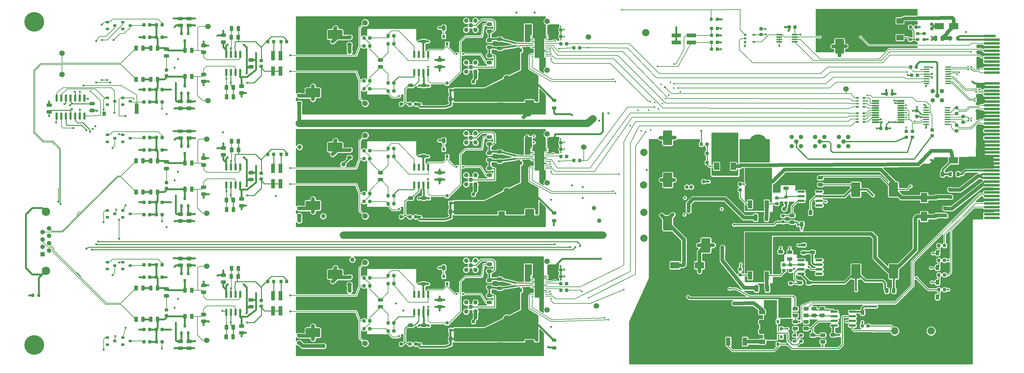
<source format=gbr>
G04 #@! TF.GenerationSoftware,KiCad,Pcbnew,(5.1.9)-1*
G04 #@! TF.CreationDate,2021-02-17T12:42:34-05:00*
G04 #@! TF.ProjectId,input_board,696e7075-745f-4626-9f61-72642e6b6963,rev?*
G04 #@! TF.SameCoordinates,Original*
G04 #@! TF.FileFunction,Copper,L1,Top*
G04 #@! TF.FilePolarity,Positive*
%FSLAX46Y46*%
G04 Gerber Fmt 4.6, Leading zero omitted, Abs format (unit mm)*
G04 Created by KiCad (PCBNEW (5.1.9)-1) date 2021-02-17 12:42:34*
%MOMM*%
%LPD*%
G01*
G04 APERTURE LIST*
G04 #@! TA.AperFunction,NonConductor*
%ADD10C,0.100000*%
G04 #@! TD*
G04 #@! TA.AperFunction,SMDPad,CuDef*
%ADD11R,2.000000X1.500000*%
G04 #@! TD*
G04 #@! TA.AperFunction,SMDPad,CuDef*
%ADD12R,2.000000X3.800000*%
G04 #@! TD*
G04 #@! TA.AperFunction,ComponentPad*
%ADD13C,2.000000*%
G04 #@! TD*
G04 #@! TA.AperFunction,ComponentPad*
%ADD14C,5.000000*%
G04 #@! TD*
G04 #@! TA.AperFunction,ComponentPad*
%ADD15C,1.500000*%
G04 #@! TD*
G04 #@! TA.AperFunction,ComponentPad*
%ADD16C,2.300000*%
G04 #@! TD*
G04 #@! TA.AperFunction,ComponentPad*
%ADD17C,1.300000*%
G04 #@! TD*
G04 #@! TA.AperFunction,ComponentPad*
%ADD18R,1.300000X1.300000*%
G04 #@! TD*
G04 #@! TA.AperFunction,SMDPad,CuDef*
%ADD19R,0.700000X0.510000*%
G04 #@! TD*
G04 #@! TA.AperFunction,ConnectorPad*
%ADD20R,4.300000X0.700000*%
G04 #@! TD*
G04 #@! TA.AperFunction,ConnectorPad*
%ADD21R,3.200000X0.700000*%
G04 #@! TD*
G04 #@! TA.AperFunction,ComponentPad*
%ADD22C,5.400000*%
G04 #@! TD*
G04 #@! TA.AperFunction,ComponentPad*
%ADD23C,0.800000*%
G04 #@! TD*
G04 #@! TA.AperFunction,SMDPad,CuDef*
%ADD24R,0.800000X0.500000*%
G04 #@! TD*
G04 #@! TA.AperFunction,SMDPad,CuDef*
%ADD25R,0.800000X0.400000*%
G04 #@! TD*
G04 #@! TA.AperFunction,ComponentPad*
%ADD26C,0.457200*%
G04 #@! TD*
G04 #@! TA.AperFunction,SMDPad,CuDef*
%ADD27R,2.640000X6.440000*%
G04 #@! TD*
G04 #@! TA.AperFunction,SMDPad,CuDef*
%ADD28R,0.700000X0.250000*%
G04 #@! TD*
G04 #@! TA.AperFunction,SMDPad,CuDef*
%ADD29R,0.800000X0.900000*%
G04 #@! TD*
G04 #@! TA.AperFunction,ComponentPad*
%ADD30C,1.240000*%
G04 #@! TD*
G04 #@! TA.AperFunction,SMDPad,CuDef*
%ADD31R,1.000000X2.580000*%
G04 #@! TD*
G04 #@! TA.AperFunction,SMDPad,CuDef*
%ADD32R,0.900000X0.800000*%
G04 #@! TD*
G04 #@! TA.AperFunction,SMDPad,CuDef*
%ADD33R,1.800000X2.500000*%
G04 #@! TD*
G04 #@! TA.AperFunction,SMDPad,CuDef*
%ADD34R,1.500000X0.450000*%
G04 #@! TD*
G04 #@! TA.AperFunction,SMDPad,CuDef*
%ADD35R,2.500000X1.800000*%
G04 #@! TD*
G04 #@! TA.AperFunction,SMDPad,CuDef*
%ADD36R,2.580000X1.000000*%
G04 #@! TD*
G04 #@! TA.AperFunction,SMDPad,CuDef*
%ADD37R,1.200000X2.200000*%
G04 #@! TD*
G04 #@! TA.AperFunction,SMDPad,CuDef*
%ADD38R,5.800000X6.400000*%
G04 #@! TD*
G04 #@! TA.AperFunction,SMDPad,CuDef*
%ADD39R,3.800000X2.000000*%
G04 #@! TD*
G04 #@! TA.AperFunction,SMDPad,CuDef*
%ADD40R,1.500000X2.000000*%
G04 #@! TD*
G04 #@! TA.AperFunction,ViaPad*
%ADD41C,1.000000*%
G04 #@! TD*
G04 #@! TA.AperFunction,ViaPad*
%ADD42C,0.600000*%
G04 #@! TD*
G04 #@! TA.AperFunction,ViaPad*
%ADD43C,1.200000*%
G04 #@! TD*
G04 #@! TA.AperFunction,ViaPad*
%ADD44C,0.457200*%
G04 #@! TD*
G04 #@! TA.AperFunction,Conductor*
%ADD45C,0.250000*%
G04 #@! TD*
G04 #@! TA.AperFunction,Conductor*
%ADD46C,0.300000*%
G04 #@! TD*
G04 #@! TA.AperFunction,Conductor*
%ADD47C,0.500000*%
G04 #@! TD*
G04 #@! TA.AperFunction,Conductor*
%ADD48C,1.000000*%
G04 #@! TD*
G04 #@! TA.AperFunction,Conductor*
%ADD49C,2.000000*%
G04 #@! TD*
G04 #@! TA.AperFunction,Conductor*
%ADD50C,0.200000*%
G04 #@! TD*
G04 #@! TA.AperFunction,Conductor*
%ADD51C,0.150000*%
G04 #@! TD*
G04 #@! TA.AperFunction,Conductor*
%ADD52C,0.175000*%
G04 #@! TD*
G04 #@! TA.AperFunction,Conductor*
%ADD53C,0.254000*%
G04 #@! TD*
G04 #@! TA.AperFunction,Conductor*
%ADD54C,0.100000*%
G04 #@! TD*
G04 APERTURE END LIST*
D10*
G36*
X37980000Y-81300000D02*
G01*
X37080000Y-81300000D01*
X37080000Y-80300000D01*
X37980000Y-80300000D01*
X37980000Y-81300000D01*
G37*
X37980000Y-81300000D02*
X37080000Y-81300000D01*
X37080000Y-80300000D01*
X37980000Y-80300000D01*
X37980000Y-81300000D01*
G36*
X46880000Y-80800000D02*
G01*
X45980000Y-80800000D01*
X45980000Y-78000000D01*
X46880000Y-78000000D01*
X46880000Y-80800000D01*
G37*
X46880000Y-80800000D02*
X45980000Y-80800000D01*
X45980000Y-78000000D01*
X46880000Y-78000000D01*
X46880000Y-80800000D01*
G04 #@! TA.AperFunction,SMDPad,CuDef*
G36*
G01*
X234149999Y-135800000D02*
X235050001Y-135800000D01*
G75*
G02*
X235300000Y-136049999I0J-249999D01*
G01*
X235300000Y-136575001D01*
G75*
G02*
X235050001Y-136825000I-249999J0D01*
G01*
X234149999Y-136825000D01*
G75*
G02*
X233900000Y-136575001I0J249999D01*
G01*
X233900000Y-136049999D01*
G75*
G02*
X234149999Y-135800000I249999J0D01*
G01*
G37*
G04 #@! TD.AperFunction*
G04 #@! TA.AperFunction,SMDPad,CuDef*
G36*
G01*
X234149999Y-133975000D02*
X235050001Y-133975000D01*
G75*
G02*
X235300000Y-134224999I0J-249999D01*
G01*
X235300000Y-134750001D01*
G75*
G02*
X235050001Y-135000000I-249999J0D01*
G01*
X234149999Y-135000000D01*
G75*
G02*
X233900000Y-134750001I0J249999D01*
G01*
X233900000Y-134224999D01*
G75*
G02*
X234149999Y-133975000I249999J0D01*
G01*
G37*
G04 #@! TD.AperFunction*
G04 #@! TA.AperFunction,SMDPad,CuDef*
G36*
G01*
X226769999Y-135800000D02*
X227670001Y-135800000D01*
G75*
G02*
X227920000Y-136049999I0J-249999D01*
G01*
X227920000Y-136575001D01*
G75*
G02*
X227670001Y-136825000I-249999J0D01*
G01*
X226769999Y-136825000D01*
G75*
G02*
X226520000Y-136575001I0J249999D01*
G01*
X226520000Y-136049999D01*
G75*
G02*
X226769999Y-135800000I249999J0D01*
G01*
G37*
G04 #@! TD.AperFunction*
G04 #@! TA.AperFunction,SMDPad,CuDef*
G36*
G01*
X226769999Y-133975000D02*
X227670001Y-133975000D01*
G75*
G02*
X227920000Y-134224999I0J-249999D01*
G01*
X227920000Y-134750001D01*
G75*
G02*
X227670001Y-135000000I-249999J0D01*
G01*
X226769999Y-135000000D01*
G75*
G02*
X226520000Y-134750001I0J249999D01*
G01*
X226520000Y-134224999D01*
G75*
G02*
X226769999Y-133975000I249999J0D01*
G01*
G37*
G04 #@! TD.AperFunction*
G04 #@! TA.AperFunction,SMDPad,CuDef*
G36*
G01*
X234329999Y-143037501D02*
X235230001Y-143037501D01*
G75*
G02*
X235480000Y-143287500I0J-249999D01*
G01*
X235480000Y-143812502D01*
G75*
G02*
X235230001Y-144062501I-249999J0D01*
G01*
X234329999Y-144062501D01*
G75*
G02*
X234080000Y-143812502I0J249999D01*
G01*
X234080000Y-143287500D01*
G75*
G02*
X234329999Y-143037501I249999J0D01*
G01*
G37*
G04 #@! TD.AperFunction*
G04 #@! TA.AperFunction,SMDPad,CuDef*
G36*
G01*
X234329999Y-141212501D02*
X235230001Y-141212501D01*
G75*
G02*
X235480000Y-141462500I0J-249999D01*
G01*
X235480000Y-141987502D01*
G75*
G02*
X235230001Y-142237501I-249999J0D01*
G01*
X234329999Y-142237501D01*
G75*
G02*
X234080000Y-141987502I0J249999D01*
G01*
X234080000Y-141462500D01*
G75*
G02*
X234329999Y-141212501I249999J0D01*
G01*
G37*
G04 #@! TD.AperFunction*
G04 #@! TA.AperFunction,SMDPad,CuDef*
G36*
G01*
X230650001Y-135000000D02*
X229749999Y-135000000D01*
G75*
G02*
X229500000Y-134750001I0J249999D01*
G01*
X229500000Y-134224999D01*
G75*
G02*
X229749999Y-133975000I249999J0D01*
G01*
X230650001Y-133975000D01*
G75*
G02*
X230900000Y-134224999I0J-249999D01*
G01*
X230900000Y-134750001D01*
G75*
G02*
X230650001Y-135000000I-249999J0D01*
G01*
G37*
G04 #@! TD.AperFunction*
G04 #@! TA.AperFunction,SMDPad,CuDef*
G36*
G01*
X230650001Y-136825000D02*
X229749999Y-136825000D01*
G75*
G02*
X229500000Y-136575001I0J249999D01*
G01*
X229500000Y-136049999D01*
G75*
G02*
X229749999Y-135800000I249999J0D01*
G01*
X230650001Y-135800000D01*
G75*
G02*
X230900000Y-136049999I0J-249999D01*
G01*
X230900000Y-136575001D01*
G75*
G02*
X230650001Y-136825000I-249999J0D01*
G01*
G37*
G04 #@! TD.AperFunction*
G04 #@! TA.AperFunction,SMDPad,CuDef*
G36*
G01*
X230650001Y-138600000D02*
X229749999Y-138600000D01*
G75*
G02*
X229500000Y-138350001I0J249999D01*
G01*
X229500000Y-137824999D01*
G75*
G02*
X229749999Y-137575000I249999J0D01*
G01*
X230650001Y-137575000D01*
G75*
G02*
X230900000Y-137824999I0J-249999D01*
G01*
X230900000Y-138350001D01*
G75*
G02*
X230650001Y-138600000I-249999J0D01*
G01*
G37*
G04 #@! TD.AperFunction*
G04 #@! TA.AperFunction,SMDPad,CuDef*
G36*
G01*
X230650001Y-140425000D02*
X229749999Y-140425000D01*
G75*
G02*
X229500000Y-140175001I0J249999D01*
G01*
X229500000Y-139649999D01*
G75*
G02*
X229749999Y-139400000I249999J0D01*
G01*
X230650001Y-139400000D01*
G75*
G02*
X230900000Y-139649999I0J-249999D01*
G01*
X230900000Y-140175001D01*
G75*
G02*
X230650001Y-140425000I-249999J0D01*
G01*
G37*
G04 #@! TD.AperFunction*
G04 #@! TA.AperFunction,SMDPad,CuDef*
G36*
G01*
X224955000Y-104125000D02*
X224405000Y-104125000D01*
G75*
G02*
X224205000Y-103925000I0J200000D01*
G01*
X224205000Y-103525000D01*
G75*
G02*
X224405000Y-103325000I200000J0D01*
G01*
X224955000Y-103325000D01*
G75*
G02*
X225155000Y-103525000I0J-200000D01*
G01*
X225155000Y-103925000D01*
G75*
G02*
X224955000Y-104125000I-200000J0D01*
G01*
G37*
G04 #@! TD.AperFunction*
G04 #@! TA.AperFunction,SMDPad,CuDef*
G36*
G01*
X224955000Y-105775000D02*
X224405000Y-105775000D01*
G75*
G02*
X224205000Y-105575000I0J200000D01*
G01*
X224205000Y-105175000D01*
G75*
G02*
X224405000Y-104975000I200000J0D01*
G01*
X224955000Y-104975000D01*
G75*
G02*
X225155000Y-105175000I0J-200000D01*
G01*
X225155000Y-105575000D01*
G75*
G02*
X224955000Y-105775000I-200000J0D01*
G01*
G37*
G04 #@! TD.AperFunction*
G04 #@! TA.AperFunction,SMDPad,CuDef*
G36*
G01*
X222825000Y-135875000D02*
X222825000Y-135325000D01*
G75*
G02*
X223025000Y-135125000I200000J0D01*
G01*
X223425000Y-135125000D01*
G75*
G02*
X223625000Y-135325000I0J-200000D01*
G01*
X223625000Y-135875000D01*
G75*
G02*
X223425000Y-136075000I-200000J0D01*
G01*
X223025000Y-136075000D01*
G75*
G02*
X222825000Y-135875000I0J200000D01*
G01*
G37*
G04 #@! TD.AperFunction*
G04 #@! TA.AperFunction,SMDPad,CuDef*
G36*
G01*
X221175000Y-135875000D02*
X221175000Y-135325000D01*
G75*
G02*
X221375000Y-135125000I200000J0D01*
G01*
X221775000Y-135125000D01*
G75*
G02*
X221975000Y-135325000I0J-200000D01*
G01*
X221975000Y-135875000D01*
G75*
G02*
X221775000Y-136075000I-200000J0D01*
G01*
X221375000Y-136075000D01*
G75*
G02*
X221175000Y-135875000I0J200000D01*
G01*
G37*
G04 #@! TD.AperFunction*
G04 #@! TA.AperFunction,SMDPad,CuDef*
G36*
G01*
X223555000Y-110170000D02*
X224105000Y-110170000D01*
G75*
G02*
X224305000Y-110370000I0J-200000D01*
G01*
X224305000Y-110770000D01*
G75*
G02*
X224105000Y-110970000I-200000J0D01*
G01*
X223555000Y-110970000D01*
G75*
G02*
X223355000Y-110770000I0J200000D01*
G01*
X223355000Y-110370000D01*
G75*
G02*
X223555000Y-110170000I200000J0D01*
G01*
G37*
G04 #@! TD.AperFunction*
G04 #@! TA.AperFunction,SMDPad,CuDef*
G36*
G01*
X223555000Y-108520000D02*
X224105000Y-108520000D01*
G75*
G02*
X224305000Y-108720000I0J-200000D01*
G01*
X224305000Y-109120000D01*
G75*
G02*
X224105000Y-109320000I-200000J0D01*
G01*
X223555000Y-109320000D01*
G75*
G02*
X223355000Y-109120000I0J200000D01*
G01*
X223355000Y-108720000D01*
G75*
G02*
X223555000Y-108520000I200000J0D01*
G01*
G37*
G04 #@! TD.AperFunction*
G04 #@! TA.AperFunction,SMDPad,CuDef*
G36*
G01*
X222825000Y-133075000D02*
X222825000Y-132525000D01*
G75*
G02*
X223025000Y-132325000I200000J0D01*
G01*
X223425000Y-132325000D01*
G75*
G02*
X223625000Y-132525000I0J-200000D01*
G01*
X223625000Y-133075000D01*
G75*
G02*
X223425000Y-133275000I-200000J0D01*
G01*
X223025000Y-133275000D01*
G75*
G02*
X222825000Y-133075000I0J200000D01*
G01*
G37*
G04 #@! TD.AperFunction*
G04 #@! TA.AperFunction,SMDPad,CuDef*
G36*
G01*
X221175000Y-133075000D02*
X221175000Y-132525000D01*
G75*
G02*
X221375000Y-132325000I200000J0D01*
G01*
X221775000Y-132325000D01*
G75*
G02*
X221975000Y-132525000I0J-200000D01*
G01*
X221975000Y-133075000D01*
G75*
G02*
X221775000Y-133275000I-200000J0D01*
G01*
X221375000Y-133275000D01*
G75*
G02*
X221175000Y-133075000I0J200000D01*
G01*
G37*
G04 #@! TD.AperFunction*
G04 #@! TA.AperFunction,SMDPad,CuDef*
G36*
G01*
X228525000Y-143025000D02*
X229075000Y-143025000D01*
G75*
G02*
X229275000Y-143225000I0J-200000D01*
G01*
X229275000Y-143625000D01*
G75*
G02*
X229075000Y-143825000I-200000J0D01*
G01*
X228525000Y-143825000D01*
G75*
G02*
X228325000Y-143625000I0J200000D01*
G01*
X228325000Y-143225000D01*
G75*
G02*
X228525000Y-143025000I200000J0D01*
G01*
G37*
G04 #@! TD.AperFunction*
G04 #@! TA.AperFunction,SMDPad,CuDef*
G36*
G01*
X228525000Y-141375000D02*
X229075000Y-141375000D01*
G75*
G02*
X229275000Y-141575000I0J-200000D01*
G01*
X229275000Y-141975000D01*
G75*
G02*
X229075000Y-142175000I-200000J0D01*
G01*
X228525000Y-142175000D01*
G75*
G02*
X228325000Y-141975000I0J200000D01*
G01*
X228325000Y-141575000D01*
G75*
G02*
X228525000Y-141375000I200000J0D01*
G01*
G37*
G04 #@! TD.AperFunction*
G04 #@! TA.AperFunction,SMDPad,CuDef*
G36*
G01*
X262325000Y-60025000D02*
X262875000Y-60025000D01*
G75*
G02*
X263075000Y-60225000I0J-200000D01*
G01*
X263075000Y-60625000D01*
G75*
G02*
X262875000Y-60825000I-200000J0D01*
G01*
X262325000Y-60825000D01*
G75*
G02*
X262125000Y-60625000I0J200000D01*
G01*
X262125000Y-60225000D01*
G75*
G02*
X262325000Y-60025000I200000J0D01*
G01*
G37*
G04 #@! TD.AperFunction*
G04 #@! TA.AperFunction,SMDPad,CuDef*
G36*
G01*
X262325000Y-58375000D02*
X262875000Y-58375000D01*
G75*
G02*
X263075000Y-58575000I0J-200000D01*
G01*
X263075000Y-58975000D01*
G75*
G02*
X262875000Y-59175000I-200000J0D01*
G01*
X262325000Y-59175000D01*
G75*
G02*
X262125000Y-58975000I0J200000D01*
G01*
X262125000Y-58575000D01*
G75*
G02*
X262325000Y-58375000I200000J0D01*
G01*
G37*
G04 #@! TD.AperFunction*
G04 #@! TA.AperFunction,SMDPad,CuDef*
G36*
G01*
X226725000Y-143025000D02*
X227275000Y-143025000D01*
G75*
G02*
X227475000Y-143225000I0J-200000D01*
G01*
X227475000Y-143625000D01*
G75*
G02*
X227275000Y-143825000I-200000J0D01*
G01*
X226725000Y-143825000D01*
G75*
G02*
X226525000Y-143625000I0J200000D01*
G01*
X226525000Y-143225000D01*
G75*
G02*
X226725000Y-143025000I200000J0D01*
G01*
G37*
G04 #@! TD.AperFunction*
G04 #@! TA.AperFunction,SMDPad,CuDef*
G36*
G01*
X226725000Y-141375000D02*
X227275000Y-141375000D01*
G75*
G02*
X227475000Y-141575000I0J-200000D01*
G01*
X227475000Y-141975000D01*
G75*
G02*
X227275000Y-142175000I-200000J0D01*
G01*
X226725000Y-142175000D01*
G75*
G02*
X226525000Y-141975000I0J200000D01*
G01*
X226525000Y-141575000D01*
G75*
G02*
X226725000Y-141375000I200000J0D01*
G01*
G37*
G04 #@! TD.AperFunction*
D11*
X255950000Y-59900000D03*
X255950000Y-55300000D03*
X255950000Y-57600000D03*
D12*
X249650000Y-57600000D03*
G04 #@! TA.AperFunction,SMDPad,CuDef*
G36*
G01*
X259075000Y-59175000D02*
X258525000Y-59175000D01*
G75*
G02*
X258325000Y-58975000I0J200000D01*
G01*
X258325000Y-58575000D01*
G75*
G02*
X258525000Y-58375000I200000J0D01*
G01*
X259075000Y-58375000D01*
G75*
G02*
X259275000Y-58575000I0J-200000D01*
G01*
X259275000Y-58975000D01*
G75*
G02*
X259075000Y-59175000I-200000J0D01*
G01*
G37*
G04 #@! TD.AperFunction*
G04 #@! TA.AperFunction,SMDPad,CuDef*
G36*
G01*
X259075000Y-60825000D02*
X258525000Y-60825000D01*
G75*
G02*
X258325000Y-60625000I0J200000D01*
G01*
X258325000Y-60225000D01*
G75*
G02*
X258525000Y-60025000I200000J0D01*
G01*
X259075000Y-60025000D01*
G75*
G02*
X259275000Y-60225000I0J-200000D01*
G01*
X259275000Y-60625000D01*
G75*
G02*
X259075000Y-60825000I-200000J0D01*
G01*
G37*
G04 #@! TD.AperFunction*
G04 #@! TA.AperFunction,SMDPad,CuDef*
G36*
G01*
X261075000Y-59175000D02*
X260525000Y-59175000D01*
G75*
G02*
X260325000Y-58975000I0J200000D01*
G01*
X260325000Y-58575000D01*
G75*
G02*
X260525000Y-58375000I200000J0D01*
G01*
X261075000Y-58375000D01*
G75*
G02*
X261275000Y-58575000I0J-200000D01*
G01*
X261275000Y-58975000D01*
G75*
G02*
X261075000Y-59175000I-200000J0D01*
G01*
G37*
G04 #@! TD.AperFunction*
G04 #@! TA.AperFunction,SMDPad,CuDef*
G36*
G01*
X261075000Y-60825000D02*
X260525000Y-60825000D01*
G75*
G02*
X260325000Y-60625000I0J200000D01*
G01*
X260325000Y-60225000D01*
G75*
G02*
X260525000Y-60025000I200000J0D01*
G01*
X261075000Y-60025000D01*
G75*
G02*
X261275000Y-60225000I0J-200000D01*
G01*
X261275000Y-60625000D01*
G75*
G02*
X261075000Y-60825000I-200000J0D01*
G01*
G37*
G04 #@! TD.AperFunction*
G04 #@! TA.AperFunction,SMDPad,CuDef*
G36*
G01*
X219070000Y-129657500D02*
X219070000Y-128157500D01*
G75*
G02*
X219270000Y-127957500I200000J0D01*
G01*
X219870000Y-127957500D01*
G75*
G02*
X220070000Y-128157500I0J-200000D01*
G01*
X220070000Y-129657500D01*
G75*
G02*
X219870000Y-129857500I-200000J0D01*
G01*
X219270000Y-129857500D01*
G75*
G02*
X219070000Y-129657500I0J200000D01*
G01*
G37*
G04 #@! TD.AperFunction*
G04 #@! TA.AperFunction,SMDPad,CuDef*
G36*
G01*
X216070000Y-129657500D02*
X216070000Y-128157500D01*
G75*
G02*
X216270000Y-127957500I200000J0D01*
G01*
X216870000Y-127957500D01*
G75*
G02*
X217070000Y-128157500I0J-200000D01*
G01*
X217070000Y-129657500D01*
G75*
G02*
X216870000Y-129857500I-200000J0D01*
G01*
X216270000Y-129857500D01*
G75*
G02*
X216070000Y-129657500I0J200000D01*
G01*
G37*
G04 #@! TD.AperFunction*
G04 #@! TA.AperFunction,SMDPad,CuDef*
G36*
G01*
X218810000Y-110152500D02*
X218810000Y-108652500D01*
G75*
G02*
X219010000Y-108452500I200000J0D01*
G01*
X219610000Y-108452500D01*
G75*
G02*
X219810000Y-108652500I0J-200000D01*
G01*
X219810000Y-110152500D01*
G75*
G02*
X219610000Y-110352500I-200000J0D01*
G01*
X219010000Y-110352500D01*
G75*
G02*
X218810000Y-110152500I0J200000D01*
G01*
G37*
G04 #@! TD.AperFunction*
G04 #@! TA.AperFunction,SMDPad,CuDef*
G36*
G01*
X215810000Y-110152500D02*
X215810000Y-108652500D01*
G75*
G02*
X216010000Y-108452500I200000J0D01*
G01*
X216610000Y-108452500D01*
G75*
G02*
X216810000Y-108652500I0J-200000D01*
G01*
X216810000Y-110152500D01*
G75*
G02*
X216610000Y-110352500I-200000J0D01*
G01*
X216010000Y-110352500D01*
G75*
G02*
X215810000Y-110152500I0J200000D01*
G01*
G37*
G04 #@! TD.AperFunction*
G04 #@! TA.AperFunction,SMDPad,CuDef*
G36*
G01*
X259925000Y-57250000D02*
X259925000Y-56750000D01*
G75*
G02*
X260150000Y-56525000I225000J0D01*
G01*
X260600000Y-56525000D01*
G75*
G02*
X260825000Y-56750000I0J-225000D01*
G01*
X260825000Y-57250000D01*
G75*
G02*
X260600000Y-57475000I-225000J0D01*
G01*
X260150000Y-57475000D01*
G75*
G02*
X259925000Y-57250000I0J225000D01*
G01*
G37*
G04 #@! TD.AperFunction*
G04 #@! TA.AperFunction,SMDPad,CuDef*
G36*
G01*
X258375000Y-57250000D02*
X258375000Y-56750000D01*
G75*
G02*
X258600000Y-56525000I225000J0D01*
G01*
X259050000Y-56525000D01*
G75*
G02*
X259275000Y-56750000I0J-225000D01*
G01*
X259275000Y-57250000D01*
G75*
G02*
X259050000Y-57475000I-225000J0D01*
G01*
X258600000Y-57475000D01*
G75*
G02*
X258375000Y-57250000I0J225000D01*
G01*
G37*
G04 #@! TD.AperFunction*
G04 #@! TA.AperFunction,SMDPad,CuDef*
G36*
G01*
X191200000Y-103150000D02*
X193200000Y-103150000D01*
G75*
G02*
X193450000Y-103400000I0J-250000D01*
G01*
X193450000Y-106900000D01*
G75*
G02*
X193200000Y-107150000I-250000J0D01*
G01*
X191200000Y-107150000D01*
G75*
G02*
X190950000Y-106900000I0J250000D01*
G01*
X190950000Y-103400000D01*
G75*
G02*
X191200000Y-103150000I250000J0D01*
G01*
G37*
G04 #@! TD.AperFunction*
G04 #@! TA.AperFunction,SMDPad,CuDef*
G36*
G01*
X191200000Y-97050000D02*
X193200000Y-97050000D01*
G75*
G02*
X193450000Y-97300000I0J-250000D01*
G01*
X193450000Y-100800000D01*
G75*
G02*
X193200000Y-101050000I-250000J0D01*
G01*
X191200000Y-101050000D01*
G75*
G02*
X190950000Y-100800000I0J250000D01*
G01*
X190950000Y-97300000D01*
G75*
G02*
X191200000Y-97050000I250000J0D01*
G01*
G37*
G04 #@! TD.AperFunction*
G04 #@! TA.AperFunction,SMDPad,CuDef*
G36*
G01*
X229118750Y-118625000D02*
X229881250Y-118625000D01*
G75*
G02*
X230100000Y-118843750I0J-218750D01*
G01*
X230100000Y-119281250D01*
G75*
G02*
X229881250Y-119500000I-218750J0D01*
G01*
X229118750Y-119500000D01*
G75*
G02*
X228900000Y-119281250I0J218750D01*
G01*
X228900000Y-118843750D01*
G75*
G02*
X229118750Y-118625000I218750J0D01*
G01*
G37*
G04 #@! TD.AperFunction*
G04 #@! TA.AperFunction,SMDPad,CuDef*
G36*
G01*
X229118750Y-116500000D02*
X229881250Y-116500000D01*
G75*
G02*
X230100000Y-116718750I0J-218750D01*
G01*
X230100000Y-117156250D01*
G75*
G02*
X229881250Y-117375000I-218750J0D01*
G01*
X229118750Y-117375000D01*
G75*
G02*
X228900000Y-117156250I0J218750D01*
G01*
X228900000Y-116718750D01*
G75*
G02*
X229118750Y-116500000I218750J0D01*
G01*
G37*
G04 #@! TD.AperFunction*
G04 #@! TA.AperFunction,SMDPad,CuDef*
G36*
G01*
X270195000Y-97058750D02*
X270195000Y-97821250D01*
G75*
G02*
X269976250Y-98040000I-218750J0D01*
G01*
X269538750Y-98040000D01*
G75*
G02*
X269320000Y-97821250I0J218750D01*
G01*
X269320000Y-97058750D01*
G75*
G02*
X269538750Y-96840000I218750J0D01*
G01*
X269976250Y-96840000D01*
G75*
G02*
X270195000Y-97058750I0J-218750D01*
G01*
G37*
G04 #@! TD.AperFunction*
G04 #@! TA.AperFunction,SMDPad,CuDef*
G36*
G01*
X272320000Y-97058750D02*
X272320000Y-97821250D01*
G75*
G02*
X272101250Y-98040000I-218750J0D01*
G01*
X271663750Y-98040000D01*
G75*
G02*
X271445000Y-97821250I0J218750D01*
G01*
X271445000Y-97058750D01*
G75*
G02*
X271663750Y-96840000I218750J0D01*
G01*
X272101250Y-96840000D01*
G75*
G02*
X272320000Y-97058750I0J-218750D01*
G01*
G37*
G04 #@! TD.AperFunction*
G04 #@! TA.AperFunction,SMDPad,CuDef*
G36*
G01*
X270147500Y-59706250D02*
X270147500Y-60468750D01*
G75*
G02*
X269928750Y-60687500I-218750J0D01*
G01*
X269491250Y-60687500D01*
G75*
G02*
X269272500Y-60468750I0J218750D01*
G01*
X269272500Y-59706250D01*
G75*
G02*
X269491250Y-59487500I218750J0D01*
G01*
X269928750Y-59487500D01*
G75*
G02*
X270147500Y-59706250I0J-218750D01*
G01*
G37*
G04 #@! TD.AperFunction*
G04 #@! TA.AperFunction,SMDPad,CuDef*
G36*
G01*
X272272500Y-59706250D02*
X272272500Y-60468750D01*
G75*
G02*
X272053750Y-60687500I-218750J0D01*
G01*
X271616250Y-60687500D01*
G75*
G02*
X271397500Y-60468750I0J218750D01*
G01*
X271397500Y-59706250D01*
G75*
G02*
X271616250Y-59487500I218750J0D01*
G01*
X272053750Y-59487500D01*
G75*
G02*
X272272500Y-59706250I0J-218750D01*
G01*
G37*
G04 #@! TD.AperFunction*
G04 #@! TA.AperFunction,SMDPad,CuDef*
G36*
G01*
X269358750Y-103362500D02*
X270121250Y-103362500D01*
G75*
G02*
X270340000Y-103581250I0J-218750D01*
G01*
X270340000Y-104018750D01*
G75*
G02*
X270121250Y-104237500I-218750J0D01*
G01*
X269358750Y-104237500D01*
G75*
G02*
X269140000Y-104018750I0J218750D01*
G01*
X269140000Y-103581250D01*
G75*
G02*
X269358750Y-103362500I218750J0D01*
G01*
G37*
G04 #@! TD.AperFunction*
G04 #@! TA.AperFunction,SMDPad,CuDef*
G36*
G01*
X269358750Y-101237500D02*
X270121250Y-101237500D01*
G75*
G02*
X270340000Y-101456250I0J-218750D01*
G01*
X270340000Y-101893750D01*
G75*
G02*
X270121250Y-102112500I-218750J0D01*
G01*
X269358750Y-102112500D01*
G75*
G02*
X269140000Y-101893750I0J218750D01*
G01*
X269140000Y-101456250D01*
G75*
G02*
X269358750Y-101237500I218750J0D01*
G01*
G37*
G04 #@! TD.AperFunction*
G04 #@! TA.AperFunction,SMDPad,CuDef*
G36*
G01*
X267948750Y-108487500D02*
X268711250Y-108487500D01*
G75*
G02*
X268930000Y-108706250I0J-218750D01*
G01*
X268930000Y-109143750D01*
G75*
G02*
X268711250Y-109362500I-218750J0D01*
G01*
X267948750Y-109362500D01*
G75*
G02*
X267730000Y-109143750I0J218750D01*
G01*
X267730000Y-108706250D01*
G75*
G02*
X267948750Y-108487500I218750J0D01*
G01*
G37*
G04 #@! TD.AperFunction*
G04 #@! TA.AperFunction,SMDPad,CuDef*
G36*
G01*
X267948750Y-106362500D02*
X268711250Y-106362500D01*
G75*
G02*
X268930000Y-106581250I0J-218750D01*
G01*
X268930000Y-107018750D01*
G75*
G02*
X268711250Y-107237500I-218750J0D01*
G01*
X267948750Y-107237500D01*
G75*
G02*
X267730000Y-107018750I0J218750D01*
G01*
X267730000Y-106581250D01*
G75*
G02*
X267948750Y-106362500I218750J0D01*
G01*
G37*
G04 #@! TD.AperFunction*
G04 #@! TA.AperFunction,SMDPad,CuDef*
G36*
G01*
X160698750Y-144825000D02*
X161461250Y-144825000D01*
G75*
G02*
X161680000Y-145043750I0J-218750D01*
G01*
X161680000Y-145481250D01*
G75*
G02*
X161461250Y-145700000I-218750J0D01*
G01*
X160698750Y-145700000D01*
G75*
G02*
X160480000Y-145481250I0J218750D01*
G01*
X160480000Y-145043750D01*
G75*
G02*
X160698750Y-144825000I218750J0D01*
G01*
G37*
G04 #@! TD.AperFunction*
G04 #@! TA.AperFunction,SMDPad,CuDef*
G36*
G01*
X160698750Y-142700000D02*
X161461250Y-142700000D01*
G75*
G02*
X161680000Y-142918750I0J-218750D01*
G01*
X161680000Y-143356250D01*
G75*
G02*
X161461250Y-143575000I-218750J0D01*
G01*
X160698750Y-143575000D01*
G75*
G02*
X160480000Y-143356250I0J218750D01*
G01*
X160480000Y-142918750D01*
G75*
G02*
X160698750Y-142700000I218750J0D01*
G01*
G37*
G04 #@! TD.AperFunction*
G04 #@! TA.AperFunction,SMDPad,CuDef*
G36*
G01*
X91461250Y-142225000D02*
X90698750Y-142225000D01*
G75*
G02*
X90480000Y-142006250I0J218750D01*
G01*
X90480000Y-141568750D01*
G75*
G02*
X90698750Y-141350000I218750J0D01*
G01*
X91461250Y-141350000D01*
G75*
G02*
X91680000Y-141568750I0J-218750D01*
G01*
X91680000Y-142006250D01*
G75*
G02*
X91461250Y-142225000I-218750J0D01*
G01*
G37*
G04 #@! TD.AperFunction*
G04 #@! TA.AperFunction,SMDPad,CuDef*
G36*
G01*
X91461250Y-144350000D02*
X90698750Y-144350000D01*
G75*
G02*
X90480000Y-144131250I0J218750D01*
G01*
X90480000Y-143693750D01*
G75*
G02*
X90698750Y-143475000I218750J0D01*
G01*
X91461250Y-143475000D01*
G75*
G02*
X91680000Y-143693750I0J-218750D01*
G01*
X91680000Y-144131250D01*
G75*
G02*
X91461250Y-144350000I-218750J0D01*
G01*
G37*
G04 #@! TD.AperFunction*
G04 #@! TA.AperFunction,SMDPad,CuDef*
G36*
G01*
X105261250Y-126175000D02*
X104498750Y-126175000D01*
G75*
G02*
X104280000Y-125956250I0J218750D01*
G01*
X104280000Y-125518750D01*
G75*
G02*
X104498750Y-125300000I218750J0D01*
G01*
X105261250Y-125300000D01*
G75*
G02*
X105480000Y-125518750I0J-218750D01*
G01*
X105480000Y-125956250D01*
G75*
G02*
X105261250Y-126175000I-218750J0D01*
G01*
G37*
G04 #@! TD.AperFunction*
G04 #@! TA.AperFunction,SMDPad,CuDef*
G36*
G01*
X105261250Y-128300000D02*
X104498750Y-128300000D01*
G75*
G02*
X104280000Y-128081250I0J218750D01*
G01*
X104280000Y-127643750D01*
G75*
G02*
X104498750Y-127425000I218750J0D01*
G01*
X105261250Y-127425000D01*
G75*
G02*
X105480000Y-127643750I0J-218750D01*
G01*
X105480000Y-128081250D01*
G75*
G02*
X105261250Y-128300000I-218750J0D01*
G01*
G37*
G04 #@! TD.AperFunction*
G04 #@! TA.AperFunction,SMDPad,CuDef*
G36*
G01*
X160698750Y-109825000D02*
X161461250Y-109825000D01*
G75*
G02*
X161680000Y-110043750I0J-218750D01*
G01*
X161680000Y-110481250D01*
G75*
G02*
X161461250Y-110700000I-218750J0D01*
G01*
X160698750Y-110700000D01*
G75*
G02*
X160480000Y-110481250I0J218750D01*
G01*
X160480000Y-110043750D01*
G75*
G02*
X160698750Y-109825000I218750J0D01*
G01*
G37*
G04 #@! TD.AperFunction*
G04 #@! TA.AperFunction,SMDPad,CuDef*
G36*
G01*
X160698750Y-107700000D02*
X161461250Y-107700000D01*
G75*
G02*
X161680000Y-107918750I0J-218750D01*
G01*
X161680000Y-108356250D01*
G75*
G02*
X161461250Y-108575000I-218750J0D01*
G01*
X160698750Y-108575000D01*
G75*
G02*
X160480000Y-108356250I0J218750D01*
G01*
X160480000Y-107918750D01*
G75*
G02*
X160698750Y-107700000I218750J0D01*
G01*
G37*
G04 #@! TD.AperFunction*
G04 #@! TA.AperFunction,SMDPad,CuDef*
G36*
G01*
X91461250Y-107225000D02*
X90698750Y-107225000D01*
G75*
G02*
X90480000Y-107006250I0J218750D01*
G01*
X90480000Y-106568750D01*
G75*
G02*
X90698750Y-106350000I218750J0D01*
G01*
X91461250Y-106350000D01*
G75*
G02*
X91680000Y-106568750I0J-218750D01*
G01*
X91680000Y-107006250D01*
G75*
G02*
X91461250Y-107225000I-218750J0D01*
G01*
G37*
G04 #@! TD.AperFunction*
G04 #@! TA.AperFunction,SMDPad,CuDef*
G36*
G01*
X91461250Y-109350000D02*
X90698750Y-109350000D01*
G75*
G02*
X90480000Y-109131250I0J218750D01*
G01*
X90480000Y-108693750D01*
G75*
G02*
X90698750Y-108475000I218750J0D01*
G01*
X91461250Y-108475000D01*
G75*
G02*
X91680000Y-108693750I0J-218750D01*
G01*
X91680000Y-109131250D01*
G75*
G02*
X91461250Y-109350000I-218750J0D01*
G01*
G37*
G04 #@! TD.AperFunction*
G04 #@! TA.AperFunction,SMDPad,CuDef*
G36*
G01*
X105261250Y-91175000D02*
X104498750Y-91175000D01*
G75*
G02*
X104280000Y-90956250I0J218750D01*
G01*
X104280000Y-90518750D01*
G75*
G02*
X104498750Y-90300000I218750J0D01*
G01*
X105261250Y-90300000D01*
G75*
G02*
X105480000Y-90518750I0J-218750D01*
G01*
X105480000Y-90956250D01*
G75*
G02*
X105261250Y-91175000I-218750J0D01*
G01*
G37*
G04 #@! TD.AperFunction*
G04 #@! TA.AperFunction,SMDPad,CuDef*
G36*
G01*
X105261250Y-93300000D02*
X104498750Y-93300000D01*
G75*
G02*
X104280000Y-93081250I0J218750D01*
G01*
X104280000Y-92643750D01*
G75*
G02*
X104498750Y-92425000I218750J0D01*
G01*
X105261250Y-92425000D01*
G75*
G02*
X105480000Y-92643750I0J-218750D01*
G01*
X105480000Y-93081250D01*
G75*
G02*
X105261250Y-93300000I-218750J0D01*
G01*
G37*
G04 #@! TD.AperFunction*
G04 #@! TA.AperFunction,SMDPad,CuDef*
G36*
G01*
X91461250Y-76225000D02*
X90698750Y-76225000D01*
G75*
G02*
X90480000Y-76006250I0J218750D01*
G01*
X90480000Y-75568750D01*
G75*
G02*
X90698750Y-75350000I218750J0D01*
G01*
X91461250Y-75350000D01*
G75*
G02*
X91680000Y-75568750I0J-218750D01*
G01*
X91680000Y-76006250D01*
G75*
G02*
X91461250Y-76225000I-218750J0D01*
G01*
G37*
G04 #@! TD.AperFunction*
G04 #@! TA.AperFunction,SMDPad,CuDef*
G36*
G01*
X91461250Y-78350000D02*
X90698750Y-78350000D01*
G75*
G02*
X90480000Y-78131250I0J218750D01*
G01*
X90480000Y-77693750D01*
G75*
G02*
X90698750Y-77475000I218750J0D01*
G01*
X91461250Y-77475000D01*
G75*
G02*
X91680000Y-77693750I0J-218750D01*
G01*
X91680000Y-78131250D01*
G75*
G02*
X91461250Y-78350000I-218750J0D01*
G01*
G37*
G04 #@! TD.AperFunction*
G04 #@! TA.AperFunction,SMDPad,CuDef*
G36*
G01*
X105261250Y-60175000D02*
X104498750Y-60175000D01*
G75*
G02*
X104280000Y-59956250I0J218750D01*
G01*
X104280000Y-59518750D01*
G75*
G02*
X104498750Y-59300000I218750J0D01*
G01*
X105261250Y-59300000D01*
G75*
G02*
X105480000Y-59518750I0J-218750D01*
G01*
X105480000Y-59956250D01*
G75*
G02*
X105261250Y-60175000I-218750J0D01*
G01*
G37*
G04 #@! TD.AperFunction*
G04 #@! TA.AperFunction,SMDPad,CuDef*
G36*
G01*
X105261250Y-62300000D02*
X104498750Y-62300000D01*
G75*
G02*
X104280000Y-62081250I0J218750D01*
G01*
X104280000Y-61643750D01*
G75*
G02*
X104498750Y-61425000I218750J0D01*
G01*
X105261250Y-61425000D01*
G75*
G02*
X105480000Y-61643750I0J-218750D01*
G01*
X105480000Y-62081250D01*
G75*
G02*
X105261250Y-62300000I-218750J0D01*
G01*
G37*
G04 #@! TD.AperFunction*
G04 #@! TA.AperFunction,SMDPad,CuDef*
G36*
G01*
X160698750Y-78825000D02*
X161461250Y-78825000D01*
G75*
G02*
X161680000Y-79043750I0J-218750D01*
G01*
X161680000Y-79481250D01*
G75*
G02*
X161461250Y-79700000I-218750J0D01*
G01*
X160698750Y-79700000D01*
G75*
G02*
X160480000Y-79481250I0J218750D01*
G01*
X160480000Y-79043750D01*
G75*
G02*
X160698750Y-78825000I218750J0D01*
G01*
G37*
G04 #@! TD.AperFunction*
G04 #@! TA.AperFunction,SMDPad,CuDef*
G36*
G01*
X160698750Y-76700000D02*
X161461250Y-76700000D01*
G75*
G02*
X161680000Y-76918750I0J-218750D01*
G01*
X161680000Y-77356250D01*
G75*
G02*
X161461250Y-77575000I-218750J0D01*
G01*
X160698750Y-77575000D01*
G75*
G02*
X160480000Y-77356250I0J218750D01*
G01*
X160480000Y-76918750D01*
G75*
G02*
X160698750Y-76700000I218750J0D01*
G01*
G37*
G04 #@! TD.AperFunction*
D13*
X138930000Y-128250000D03*
X138930000Y-93250000D03*
X138930000Y-62250000D03*
X185600000Y-100400000D03*
X185680000Y-115100000D03*
X185680000Y-108000000D03*
X185680000Y-91500000D03*
X186180000Y-58500000D03*
D14*
X217000000Y-89000000D03*
D15*
X26000000Y-70000000D03*
X26000000Y-64200000D03*
D16*
X21570000Y-124070000D03*
X21570000Y-107810000D03*
D17*
X22460000Y-112388000D03*
X22460000Y-114420000D03*
X22460000Y-116452000D03*
X22460000Y-118484000D03*
X20680000Y-113404000D03*
X20680000Y-115436000D03*
X20680000Y-117468000D03*
D18*
X20680000Y-119500000D03*
G04 #@! TA.AperFunction,SMDPad,CuDef*
G36*
G01*
X19225000Y-131075000D02*
X19225000Y-130525000D01*
G75*
G02*
X19425000Y-130325000I200000J0D01*
G01*
X19825000Y-130325000D01*
G75*
G02*
X20025000Y-130525000I0J-200000D01*
G01*
X20025000Y-131075000D01*
G75*
G02*
X19825000Y-131275000I-200000J0D01*
G01*
X19425000Y-131275000D01*
G75*
G02*
X19225000Y-131075000I0J200000D01*
G01*
G37*
G04 #@! TD.AperFunction*
G04 #@! TA.AperFunction,SMDPad,CuDef*
G36*
G01*
X17575000Y-131075000D02*
X17575000Y-130525000D01*
G75*
G02*
X17775000Y-130325000I200000J0D01*
G01*
X18175000Y-130325000D01*
G75*
G02*
X18375000Y-130525000I0J-200000D01*
G01*
X18375000Y-131075000D01*
G75*
G02*
X18175000Y-131275000I-200000J0D01*
G01*
X17775000Y-131275000D01*
G75*
G02*
X17575000Y-131075000I0J200000D01*
G01*
G37*
G04 #@! TD.AperFunction*
D19*
X213480000Y-59150000D03*
X213480000Y-60100000D03*
X213480000Y-61050000D03*
X215800000Y-61050000D03*
X215800000Y-59150000D03*
G04 #@! TA.AperFunction,SMDPad,CuDef*
G36*
G01*
X222025000Y-59195000D02*
X222025000Y-58995000D01*
G75*
G02*
X222125000Y-58895000I100000J0D01*
G01*
X223550000Y-58895000D01*
G75*
G02*
X223650000Y-58995000I0J-100000D01*
G01*
X223650000Y-59195000D01*
G75*
G02*
X223550000Y-59295000I-100000J0D01*
G01*
X222125000Y-59295000D01*
G75*
G02*
X222025000Y-59195000I0J100000D01*
G01*
G37*
G04 #@! TD.AperFunction*
G04 #@! TA.AperFunction,SMDPad,CuDef*
G36*
G01*
X222025000Y-59845000D02*
X222025000Y-59645000D01*
G75*
G02*
X222125000Y-59545000I100000J0D01*
G01*
X223550000Y-59545000D01*
G75*
G02*
X223650000Y-59645000I0J-100000D01*
G01*
X223650000Y-59845000D01*
G75*
G02*
X223550000Y-59945000I-100000J0D01*
G01*
X222125000Y-59945000D01*
G75*
G02*
X222025000Y-59845000I0J100000D01*
G01*
G37*
G04 #@! TD.AperFunction*
G04 #@! TA.AperFunction,SMDPad,CuDef*
G36*
G01*
X222025000Y-60495000D02*
X222025000Y-60295000D01*
G75*
G02*
X222125000Y-60195000I100000J0D01*
G01*
X223550000Y-60195000D01*
G75*
G02*
X223650000Y-60295000I0J-100000D01*
G01*
X223650000Y-60495000D01*
G75*
G02*
X223550000Y-60595000I-100000J0D01*
G01*
X222125000Y-60595000D01*
G75*
G02*
X222025000Y-60495000I0J100000D01*
G01*
G37*
G04 #@! TD.AperFunction*
G04 #@! TA.AperFunction,SMDPad,CuDef*
G36*
G01*
X222025000Y-61145000D02*
X222025000Y-60945000D01*
G75*
G02*
X222125000Y-60845000I100000J0D01*
G01*
X223550000Y-60845000D01*
G75*
G02*
X223650000Y-60945000I0J-100000D01*
G01*
X223650000Y-61145000D01*
G75*
G02*
X223550000Y-61245000I-100000J0D01*
G01*
X222125000Y-61245000D01*
G75*
G02*
X222025000Y-61145000I0J100000D01*
G01*
G37*
G04 #@! TD.AperFunction*
G04 #@! TA.AperFunction,SMDPad,CuDef*
G36*
G01*
X226250000Y-61145000D02*
X226250000Y-60945000D01*
G75*
G02*
X226350000Y-60845000I100000J0D01*
G01*
X227775000Y-60845000D01*
G75*
G02*
X227875000Y-60945000I0J-100000D01*
G01*
X227875000Y-61145000D01*
G75*
G02*
X227775000Y-61245000I-100000J0D01*
G01*
X226350000Y-61245000D01*
G75*
G02*
X226250000Y-61145000I0J100000D01*
G01*
G37*
G04 #@! TD.AperFunction*
G04 #@! TA.AperFunction,SMDPad,CuDef*
G36*
G01*
X226250000Y-60495000D02*
X226250000Y-60295000D01*
G75*
G02*
X226350000Y-60195000I100000J0D01*
G01*
X227775000Y-60195000D01*
G75*
G02*
X227875000Y-60295000I0J-100000D01*
G01*
X227875000Y-60495000D01*
G75*
G02*
X227775000Y-60595000I-100000J0D01*
G01*
X226350000Y-60595000D01*
G75*
G02*
X226250000Y-60495000I0J100000D01*
G01*
G37*
G04 #@! TD.AperFunction*
G04 #@! TA.AperFunction,SMDPad,CuDef*
G36*
G01*
X226250000Y-59845000D02*
X226250000Y-59645000D01*
G75*
G02*
X226350000Y-59545000I100000J0D01*
G01*
X227775000Y-59545000D01*
G75*
G02*
X227875000Y-59645000I0J-100000D01*
G01*
X227875000Y-59845000D01*
G75*
G02*
X227775000Y-59945000I-100000J0D01*
G01*
X226350000Y-59945000D01*
G75*
G02*
X226250000Y-59845000I0J100000D01*
G01*
G37*
G04 #@! TD.AperFunction*
G04 #@! TA.AperFunction,SMDPad,CuDef*
G36*
G01*
X226250000Y-59195000D02*
X226250000Y-58995000D01*
G75*
G02*
X226350000Y-58895000I100000J0D01*
G01*
X227775000Y-58895000D01*
G75*
G02*
X227875000Y-58995000I0J-100000D01*
G01*
X227875000Y-59195000D01*
G75*
G02*
X227775000Y-59295000I-100000J0D01*
G01*
X226350000Y-59295000D01*
G75*
G02*
X226250000Y-59195000I0J100000D01*
G01*
G37*
G04 #@! TD.AperFunction*
G04 #@! TA.AperFunction,SMDPad,CuDef*
G36*
G01*
X206225000Y-54575000D02*
X206225000Y-55125000D01*
G75*
G02*
X206025000Y-55325000I-200000J0D01*
G01*
X205625000Y-55325000D01*
G75*
G02*
X205425000Y-55125000I0J200000D01*
G01*
X205425000Y-54575000D01*
G75*
G02*
X205625000Y-54375000I200000J0D01*
G01*
X206025000Y-54375000D01*
G75*
G02*
X206225000Y-54575000I0J-200000D01*
G01*
G37*
G04 #@! TD.AperFunction*
G04 #@! TA.AperFunction,SMDPad,CuDef*
G36*
G01*
X204575000Y-54575000D02*
X204575000Y-55125000D01*
G75*
G02*
X204375000Y-55325000I-200000J0D01*
G01*
X203975000Y-55325000D01*
G75*
G02*
X203775000Y-55125000I0J200000D01*
G01*
X203775000Y-54575000D01*
G75*
G02*
X203975000Y-54375000I200000J0D01*
G01*
X204375000Y-54375000D01*
G75*
G02*
X204575000Y-54575000I0J-200000D01*
G01*
G37*
G04 #@! TD.AperFunction*
G04 #@! TA.AperFunction,SMDPad,CuDef*
G36*
G01*
X225150000Y-57250000D02*
X225150000Y-56750000D01*
G75*
G02*
X225375000Y-56525000I225000J0D01*
G01*
X225825000Y-56525000D01*
G75*
G02*
X226050000Y-56750000I0J-225000D01*
G01*
X226050000Y-57250000D01*
G75*
G02*
X225825000Y-57475000I-225000J0D01*
G01*
X225375000Y-57475000D01*
G75*
G02*
X225150000Y-57250000I0J225000D01*
G01*
G37*
G04 #@! TD.AperFunction*
G04 #@! TA.AperFunction,SMDPad,CuDef*
G36*
G01*
X226700000Y-57250000D02*
X226700000Y-56750000D01*
G75*
G02*
X226925000Y-56525000I225000J0D01*
G01*
X227375000Y-56525000D01*
G75*
G02*
X227600000Y-56750000I0J-225000D01*
G01*
X227600000Y-57250000D01*
G75*
G02*
X227375000Y-57475000I-225000J0D01*
G01*
X226925000Y-57475000D01*
G75*
G02*
X226700000Y-57250000I0J225000D01*
G01*
G37*
G04 #@! TD.AperFunction*
G04 #@! TA.AperFunction,SMDPad,CuDef*
G36*
G01*
X217600000Y-57025000D02*
X218100000Y-57025000D01*
G75*
G02*
X218325000Y-57250000I0J-225000D01*
G01*
X218325000Y-57700000D01*
G75*
G02*
X218100000Y-57925000I-225000J0D01*
G01*
X217600000Y-57925000D01*
G75*
G02*
X217375000Y-57700000I0J225000D01*
G01*
X217375000Y-57250000D01*
G75*
G02*
X217600000Y-57025000I225000J0D01*
G01*
G37*
G04 #@! TD.AperFunction*
G04 #@! TA.AperFunction,SMDPad,CuDef*
G36*
G01*
X217600000Y-58575000D02*
X218100000Y-58575000D01*
G75*
G02*
X218325000Y-58800000I0J-225000D01*
G01*
X218325000Y-59250000D01*
G75*
G02*
X218100000Y-59475000I-225000J0D01*
G01*
X217600000Y-59475000D01*
G75*
G02*
X217375000Y-59250000I0J225000D01*
G01*
X217375000Y-58800000D01*
G75*
G02*
X217600000Y-58575000I225000J0D01*
G01*
G37*
G04 #@! TD.AperFunction*
G04 #@! TA.AperFunction,SMDPad,CuDef*
G36*
G01*
X201675000Y-99775000D02*
X201675000Y-99225000D01*
G75*
G02*
X201875000Y-99025000I200000J0D01*
G01*
X202275000Y-99025000D01*
G75*
G02*
X202475000Y-99225000I0J-200000D01*
G01*
X202475000Y-99775000D01*
G75*
G02*
X202275000Y-99975000I-200000J0D01*
G01*
X201875000Y-99975000D01*
G75*
G02*
X201675000Y-99775000I0J200000D01*
G01*
G37*
G04 #@! TD.AperFunction*
G04 #@! TA.AperFunction,SMDPad,CuDef*
G36*
G01*
X200025000Y-99775000D02*
X200025000Y-99225000D01*
G75*
G02*
X200225000Y-99025000I200000J0D01*
G01*
X200625000Y-99025000D01*
G75*
G02*
X200825000Y-99225000I0J-200000D01*
G01*
X200825000Y-99775000D01*
G75*
G02*
X200625000Y-99975000I-200000J0D01*
G01*
X200225000Y-99975000D01*
G75*
G02*
X200025000Y-99775000I0J200000D01*
G01*
G37*
G04 #@! TD.AperFunction*
G04 #@! TA.AperFunction,SMDPad,CuDef*
G36*
G01*
X71222500Y-131490000D02*
X70922500Y-131490000D01*
G75*
G02*
X70772500Y-131340000I0J150000D01*
G01*
X70772500Y-129690000D01*
G75*
G02*
X70922500Y-129540000I150000J0D01*
G01*
X71222500Y-129540000D01*
G75*
G02*
X71372500Y-129690000I0J-150000D01*
G01*
X71372500Y-131340000D01*
G75*
G02*
X71222500Y-131490000I-150000J0D01*
G01*
G37*
G04 #@! TD.AperFunction*
G04 #@! TA.AperFunction,SMDPad,CuDef*
G36*
G01*
X72492500Y-131490000D02*
X72192500Y-131490000D01*
G75*
G02*
X72042500Y-131340000I0J150000D01*
G01*
X72042500Y-129690000D01*
G75*
G02*
X72192500Y-129540000I150000J0D01*
G01*
X72492500Y-129540000D01*
G75*
G02*
X72642500Y-129690000I0J-150000D01*
G01*
X72642500Y-131340000D01*
G75*
G02*
X72492500Y-131490000I-150000J0D01*
G01*
G37*
G04 #@! TD.AperFunction*
G04 #@! TA.AperFunction,SMDPad,CuDef*
G36*
G01*
X73762500Y-131490000D02*
X73462500Y-131490000D01*
G75*
G02*
X73312500Y-131340000I0J150000D01*
G01*
X73312500Y-129690000D01*
G75*
G02*
X73462500Y-129540000I150000J0D01*
G01*
X73762500Y-129540000D01*
G75*
G02*
X73912500Y-129690000I0J-150000D01*
G01*
X73912500Y-131340000D01*
G75*
G02*
X73762500Y-131490000I-150000J0D01*
G01*
G37*
G04 #@! TD.AperFunction*
G04 #@! TA.AperFunction,SMDPad,CuDef*
G36*
G01*
X75032500Y-131490000D02*
X74732500Y-131490000D01*
G75*
G02*
X74582500Y-131340000I0J150000D01*
G01*
X74582500Y-129690000D01*
G75*
G02*
X74732500Y-129540000I150000J0D01*
G01*
X75032500Y-129540000D01*
G75*
G02*
X75182500Y-129690000I0J-150000D01*
G01*
X75182500Y-131340000D01*
G75*
G02*
X75032500Y-131490000I-150000J0D01*
G01*
G37*
G04 #@! TD.AperFunction*
G04 #@! TA.AperFunction,SMDPad,CuDef*
G36*
G01*
X75032500Y-136440000D02*
X74732500Y-136440000D01*
G75*
G02*
X74582500Y-136290000I0J150000D01*
G01*
X74582500Y-134640000D01*
G75*
G02*
X74732500Y-134490000I150000J0D01*
G01*
X75032500Y-134490000D01*
G75*
G02*
X75182500Y-134640000I0J-150000D01*
G01*
X75182500Y-136290000D01*
G75*
G02*
X75032500Y-136440000I-150000J0D01*
G01*
G37*
G04 #@! TD.AperFunction*
G04 #@! TA.AperFunction,SMDPad,CuDef*
G36*
G01*
X73762500Y-136440000D02*
X73462500Y-136440000D01*
G75*
G02*
X73312500Y-136290000I0J150000D01*
G01*
X73312500Y-134640000D01*
G75*
G02*
X73462500Y-134490000I150000J0D01*
G01*
X73762500Y-134490000D01*
G75*
G02*
X73912500Y-134640000I0J-150000D01*
G01*
X73912500Y-136290000D01*
G75*
G02*
X73762500Y-136440000I-150000J0D01*
G01*
G37*
G04 #@! TD.AperFunction*
G04 #@! TA.AperFunction,SMDPad,CuDef*
G36*
G01*
X72492500Y-136440000D02*
X72192500Y-136440000D01*
G75*
G02*
X72042500Y-136290000I0J150000D01*
G01*
X72042500Y-134640000D01*
G75*
G02*
X72192500Y-134490000I150000J0D01*
G01*
X72492500Y-134490000D01*
G75*
G02*
X72642500Y-134640000I0J-150000D01*
G01*
X72642500Y-136290000D01*
G75*
G02*
X72492500Y-136440000I-150000J0D01*
G01*
G37*
G04 #@! TD.AperFunction*
G04 #@! TA.AperFunction,SMDPad,CuDef*
G36*
G01*
X71222500Y-136440000D02*
X70922500Y-136440000D01*
G75*
G02*
X70772500Y-136290000I0J150000D01*
G01*
X70772500Y-134640000D01*
G75*
G02*
X70922500Y-134490000I150000J0D01*
G01*
X71222500Y-134490000D01*
G75*
G02*
X71372500Y-134640000I0J-150000D01*
G01*
X71372500Y-136290000D01*
G75*
G02*
X71222500Y-136440000I-150000J0D01*
G01*
G37*
G04 #@! TD.AperFunction*
G04 #@! TA.AperFunction,SMDPad,CuDef*
G36*
G01*
X122800000Y-131510000D02*
X122500000Y-131510000D01*
G75*
G02*
X122350000Y-131360000I0J150000D01*
G01*
X122350000Y-129710000D01*
G75*
G02*
X122500000Y-129560000I150000J0D01*
G01*
X122800000Y-129560000D01*
G75*
G02*
X122950000Y-129710000I0J-150000D01*
G01*
X122950000Y-131360000D01*
G75*
G02*
X122800000Y-131510000I-150000J0D01*
G01*
G37*
G04 #@! TD.AperFunction*
G04 #@! TA.AperFunction,SMDPad,CuDef*
G36*
G01*
X124070000Y-131510000D02*
X123770000Y-131510000D01*
G75*
G02*
X123620000Y-131360000I0J150000D01*
G01*
X123620000Y-129710000D01*
G75*
G02*
X123770000Y-129560000I150000J0D01*
G01*
X124070000Y-129560000D01*
G75*
G02*
X124220000Y-129710000I0J-150000D01*
G01*
X124220000Y-131360000D01*
G75*
G02*
X124070000Y-131510000I-150000J0D01*
G01*
G37*
G04 #@! TD.AperFunction*
G04 #@! TA.AperFunction,SMDPad,CuDef*
G36*
G01*
X125340000Y-131510000D02*
X125040000Y-131510000D01*
G75*
G02*
X124890000Y-131360000I0J150000D01*
G01*
X124890000Y-129710000D01*
G75*
G02*
X125040000Y-129560000I150000J0D01*
G01*
X125340000Y-129560000D01*
G75*
G02*
X125490000Y-129710000I0J-150000D01*
G01*
X125490000Y-131360000D01*
G75*
G02*
X125340000Y-131510000I-150000J0D01*
G01*
G37*
G04 #@! TD.AperFunction*
G04 #@! TA.AperFunction,SMDPad,CuDef*
G36*
G01*
X126610000Y-131510000D02*
X126310000Y-131510000D01*
G75*
G02*
X126160000Y-131360000I0J150000D01*
G01*
X126160000Y-129710000D01*
G75*
G02*
X126310000Y-129560000I150000J0D01*
G01*
X126610000Y-129560000D01*
G75*
G02*
X126760000Y-129710000I0J-150000D01*
G01*
X126760000Y-131360000D01*
G75*
G02*
X126610000Y-131510000I-150000J0D01*
G01*
G37*
G04 #@! TD.AperFunction*
G04 #@! TA.AperFunction,SMDPad,CuDef*
G36*
G01*
X126610000Y-136460000D02*
X126310000Y-136460000D01*
G75*
G02*
X126160000Y-136310000I0J150000D01*
G01*
X126160000Y-134660000D01*
G75*
G02*
X126310000Y-134510000I150000J0D01*
G01*
X126610000Y-134510000D01*
G75*
G02*
X126760000Y-134660000I0J-150000D01*
G01*
X126760000Y-136310000D01*
G75*
G02*
X126610000Y-136460000I-150000J0D01*
G01*
G37*
G04 #@! TD.AperFunction*
G04 #@! TA.AperFunction,SMDPad,CuDef*
G36*
G01*
X125340000Y-136460000D02*
X125040000Y-136460000D01*
G75*
G02*
X124890000Y-136310000I0J150000D01*
G01*
X124890000Y-134660000D01*
G75*
G02*
X125040000Y-134510000I150000J0D01*
G01*
X125340000Y-134510000D01*
G75*
G02*
X125490000Y-134660000I0J-150000D01*
G01*
X125490000Y-136310000D01*
G75*
G02*
X125340000Y-136460000I-150000J0D01*
G01*
G37*
G04 #@! TD.AperFunction*
G04 #@! TA.AperFunction,SMDPad,CuDef*
G36*
G01*
X124070000Y-136460000D02*
X123770000Y-136460000D01*
G75*
G02*
X123620000Y-136310000I0J150000D01*
G01*
X123620000Y-134660000D01*
G75*
G02*
X123770000Y-134510000I150000J0D01*
G01*
X124070000Y-134510000D01*
G75*
G02*
X124220000Y-134660000I0J-150000D01*
G01*
X124220000Y-136310000D01*
G75*
G02*
X124070000Y-136460000I-150000J0D01*
G01*
G37*
G04 #@! TD.AperFunction*
G04 #@! TA.AperFunction,SMDPad,CuDef*
G36*
G01*
X122800000Y-136460000D02*
X122500000Y-136460000D01*
G75*
G02*
X122350000Y-136310000I0J150000D01*
G01*
X122350000Y-134660000D01*
G75*
G02*
X122500000Y-134510000I150000J0D01*
G01*
X122800000Y-134510000D01*
G75*
G02*
X122950000Y-134660000I0J-150000D01*
G01*
X122950000Y-136310000D01*
G75*
G02*
X122800000Y-136460000I-150000J0D01*
G01*
G37*
G04 #@! TD.AperFunction*
G04 #@! TA.AperFunction,SMDPad,CuDef*
G36*
G01*
X71222500Y-96490000D02*
X70922500Y-96490000D01*
G75*
G02*
X70772500Y-96340000I0J150000D01*
G01*
X70772500Y-94690000D01*
G75*
G02*
X70922500Y-94540000I150000J0D01*
G01*
X71222500Y-94540000D01*
G75*
G02*
X71372500Y-94690000I0J-150000D01*
G01*
X71372500Y-96340000D01*
G75*
G02*
X71222500Y-96490000I-150000J0D01*
G01*
G37*
G04 #@! TD.AperFunction*
G04 #@! TA.AperFunction,SMDPad,CuDef*
G36*
G01*
X72492500Y-96490000D02*
X72192500Y-96490000D01*
G75*
G02*
X72042500Y-96340000I0J150000D01*
G01*
X72042500Y-94690000D01*
G75*
G02*
X72192500Y-94540000I150000J0D01*
G01*
X72492500Y-94540000D01*
G75*
G02*
X72642500Y-94690000I0J-150000D01*
G01*
X72642500Y-96340000D01*
G75*
G02*
X72492500Y-96490000I-150000J0D01*
G01*
G37*
G04 #@! TD.AperFunction*
G04 #@! TA.AperFunction,SMDPad,CuDef*
G36*
G01*
X73762500Y-96490000D02*
X73462500Y-96490000D01*
G75*
G02*
X73312500Y-96340000I0J150000D01*
G01*
X73312500Y-94690000D01*
G75*
G02*
X73462500Y-94540000I150000J0D01*
G01*
X73762500Y-94540000D01*
G75*
G02*
X73912500Y-94690000I0J-150000D01*
G01*
X73912500Y-96340000D01*
G75*
G02*
X73762500Y-96490000I-150000J0D01*
G01*
G37*
G04 #@! TD.AperFunction*
G04 #@! TA.AperFunction,SMDPad,CuDef*
G36*
G01*
X75032500Y-96490000D02*
X74732500Y-96490000D01*
G75*
G02*
X74582500Y-96340000I0J150000D01*
G01*
X74582500Y-94690000D01*
G75*
G02*
X74732500Y-94540000I150000J0D01*
G01*
X75032500Y-94540000D01*
G75*
G02*
X75182500Y-94690000I0J-150000D01*
G01*
X75182500Y-96340000D01*
G75*
G02*
X75032500Y-96490000I-150000J0D01*
G01*
G37*
G04 #@! TD.AperFunction*
G04 #@! TA.AperFunction,SMDPad,CuDef*
G36*
G01*
X75032500Y-101440000D02*
X74732500Y-101440000D01*
G75*
G02*
X74582500Y-101290000I0J150000D01*
G01*
X74582500Y-99640000D01*
G75*
G02*
X74732500Y-99490000I150000J0D01*
G01*
X75032500Y-99490000D01*
G75*
G02*
X75182500Y-99640000I0J-150000D01*
G01*
X75182500Y-101290000D01*
G75*
G02*
X75032500Y-101440000I-150000J0D01*
G01*
G37*
G04 #@! TD.AperFunction*
G04 #@! TA.AperFunction,SMDPad,CuDef*
G36*
G01*
X73762500Y-101440000D02*
X73462500Y-101440000D01*
G75*
G02*
X73312500Y-101290000I0J150000D01*
G01*
X73312500Y-99640000D01*
G75*
G02*
X73462500Y-99490000I150000J0D01*
G01*
X73762500Y-99490000D01*
G75*
G02*
X73912500Y-99640000I0J-150000D01*
G01*
X73912500Y-101290000D01*
G75*
G02*
X73762500Y-101440000I-150000J0D01*
G01*
G37*
G04 #@! TD.AperFunction*
G04 #@! TA.AperFunction,SMDPad,CuDef*
G36*
G01*
X72492500Y-101440000D02*
X72192500Y-101440000D01*
G75*
G02*
X72042500Y-101290000I0J150000D01*
G01*
X72042500Y-99640000D01*
G75*
G02*
X72192500Y-99490000I150000J0D01*
G01*
X72492500Y-99490000D01*
G75*
G02*
X72642500Y-99640000I0J-150000D01*
G01*
X72642500Y-101290000D01*
G75*
G02*
X72492500Y-101440000I-150000J0D01*
G01*
G37*
G04 #@! TD.AperFunction*
G04 #@! TA.AperFunction,SMDPad,CuDef*
G36*
G01*
X71222500Y-101440000D02*
X70922500Y-101440000D01*
G75*
G02*
X70772500Y-101290000I0J150000D01*
G01*
X70772500Y-99640000D01*
G75*
G02*
X70922500Y-99490000I150000J0D01*
G01*
X71222500Y-99490000D01*
G75*
G02*
X71372500Y-99640000I0J-150000D01*
G01*
X71372500Y-101290000D01*
G75*
G02*
X71222500Y-101440000I-150000J0D01*
G01*
G37*
G04 #@! TD.AperFunction*
G04 #@! TA.AperFunction,SMDPad,CuDef*
G36*
G01*
X122800000Y-96510000D02*
X122500000Y-96510000D01*
G75*
G02*
X122350000Y-96360000I0J150000D01*
G01*
X122350000Y-94710000D01*
G75*
G02*
X122500000Y-94560000I150000J0D01*
G01*
X122800000Y-94560000D01*
G75*
G02*
X122950000Y-94710000I0J-150000D01*
G01*
X122950000Y-96360000D01*
G75*
G02*
X122800000Y-96510000I-150000J0D01*
G01*
G37*
G04 #@! TD.AperFunction*
G04 #@! TA.AperFunction,SMDPad,CuDef*
G36*
G01*
X124070000Y-96510000D02*
X123770000Y-96510000D01*
G75*
G02*
X123620000Y-96360000I0J150000D01*
G01*
X123620000Y-94710000D01*
G75*
G02*
X123770000Y-94560000I150000J0D01*
G01*
X124070000Y-94560000D01*
G75*
G02*
X124220000Y-94710000I0J-150000D01*
G01*
X124220000Y-96360000D01*
G75*
G02*
X124070000Y-96510000I-150000J0D01*
G01*
G37*
G04 #@! TD.AperFunction*
G04 #@! TA.AperFunction,SMDPad,CuDef*
G36*
G01*
X125340000Y-96510000D02*
X125040000Y-96510000D01*
G75*
G02*
X124890000Y-96360000I0J150000D01*
G01*
X124890000Y-94710000D01*
G75*
G02*
X125040000Y-94560000I150000J0D01*
G01*
X125340000Y-94560000D01*
G75*
G02*
X125490000Y-94710000I0J-150000D01*
G01*
X125490000Y-96360000D01*
G75*
G02*
X125340000Y-96510000I-150000J0D01*
G01*
G37*
G04 #@! TD.AperFunction*
G04 #@! TA.AperFunction,SMDPad,CuDef*
G36*
G01*
X126610000Y-96510000D02*
X126310000Y-96510000D01*
G75*
G02*
X126160000Y-96360000I0J150000D01*
G01*
X126160000Y-94710000D01*
G75*
G02*
X126310000Y-94560000I150000J0D01*
G01*
X126610000Y-94560000D01*
G75*
G02*
X126760000Y-94710000I0J-150000D01*
G01*
X126760000Y-96360000D01*
G75*
G02*
X126610000Y-96510000I-150000J0D01*
G01*
G37*
G04 #@! TD.AperFunction*
G04 #@! TA.AperFunction,SMDPad,CuDef*
G36*
G01*
X126610000Y-101460000D02*
X126310000Y-101460000D01*
G75*
G02*
X126160000Y-101310000I0J150000D01*
G01*
X126160000Y-99660000D01*
G75*
G02*
X126310000Y-99510000I150000J0D01*
G01*
X126610000Y-99510000D01*
G75*
G02*
X126760000Y-99660000I0J-150000D01*
G01*
X126760000Y-101310000D01*
G75*
G02*
X126610000Y-101460000I-150000J0D01*
G01*
G37*
G04 #@! TD.AperFunction*
G04 #@! TA.AperFunction,SMDPad,CuDef*
G36*
G01*
X125340000Y-101460000D02*
X125040000Y-101460000D01*
G75*
G02*
X124890000Y-101310000I0J150000D01*
G01*
X124890000Y-99660000D01*
G75*
G02*
X125040000Y-99510000I150000J0D01*
G01*
X125340000Y-99510000D01*
G75*
G02*
X125490000Y-99660000I0J-150000D01*
G01*
X125490000Y-101310000D01*
G75*
G02*
X125340000Y-101460000I-150000J0D01*
G01*
G37*
G04 #@! TD.AperFunction*
G04 #@! TA.AperFunction,SMDPad,CuDef*
G36*
G01*
X124070000Y-101460000D02*
X123770000Y-101460000D01*
G75*
G02*
X123620000Y-101310000I0J150000D01*
G01*
X123620000Y-99660000D01*
G75*
G02*
X123770000Y-99510000I150000J0D01*
G01*
X124070000Y-99510000D01*
G75*
G02*
X124220000Y-99660000I0J-150000D01*
G01*
X124220000Y-101310000D01*
G75*
G02*
X124070000Y-101460000I-150000J0D01*
G01*
G37*
G04 #@! TD.AperFunction*
G04 #@! TA.AperFunction,SMDPad,CuDef*
G36*
G01*
X122800000Y-101460000D02*
X122500000Y-101460000D01*
G75*
G02*
X122350000Y-101310000I0J150000D01*
G01*
X122350000Y-99660000D01*
G75*
G02*
X122500000Y-99510000I150000J0D01*
G01*
X122800000Y-99510000D01*
G75*
G02*
X122950000Y-99660000I0J-150000D01*
G01*
X122950000Y-101310000D01*
G75*
G02*
X122800000Y-101460000I-150000J0D01*
G01*
G37*
G04 #@! TD.AperFunction*
G04 #@! TA.AperFunction,SMDPad,CuDef*
G36*
G01*
X122800000Y-65510000D02*
X122500000Y-65510000D01*
G75*
G02*
X122350000Y-65360000I0J150000D01*
G01*
X122350000Y-63710000D01*
G75*
G02*
X122500000Y-63560000I150000J0D01*
G01*
X122800000Y-63560000D01*
G75*
G02*
X122950000Y-63710000I0J-150000D01*
G01*
X122950000Y-65360000D01*
G75*
G02*
X122800000Y-65510000I-150000J0D01*
G01*
G37*
G04 #@! TD.AperFunction*
G04 #@! TA.AperFunction,SMDPad,CuDef*
G36*
G01*
X124070000Y-65510000D02*
X123770000Y-65510000D01*
G75*
G02*
X123620000Y-65360000I0J150000D01*
G01*
X123620000Y-63710000D01*
G75*
G02*
X123770000Y-63560000I150000J0D01*
G01*
X124070000Y-63560000D01*
G75*
G02*
X124220000Y-63710000I0J-150000D01*
G01*
X124220000Y-65360000D01*
G75*
G02*
X124070000Y-65510000I-150000J0D01*
G01*
G37*
G04 #@! TD.AperFunction*
G04 #@! TA.AperFunction,SMDPad,CuDef*
G36*
G01*
X125340000Y-65510000D02*
X125040000Y-65510000D01*
G75*
G02*
X124890000Y-65360000I0J150000D01*
G01*
X124890000Y-63710000D01*
G75*
G02*
X125040000Y-63560000I150000J0D01*
G01*
X125340000Y-63560000D01*
G75*
G02*
X125490000Y-63710000I0J-150000D01*
G01*
X125490000Y-65360000D01*
G75*
G02*
X125340000Y-65510000I-150000J0D01*
G01*
G37*
G04 #@! TD.AperFunction*
G04 #@! TA.AperFunction,SMDPad,CuDef*
G36*
G01*
X126610000Y-65510000D02*
X126310000Y-65510000D01*
G75*
G02*
X126160000Y-65360000I0J150000D01*
G01*
X126160000Y-63710000D01*
G75*
G02*
X126310000Y-63560000I150000J0D01*
G01*
X126610000Y-63560000D01*
G75*
G02*
X126760000Y-63710000I0J-150000D01*
G01*
X126760000Y-65360000D01*
G75*
G02*
X126610000Y-65510000I-150000J0D01*
G01*
G37*
G04 #@! TD.AperFunction*
G04 #@! TA.AperFunction,SMDPad,CuDef*
G36*
G01*
X126610000Y-70460000D02*
X126310000Y-70460000D01*
G75*
G02*
X126160000Y-70310000I0J150000D01*
G01*
X126160000Y-68660000D01*
G75*
G02*
X126310000Y-68510000I150000J0D01*
G01*
X126610000Y-68510000D01*
G75*
G02*
X126760000Y-68660000I0J-150000D01*
G01*
X126760000Y-70310000D01*
G75*
G02*
X126610000Y-70460000I-150000J0D01*
G01*
G37*
G04 #@! TD.AperFunction*
G04 #@! TA.AperFunction,SMDPad,CuDef*
G36*
G01*
X125340000Y-70460000D02*
X125040000Y-70460000D01*
G75*
G02*
X124890000Y-70310000I0J150000D01*
G01*
X124890000Y-68660000D01*
G75*
G02*
X125040000Y-68510000I150000J0D01*
G01*
X125340000Y-68510000D01*
G75*
G02*
X125490000Y-68660000I0J-150000D01*
G01*
X125490000Y-70310000D01*
G75*
G02*
X125340000Y-70460000I-150000J0D01*
G01*
G37*
G04 #@! TD.AperFunction*
G04 #@! TA.AperFunction,SMDPad,CuDef*
G36*
G01*
X124070000Y-70460000D02*
X123770000Y-70460000D01*
G75*
G02*
X123620000Y-70310000I0J150000D01*
G01*
X123620000Y-68660000D01*
G75*
G02*
X123770000Y-68510000I150000J0D01*
G01*
X124070000Y-68510000D01*
G75*
G02*
X124220000Y-68660000I0J-150000D01*
G01*
X124220000Y-70310000D01*
G75*
G02*
X124070000Y-70460000I-150000J0D01*
G01*
G37*
G04 #@! TD.AperFunction*
G04 #@! TA.AperFunction,SMDPad,CuDef*
G36*
G01*
X122800000Y-70460000D02*
X122500000Y-70460000D01*
G75*
G02*
X122350000Y-70310000I0J150000D01*
G01*
X122350000Y-68660000D01*
G75*
G02*
X122500000Y-68510000I150000J0D01*
G01*
X122800000Y-68510000D01*
G75*
G02*
X122950000Y-68660000I0J-150000D01*
G01*
X122950000Y-70310000D01*
G75*
G02*
X122800000Y-70460000I-150000J0D01*
G01*
G37*
G04 #@! TD.AperFunction*
G04 #@! TA.AperFunction,SMDPad,CuDef*
G36*
G01*
X71222500Y-65490000D02*
X70922500Y-65490000D01*
G75*
G02*
X70772500Y-65340000I0J150000D01*
G01*
X70772500Y-63690000D01*
G75*
G02*
X70922500Y-63540000I150000J0D01*
G01*
X71222500Y-63540000D01*
G75*
G02*
X71372500Y-63690000I0J-150000D01*
G01*
X71372500Y-65340000D01*
G75*
G02*
X71222500Y-65490000I-150000J0D01*
G01*
G37*
G04 #@! TD.AperFunction*
G04 #@! TA.AperFunction,SMDPad,CuDef*
G36*
G01*
X72492500Y-65490000D02*
X72192500Y-65490000D01*
G75*
G02*
X72042500Y-65340000I0J150000D01*
G01*
X72042500Y-63690000D01*
G75*
G02*
X72192500Y-63540000I150000J0D01*
G01*
X72492500Y-63540000D01*
G75*
G02*
X72642500Y-63690000I0J-150000D01*
G01*
X72642500Y-65340000D01*
G75*
G02*
X72492500Y-65490000I-150000J0D01*
G01*
G37*
G04 #@! TD.AperFunction*
G04 #@! TA.AperFunction,SMDPad,CuDef*
G36*
G01*
X73762500Y-65490000D02*
X73462500Y-65490000D01*
G75*
G02*
X73312500Y-65340000I0J150000D01*
G01*
X73312500Y-63690000D01*
G75*
G02*
X73462500Y-63540000I150000J0D01*
G01*
X73762500Y-63540000D01*
G75*
G02*
X73912500Y-63690000I0J-150000D01*
G01*
X73912500Y-65340000D01*
G75*
G02*
X73762500Y-65490000I-150000J0D01*
G01*
G37*
G04 #@! TD.AperFunction*
G04 #@! TA.AperFunction,SMDPad,CuDef*
G36*
G01*
X75032500Y-65490000D02*
X74732500Y-65490000D01*
G75*
G02*
X74582500Y-65340000I0J150000D01*
G01*
X74582500Y-63690000D01*
G75*
G02*
X74732500Y-63540000I150000J0D01*
G01*
X75032500Y-63540000D01*
G75*
G02*
X75182500Y-63690000I0J-150000D01*
G01*
X75182500Y-65340000D01*
G75*
G02*
X75032500Y-65490000I-150000J0D01*
G01*
G37*
G04 #@! TD.AperFunction*
G04 #@! TA.AperFunction,SMDPad,CuDef*
G36*
G01*
X75032500Y-70440000D02*
X74732500Y-70440000D01*
G75*
G02*
X74582500Y-70290000I0J150000D01*
G01*
X74582500Y-68640000D01*
G75*
G02*
X74732500Y-68490000I150000J0D01*
G01*
X75032500Y-68490000D01*
G75*
G02*
X75182500Y-68640000I0J-150000D01*
G01*
X75182500Y-70290000D01*
G75*
G02*
X75032500Y-70440000I-150000J0D01*
G01*
G37*
G04 #@! TD.AperFunction*
G04 #@! TA.AperFunction,SMDPad,CuDef*
G36*
G01*
X73762500Y-70440000D02*
X73462500Y-70440000D01*
G75*
G02*
X73312500Y-70290000I0J150000D01*
G01*
X73312500Y-68640000D01*
G75*
G02*
X73462500Y-68490000I150000J0D01*
G01*
X73762500Y-68490000D01*
G75*
G02*
X73912500Y-68640000I0J-150000D01*
G01*
X73912500Y-70290000D01*
G75*
G02*
X73762500Y-70440000I-150000J0D01*
G01*
G37*
G04 #@! TD.AperFunction*
G04 #@! TA.AperFunction,SMDPad,CuDef*
G36*
G01*
X72492500Y-70440000D02*
X72192500Y-70440000D01*
G75*
G02*
X72042500Y-70290000I0J150000D01*
G01*
X72042500Y-68640000D01*
G75*
G02*
X72192500Y-68490000I150000J0D01*
G01*
X72492500Y-68490000D01*
G75*
G02*
X72642500Y-68640000I0J-150000D01*
G01*
X72642500Y-70290000D01*
G75*
G02*
X72492500Y-70440000I-150000J0D01*
G01*
G37*
G04 #@! TD.AperFunction*
G04 #@! TA.AperFunction,SMDPad,CuDef*
G36*
G01*
X71222500Y-70440000D02*
X70922500Y-70440000D01*
G75*
G02*
X70772500Y-70290000I0J150000D01*
G01*
X70772500Y-68640000D01*
G75*
G02*
X70922500Y-68490000I150000J0D01*
G01*
X71222500Y-68490000D01*
G75*
G02*
X71372500Y-68640000I0J-150000D01*
G01*
X71372500Y-70290000D01*
G75*
G02*
X71222500Y-70440000I-150000J0D01*
G01*
G37*
G04 #@! TD.AperFunction*
G04 #@! TA.AperFunction,SMDPad,CuDef*
G36*
G01*
X241900000Y-135445000D02*
X241900000Y-135145000D01*
G75*
G02*
X242050000Y-134995000I150000J0D01*
G01*
X243700000Y-134995000D01*
G75*
G02*
X243850000Y-135145000I0J-150000D01*
G01*
X243850000Y-135445000D01*
G75*
G02*
X243700000Y-135595000I-150000J0D01*
G01*
X242050000Y-135595000D01*
G75*
G02*
X241900000Y-135445000I0J150000D01*
G01*
G37*
G04 #@! TD.AperFunction*
G04 #@! TA.AperFunction,SMDPad,CuDef*
G36*
G01*
X241900000Y-136715000D02*
X241900000Y-136415000D01*
G75*
G02*
X242050000Y-136265000I150000J0D01*
G01*
X243700000Y-136265000D01*
G75*
G02*
X243850000Y-136415000I0J-150000D01*
G01*
X243850000Y-136715000D01*
G75*
G02*
X243700000Y-136865000I-150000J0D01*
G01*
X242050000Y-136865000D01*
G75*
G02*
X241900000Y-136715000I0J150000D01*
G01*
G37*
G04 #@! TD.AperFunction*
G04 #@! TA.AperFunction,SMDPad,CuDef*
G36*
G01*
X241900000Y-137985000D02*
X241900000Y-137685000D01*
G75*
G02*
X242050000Y-137535000I150000J0D01*
G01*
X243700000Y-137535000D01*
G75*
G02*
X243850000Y-137685000I0J-150000D01*
G01*
X243850000Y-137985000D01*
G75*
G02*
X243700000Y-138135000I-150000J0D01*
G01*
X242050000Y-138135000D01*
G75*
G02*
X241900000Y-137985000I0J150000D01*
G01*
G37*
G04 #@! TD.AperFunction*
G04 #@! TA.AperFunction,SMDPad,CuDef*
G36*
G01*
X241900000Y-139255000D02*
X241900000Y-138955000D01*
G75*
G02*
X242050000Y-138805000I150000J0D01*
G01*
X243700000Y-138805000D01*
G75*
G02*
X243850000Y-138955000I0J-150000D01*
G01*
X243850000Y-139255000D01*
G75*
G02*
X243700000Y-139405000I-150000J0D01*
G01*
X242050000Y-139405000D01*
G75*
G02*
X241900000Y-139255000I0J150000D01*
G01*
G37*
G04 #@! TD.AperFunction*
G04 #@! TA.AperFunction,SMDPad,CuDef*
G36*
G01*
X236950000Y-139255000D02*
X236950000Y-138955000D01*
G75*
G02*
X237100000Y-138805000I150000J0D01*
G01*
X238750000Y-138805000D01*
G75*
G02*
X238900000Y-138955000I0J-150000D01*
G01*
X238900000Y-139255000D01*
G75*
G02*
X238750000Y-139405000I-150000J0D01*
G01*
X237100000Y-139405000D01*
G75*
G02*
X236950000Y-139255000I0J150000D01*
G01*
G37*
G04 #@! TD.AperFunction*
G04 #@! TA.AperFunction,SMDPad,CuDef*
G36*
G01*
X236950000Y-137985000D02*
X236950000Y-137685000D01*
G75*
G02*
X237100000Y-137535000I150000J0D01*
G01*
X238750000Y-137535000D01*
G75*
G02*
X238900000Y-137685000I0J-150000D01*
G01*
X238900000Y-137985000D01*
G75*
G02*
X238750000Y-138135000I-150000J0D01*
G01*
X237100000Y-138135000D01*
G75*
G02*
X236950000Y-137985000I0J150000D01*
G01*
G37*
G04 #@! TD.AperFunction*
G04 #@! TA.AperFunction,SMDPad,CuDef*
G36*
G01*
X236950000Y-136715000D02*
X236950000Y-136415000D01*
G75*
G02*
X237100000Y-136265000I150000J0D01*
G01*
X238750000Y-136265000D01*
G75*
G02*
X238900000Y-136415000I0J-150000D01*
G01*
X238900000Y-136715000D01*
G75*
G02*
X238750000Y-136865000I-150000J0D01*
G01*
X237100000Y-136865000D01*
G75*
G02*
X236950000Y-136715000I0J150000D01*
G01*
G37*
G04 #@! TD.AperFunction*
G04 #@! TA.AperFunction,SMDPad,CuDef*
G36*
G01*
X236950000Y-135445000D02*
X236950000Y-135145000D01*
G75*
G02*
X237100000Y-134995000I150000J0D01*
G01*
X238750000Y-134995000D01*
G75*
G02*
X238900000Y-135145000I0J-150000D01*
G01*
X238900000Y-135445000D01*
G75*
G02*
X238750000Y-135595000I-150000J0D01*
G01*
X237100000Y-135595000D01*
G75*
G02*
X236950000Y-135445000I0J150000D01*
G01*
G37*
G04 #@! TD.AperFunction*
G04 #@! TA.AperFunction,SMDPad,CuDef*
G36*
G01*
X246050000Y-138943750D02*
X246050000Y-139456250D01*
G75*
G02*
X245831250Y-139675000I-218750J0D01*
G01*
X245393750Y-139675000D01*
G75*
G02*
X245175000Y-139456250I0J218750D01*
G01*
X245175000Y-138943750D01*
G75*
G02*
X245393750Y-138725000I218750J0D01*
G01*
X245831250Y-138725000D01*
G75*
G02*
X246050000Y-138943750I0J-218750D01*
G01*
G37*
G04 #@! TD.AperFunction*
G04 #@! TA.AperFunction,SMDPad,CuDef*
G36*
G01*
X247625000Y-138943750D02*
X247625000Y-139456250D01*
G75*
G02*
X247406250Y-139675000I-218750J0D01*
G01*
X246968750Y-139675000D01*
G75*
G02*
X246750000Y-139456250I0J218750D01*
G01*
X246750000Y-138943750D01*
G75*
G02*
X246968750Y-138725000I218750J0D01*
G01*
X247406250Y-138725000D01*
G75*
G02*
X247625000Y-138943750I0J-218750D01*
G01*
G37*
G04 #@! TD.AperFunction*
D20*
X281180000Y-109500000D03*
X281180000Y-108500000D03*
X281180000Y-107500000D03*
X281180000Y-106500000D03*
X281180000Y-105500000D03*
X281180000Y-104500000D03*
X281180000Y-103500000D03*
X281180000Y-102500000D03*
X281180000Y-73500000D03*
X281180000Y-72500000D03*
X281180000Y-78500000D03*
X281180000Y-77500000D03*
X281180000Y-76500000D03*
X281180000Y-75500000D03*
X281180000Y-74500000D03*
X281180000Y-69500000D03*
X281180000Y-68500000D03*
X281180000Y-67500000D03*
X281180000Y-66500000D03*
X281180000Y-65500000D03*
X281180000Y-64500000D03*
X281180000Y-63500000D03*
X281180000Y-62500000D03*
X281180000Y-61500000D03*
X281180000Y-60500000D03*
D21*
X280630000Y-59500000D03*
D20*
X281180000Y-79500000D03*
X281180000Y-80500000D03*
X281180000Y-81500000D03*
X281180000Y-82500000D03*
X281180000Y-83500000D03*
X281180000Y-84500000D03*
X281180000Y-85500000D03*
X281180000Y-86500000D03*
X281180000Y-87500000D03*
X281180000Y-88500000D03*
X281180000Y-89500000D03*
X281180000Y-90500000D03*
X281180000Y-91500000D03*
X281180000Y-92500000D03*
X281180000Y-93500000D03*
X281180000Y-94500000D03*
X281180000Y-95500000D03*
X281180000Y-96500000D03*
X281180000Y-97500000D03*
X281180000Y-98500000D03*
X281180000Y-99500000D03*
X281180000Y-100500000D03*
X281180000Y-101500000D03*
G04 #@! TA.AperFunction,SMDPad,CuDef*
G36*
G01*
X73850000Y-126056250D02*
X73850000Y-125143750D01*
G75*
G02*
X74093750Y-124900000I243750J0D01*
G01*
X74581250Y-124900000D01*
G75*
G02*
X74825000Y-125143750I0J-243750D01*
G01*
X74825000Y-126056250D01*
G75*
G02*
X74581250Y-126300000I-243750J0D01*
G01*
X74093750Y-126300000D01*
G75*
G02*
X73850000Y-126056250I0J243750D01*
G01*
G37*
G04 #@! TD.AperFunction*
G04 #@! TA.AperFunction,SMDPad,CuDef*
G36*
G01*
X71975000Y-126056250D02*
X71975000Y-125143750D01*
G75*
G02*
X72218750Y-124900000I243750J0D01*
G01*
X72706250Y-124900000D01*
G75*
G02*
X72950000Y-125143750I0J-243750D01*
G01*
X72950000Y-126056250D01*
G75*
G02*
X72706250Y-126300000I-243750J0D01*
G01*
X72218750Y-126300000D01*
G75*
G02*
X71975000Y-126056250I0J243750D01*
G01*
G37*
G04 #@! TD.AperFunction*
G04 #@! TA.AperFunction,SMDPad,CuDef*
G36*
G01*
X72450000Y-142656250D02*
X72450000Y-141743750D01*
G75*
G02*
X72693750Y-141500000I243750J0D01*
G01*
X73181250Y-141500000D01*
G75*
G02*
X73425000Y-141743750I0J-243750D01*
G01*
X73425000Y-142656250D01*
G75*
G02*
X73181250Y-142900000I-243750J0D01*
G01*
X72693750Y-142900000D01*
G75*
G02*
X72450000Y-142656250I0J243750D01*
G01*
G37*
G04 #@! TD.AperFunction*
G04 #@! TA.AperFunction,SMDPad,CuDef*
G36*
G01*
X70575000Y-142656250D02*
X70575000Y-141743750D01*
G75*
G02*
X70818750Y-141500000I243750J0D01*
G01*
X71306250Y-141500000D01*
G75*
G02*
X71550000Y-141743750I0J-243750D01*
G01*
X71550000Y-142656250D01*
G75*
G02*
X71306250Y-142900000I-243750J0D01*
G01*
X70818750Y-142900000D01*
G75*
G02*
X70575000Y-142656250I0J243750D01*
G01*
G37*
G04 #@! TD.AperFunction*
G04 #@! TA.AperFunction,SMDPad,CuDef*
G36*
G01*
X113856250Y-132550000D02*
X112943750Y-132550000D01*
G75*
G02*
X112700000Y-132306250I0J243750D01*
G01*
X112700000Y-131818750D01*
G75*
G02*
X112943750Y-131575000I243750J0D01*
G01*
X113856250Y-131575000D01*
G75*
G02*
X114100000Y-131818750I0J-243750D01*
G01*
X114100000Y-132306250D01*
G75*
G02*
X113856250Y-132550000I-243750J0D01*
G01*
G37*
G04 #@! TD.AperFunction*
G04 #@! TA.AperFunction,SMDPad,CuDef*
G36*
G01*
X113856250Y-134425000D02*
X112943750Y-134425000D01*
G75*
G02*
X112700000Y-134181250I0J243750D01*
G01*
X112700000Y-133693750D01*
G75*
G02*
X112943750Y-133450000I243750J0D01*
G01*
X113856250Y-133450000D01*
G75*
G02*
X114100000Y-133693750I0J-243750D01*
G01*
X114100000Y-134181250D01*
G75*
G02*
X113856250Y-134425000I-243750J0D01*
G01*
G37*
G04 #@! TD.AperFunction*
G04 #@! TA.AperFunction,SMDPad,CuDef*
G36*
G01*
X73950000Y-91256250D02*
X73950000Y-90343750D01*
G75*
G02*
X74193750Y-90100000I243750J0D01*
G01*
X74681250Y-90100000D01*
G75*
G02*
X74925000Y-90343750I0J-243750D01*
G01*
X74925000Y-91256250D01*
G75*
G02*
X74681250Y-91500000I-243750J0D01*
G01*
X74193750Y-91500000D01*
G75*
G02*
X73950000Y-91256250I0J243750D01*
G01*
G37*
G04 #@! TD.AperFunction*
G04 #@! TA.AperFunction,SMDPad,CuDef*
G36*
G01*
X72075000Y-91256250D02*
X72075000Y-90343750D01*
G75*
G02*
X72318750Y-90100000I243750J0D01*
G01*
X72806250Y-90100000D01*
G75*
G02*
X73050000Y-90343750I0J-243750D01*
G01*
X73050000Y-91256250D01*
G75*
G02*
X72806250Y-91500000I-243750J0D01*
G01*
X72318750Y-91500000D01*
G75*
G02*
X72075000Y-91256250I0J243750D01*
G01*
G37*
G04 #@! TD.AperFunction*
G04 #@! TA.AperFunction,SMDPad,CuDef*
G36*
G01*
X72550000Y-107656250D02*
X72550000Y-106743750D01*
G75*
G02*
X72793750Y-106500000I243750J0D01*
G01*
X73281250Y-106500000D01*
G75*
G02*
X73525000Y-106743750I0J-243750D01*
G01*
X73525000Y-107656250D01*
G75*
G02*
X73281250Y-107900000I-243750J0D01*
G01*
X72793750Y-107900000D01*
G75*
G02*
X72550000Y-107656250I0J243750D01*
G01*
G37*
G04 #@! TD.AperFunction*
G04 #@! TA.AperFunction,SMDPad,CuDef*
G36*
G01*
X70675000Y-107656250D02*
X70675000Y-106743750D01*
G75*
G02*
X70918750Y-106500000I243750J0D01*
G01*
X71406250Y-106500000D01*
G75*
G02*
X71650000Y-106743750I0J-243750D01*
G01*
X71650000Y-107656250D01*
G75*
G02*
X71406250Y-107900000I-243750J0D01*
G01*
X70918750Y-107900000D01*
G75*
G02*
X70675000Y-107656250I0J243750D01*
G01*
G37*
G04 #@! TD.AperFunction*
G04 #@! TA.AperFunction,SMDPad,CuDef*
G36*
G01*
X113856250Y-97550000D02*
X112943750Y-97550000D01*
G75*
G02*
X112700000Y-97306250I0J243750D01*
G01*
X112700000Y-96818750D01*
G75*
G02*
X112943750Y-96575000I243750J0D01*
G01*
X113856250Y-96575000D01*
G75*
G02*
X114100000Y-96818750I0J-243750D01*
G01*
X114100000Y-97306250D01*
G75*
G02*
X113856250Y-97550000I-243750J0D01*
G01*
G37*
G04 #@! TD.AperFunction*
G04 #@! TA.AperFunction,SMDPad,CuDef*
G36*
G01*
X113856250Y-99425000D02*
X112943750Y-99425000D01*
G75*
G02*
X112700000Y-99181250I0J243750D01*
G01*
X112700000Y-98693750D01*
G75*
G02*
X112943750Y-98450000I243750J0D01*
G01*
X113856250Y-98450000D01*
G75*
G02*
X114100000Y-98693750I0J-243750D01*
G01*
X114100000Y-99181250D01*
G75*
G02*
X113856250Y-99425000I-243750J0D01*
G01*
G37*
G04 #@! TD.AperFunction*
G04 #@! TA.AperFunction,SMDPad,CuDef*
G36*
G01*
X73850000Y-60256250D02*
X73850000Y-59343750D01*
G75*
G02*
X74093750Y-59100000I243750J0D01*
G01*
X74581250Y-59100000D01*
G75*
G02*
X74825000Y-59343750I0J-243750D01*
G01*
X74825000Y-60256250D01*
G75*
G02*
X74581250Y-60500000I-243750J0D01*
G01*
X74093750Y-60500000D01*
G75*
G02*
X73850000Y-60256250I0J243750D01*
G01*
G37*
G04 #@! TD.AperFunction*
G04 #@! TA.AperFunction,SMDPad,CuDef*
G36*
G01*
X71975000Y-60256250D02*
X71975000Y-59343750D01*
G75*
G02*
X72218750Y-59100000I243750J0D01*
G01*
X72706250Y-59100000D01*
G75*
G02*
X72950000Y-59343750I0J-243750D01*
G01*
X72950000Y-60256250D01*
G75*
G02*
X72706250Y-60500000I-243750J0D01*
G01*
X72218750Y-60500000D01*
G75*
G02*
X71975000Y-60256250I0J243750D01*
G01*
G37*
G04 #@! TD.AperFunction*
G04 #@! TA.AperFunction,SMDPad,CuDef*
G36*
G01*
X72550000Y-76656250D02*
X72550000Y-75743750D01*
G75*
G02*
X72793750Y-75500000I243750J0D01*
G01*
X73281250Y-75500000D01*
G75*
G02*
X73525000Y-75743750I0J-243750D01*
G01*
X73525000Y-76656250D01*
G75*
G02*
X73281250Y-76900000I-243750J0D01*
G01*
X72793750Y-76900000D01*
G75*
G02*
X72550000Y-76656250I0J243750D01*
G01*
G37*
G04 #@! TD.AperFunction*
G04 #@! TA.AperFunction,SMDPad,CuDef*
G36*
G01*
X70675000Y-76656250D02*
X70675000Y-75743750D01*
G75*
G02*
X70918750Y-75500000I243750J0D01*
G01*
X71406250Y-75500000D01*
G75*
G02*
X71650000Y-75743750I0J-243750D01*
G01*
X71650000Y-76656250D01*
G75*
G02*
X71406250Y-76900000I-243750J0D01*
G01*
X70918750Y-76900000D01*
G75*
G02*
X70675000Y-76656250I0J243750D01*
G01*
G37*
G04 #@! TD.AperFunction*
G04 #@! TA.AperFunction,SMDPad,CuDef*
G36*
G01*
X113856250Y-66550000D02*
X112943750Y-66550000D01*
G75*
G02*
X112700000Y-66306250I0J243750D01*
G01*
X112700000Y-65818750D01*
G75*
G02*
X112943750Y-65575000I243750J0D01*
G01*
X113856250Y-65575000D01*
G75*
G02*
X114100000Y-65818750I0J-243750D01*
G01*
X114100000Y-66306250D01*
G75*
G02*
X113856250Y-66550000I-243750J0D01*
G01*
G37*
G04 #@! TD.AperFunction*
G04 #@! TA.AperFunction,SMDPad,CuDef*
G36*
G01*
X113856250Y-68425000D02*
X112943750Y-68425000D01*
G75*
G02*
X112700000Y-68181250I0J243750D01*
G01*
X112700000Y-67693750D01*
G75*
G02*
X112943750Y-67450000I243750J0D01*
G01*
X113856250Y-67450000D01*
G75*
G02*
X114100000Y-67693750I0J-243750D01*
G01*
X114100000Y-68181250D01*
G75*
G02*
X113856250Y-68425000I-243750J0D01*
G01*
G37*
G04 #@! TD.AperFunction*
D13*
X264500000Y-140600000D03*
X254500000Y-140600000D03*
G04 #@! TA.AperFunction,SMDPad,CuDef*
G36*
G01*
X232856250Y-134950000D02*
X231943750Y-134950000D01*
G75*
G02*
X231700000Y-134706250I0J243750D01*
G01*
X231700000Y-134218750D01*
G75*
G02*
X231943750Y-133975000I243750J0D01*
G01*
X232856250Y-133975000D01*
G75*
G02*
X233100000Y-134218750I0J-243750D01*
G01*
X233100000Y-134706250D01*
G75*
G02*
X232856250Y-134950000I-243750J0D01*
G01*
G37*
G04 #@! TD.AperFunction*
G04 #@! TA.AperFunction,SMDPad,CuDef*
G36*
G01*
X232856250Y-136825000D02*
X231943750Y-136825000D01*
G75*
G02*
X231700000Y-136581250I0J243750D01*
G01*
X231700000Y-136093750D01*
G75*
G02*
X231943750Y-135850000I243750J0D01*
G01*
X232856250Y-135850000D01*
G75*
G02*
X233100000Y-136093750I0J-243750D01*
G01*
X233100000Y-136581250D01*
G75*
G02*
X232856250Y-136825000I-243750J0D01*
G01*
G37*
G04 #@! TD.AperFunction*
D22*
X18380000Y-144450000D03*
D23*
X20405000Y-144450000D03*
X19811891Y-145881891D03*
X18380000Y-146475000D03*
X16948109Y-145881891D03*
X16355000Y-144450000D03*
X16948109Y-143018109D03*
X18380000Y-142425000D03*
X19811891Y-143018109D03*
X19811891Y-54118109D03*
X18380000Y-53525000D03*
X16948109Y-54118109D03*
X16355000Y-55550000D03*
X16948109Y-56981891D03*
X18380000Y-57575000D03*
X19811891Y-56981891D03*
X20405000Y-55550000D03*
D22*
X18380000Y-55550000D03*
G04 #@! TA.AperFunction,SMDPad,CuDef*
G36*
G01*
X257180000Y-83062500D02*
X257180000Y-83287500D01*
G75*
G02*
X257067500Y-83400000I-112500J0D01*
G01*
X255392500Y-83400000D01*
G75*
G02*
X255280000Y-83287500I0J112500D01*
G01*
X255280000Y-83062500D01*
G75*
G02*
X255392500Y-82950000I112500J0D01*
G01*
X257067500Y-82950000D01*
G75*
G02*
X257180000Y-83062500I0J-112500D01*
G01*
G37*
G04 #@! TD.AperFunction*
G04 #@! TA.AperFunction,SMDPad,CuDef*
G36*
G01*
X257180000Y-82412500D02*
X257180000Y-82637500D01*
G75*
G02*
X257067500Y-82750000I-112500J0D01*
G01*
X255392500Y-82750000D01*
G75*
G02*
X255280000Y-82637500I0J112500D01*
G01*
X255280000Y-82412500D01*
G75*
G02*
X255392500Y-82300000I112500J0D01*
G01*
X257067500Y-82300000D01*
G75*
G02*
X257180000Y-82412500I0J-112500D01*
G01*
G37*
G04 #@! TD.AperFunction*
G04 #@! TA.AperFunction,SMDPad,CuDef*
G36*
G01*
X257180000Y-81762500D02*
X257180000Y-81987500D01*
G75*
G02*
X257067500Y-82100000I-112500J0D01*
G01*
X255392500Y-82100000D01*
G75*
G02*
X255280000Y-81987500I0J112500D01*
G01*
X255280000Y-81762500D01*
G75*
G02*
X255392500Y-81650000I112500J0D01*
G01*
X257067500Y-81650000D01*
G75*
G02*
X257180000Y-81762500I0J-112500D01*
G01*
G37*
G04 #@! TD.AperFunction*
G04 #@! TA.AperFunction,SMDPad,CuDef*
G36*
G01*
X257180000Y-81112500D02*
X257180000Y-81337500D01*
G75*
G02*
X257067500Y-81450000I-112500J0D01*
G01*
X255392500Y-81450000D01*
G75*
G02*
X255280000Y-81337500I0J112500D01*
G01*
X255280000Y-81112500D01*
G75*
G02*
X255392500Y-81000000I112500J0D01*
G01*
X257067500Y-81000000D01*
G75*
G02*
X257180000Y-81112500I0J-112500D01*
G01*
G37*
G04 #@! TD.AperFunction*
G04 #@! TA.AperFunction,SMDPad,CuDef*
G36*
G01*
X257180000Y-80462500D02*
X257180000Y-80687500D01*
G75*
G02*
X257067500Y-80800000I-112500J0D01*
G01*
X255392500Y-80800000D01*
G75*
G02*
X255280000Y-80687500I0J112500D01*
G01*
X255280000Y-80462500D01*
G75*
G02*
X255392500Y-80350000I112500J0D01*
G01*
X257067500Y-80350000D01*
G75*
G02*
X257180000Y-80462500I0J-112500D01*
G01*
G37*
G04 #@! TD.AperFunction*
G04 #@! TA.AperFunction,SMDPad,CuDef*
G36*
G01*
X257180000Y-79812500D02*
X257180000Y-80037500D01*
G75*
G02*
X257067500Y-80150000I-112500J0D01*
G01*
X255392500Y-80150000D01*
G75*
G02*
X255280000Y-80037500I0J112500D01*
G01*
X255280000Y-79812500D01*
G75*
G02*
X255392500Y-79700000I112500J0D01*
G01*
X257067500Y-79700000D01*
G75*
G02*
X257180000Y-79812500I0J-112500D01*
G01*
G37*
G04 #@! TD.AperFunction*
G04 #@! TA.AperFunction,SMDPad,CuDef*
G36*
G01*
X257180000Y-79162500D02*
X257180000Y-79387500D01*
G75*
G02*
X257067500Y-79500000I-112500J0D01*
G01*
X255392500Y-79500000D01*
G75*
G02*
X255280000Y-79387500I0J112500D01*
G01*
X255280000Y-79162500D01*
G75*
G02*
X255392500Y-79050000I112500J0D01*
G01*
X257067500Y-79050000D01*
G75*
G02*
X257180000Y-79162500I0J-112500D01*
G01*
G37*
G04 #@! TD.AperFunction*
G04 #@! TA.AperFunction,SMDPad,CuDef*
G36*
G01*
X257180000Y-78512500D02*
X257180000Y-78737500D01*
G75*
G02*
X257067500Y-78850000I-112500J0D01*
G01*
X255392500Y-78850000D01*
G75*
G02*
X255280000Y-78737500I0J112500D01*
G01*
X255280000Y-78512500D01*
G75*
G02*
X255392500Y-78400000I112500J0D01*
G01*
X257067500Y-78400000D01*
G75*
G02*
X257180000Y-78512500I0J-112500D01*
G01*
G37*
G04 #@! TD.AperFunction*
G04 #@! TA.AperFunction,SMDPad,CuDef*
G36*
G01*
X257180000Y-77862500D02*
X257180000Y-78087500D01*
G75*
G02*
X257067500Y-78200000I-112500J0D01*
G01*
X255392500Y-78200000D01*
G75*
G02*
X255280000Y-78087500I0J112500D01*
G01*
X255280000Y-77862500D01*
G75*
G02*
X255392500Y-77750000I112500J0D01*
G01*
X257067500Y-77750000D01*
G75*
G02*
X257180000Y-77862500I0J-112500D01*
G01*
G37*
G04 #@! TD.AperFunction*
G04 #@! TA.AperFunction,SMDPad,CuDef*
G36*
G01*
X257180000Y-77212500D02*
X257180000Y-77437500D01*
G75*
G02*
X257067500Y-77550000I-112500J0D01*
G01*
X255392500Y-77550000D01*
G75*
G02*
X255280000Y-77437500I0J112500D01*
G01*
X255280000Y-77212500D01*
G75*
G02*
X255392500Y-77100000I112500J0D01*
G01*
X257067500Y-77100000D01*
G75*
G02*
X257180000Y-77212500I0J-112500D01*
G01*
G37*
G04 #@! TD.AperFunction*
G04 #@! TA.AperFunction,SMDPad,CuDef*
G36*
G01*
X250180000Y-77212500D02*
X250180000Y-77437500D01*
G75*
G02*
X250067500Y-77550000I-112500J0D01*
G01*
X248392500Y-77550000D01*
G75*
G02*
X248280000Y-77437500I0J112500D01*
G01*
X248280000Y-77212500D01*
G75*
G02*
X248392500Y-77100000I112500J0D01*
G01*
X250067500Y-77100000D01*
G75*
G02*
X250180000Y-77212500I0J-112500D01*
G01*
G37*
G04 #@! TD.AperFunction*
G04 #@! TA.AperFunction,SMDPad,CuDef*
G36*
G01*
X250180000Y-77862500D02*
X250180000Y-78087500D01*
G75*
G02*
X250067500Y-78200000I-112500J0D01*
G01*
X248392500Y-78200000D01*
G75*
G02*
X248280000Y-78087500I0J112500D01*
G01*
X248280000Y-77862500D01*
G75*
G02*
X248392500Y-77750000I112500J0D01*
G01*
X250067500Y-77750000D01*
G75*
G02*
X250180000Y-77862500I0J-112500D01*
G01*
G37*
G04 #@! TD.AperFunction*
G04 #@! TA.AperFunction,SMDPad,CuDef*
G36*
G01*
X250180000Y-78512500D02*
X250180000Y-78737500D01*
G75*
G02*
X250067500Y-78850000I-112500J0D01*
G01*
X248392500Y-78850000D01*
G75*
G02*
X248280000Y-78737500I0J112500D01*
G01*
X248280000Y-78512500D01*
G75*
G02*
X248392500Y-78400000I112500J0D01*
G01*
X250067500Y-78400000D01*
G75*
G02*
X250180000Y-78512500I0J-112500D01*
G01*
G37*
G04 #@! TD.AperFunction*
G04 #@! TA.AperFunction,SMDPad,CuDef*
G36*
G01*
X250180000Y-79162500D02*
X250180000Y-79387500D01*
G75*
G02*
X250067500Y-79500000I-112500J0D01*
G01*
X248392500Y-79500000D01*
G75*
G02*
X248280000Y-79387500I0J112500D01*
G01*
X248280000Y-79162500D01*
G75*
G02*
X248392500Y-79050000I112500J0D01*
G01*
X250067500Y-79050000D01*
G75*
G02*
X250180000Y-79162500I0J-112500D01*
G01*
G37*
G04 #@! TD.AperFunction*
G04 #@! TA.AperFunction,SMDPad,CuDef*
G36*
G01*
X250180000Y-79812500D02*
X250180000Y-80037500D01*
G75*
G02*
X250067500Y-80150000I-112500J0D01*
G01*
X248392500Y-80150000D01*
G75*
G02*
X248280000Y-80037500I0J112500D01*
G01*
X248280000Y-79812500D01*
G75*
G02*
X248392500Y-79700000I112500J0D01*
G01*
X250067500Y-79700000D01*
G75*
G02*
X250180000Y-79812500I0J-112500D01*
G01*
G37*
G04 #@! TD.AperFunction*
G04 #@! TA.AperFunction,SMDPad,CuDef*
G36*
G01*
X250180000Y-80462500D02*
X250180000Y-80687500D01*
G75*
G02*
X250067500Y-80800000I-112500J0D01*
G01*
X248392500Y-80800000D01*
G75*
G02*
X248280000Y-80687500I0J112500D01*
G01*
X248280000Y-80462500D01*
G75*
G02*
X248392500Y-80350000I112500J0D01*
G01*
X250067500Y-80350000D01*
G75*
G02*
X250180000Y-80462500I0J-112500D01*
G01*
G37*
G04 #@! TD.AperFunction*
G04 #@! TA.AperFunction,SMDPad,CuDef*
G36*
G01*
X250180000Y-81112500D02*
X250180000Y-81337500D01*
G75*
G02*
X250067500Y-81450000I-112500J0D01*
G01*
X248392500Y-81450000D01*
G75*
G02*
X248280000Y-81337500I0J112500D01*
G01*
X248280000Y-81112500D01*
G75*
G02*
X248392500Y-81000000I112500J0D01*
G01*
X250067500Y-81000000D01*
G75*
G02*
X250180000Y-81112500I0J-112500D01*
G01*
G37*
G04 #@! TD.AperFunction*
G04 #@! TA.AperFunction,SMDPad,CuDef*
G36*
G01*
X250180000Y-81762500D02*
X250180000Y-81987500D01*
G75*
G02*
X250067500Y-82100000I-112500J0D01*
G01*
X248392500Y-82100000D01*
G75*
G02*
X248280000Y-81987500I0J112500D01*
G01*
X248280000Y-81762500D01*
G75*
G02*
X248392500Y-81650000I112500J0D01*
G01*
X250067500Y-81650000D01*
G75*
G02*
X250180000Y-81762500I0J-112500D01*
G01*
G37*
G04 #@! TD.AperFunction*
G04 #@! TA.AperFunction,SMDPad,CuDef*
G36*
G01*
X250180000Y-82412500D02*
X250180000Y-82637500D01*
G75*
G02*
X250067500Y-82750000I-112500J0D01*
G01*
X248392500Y-82750000D01*
G75*
G02*
X248280000Y-82637500I0J112500D01*
G01*
X248280000Y-82412500D01*
G75*
G02*
X248392500Y-82300000I112500J0D01*
G01*
X250067500Y-82300000D01*
G75*
G02*
X250180000Y-82412500I0J-112500D01*
G01*
G37*
G04 #@! TD.AperFunction*
G04 #@! TA.AperFunction,SMDPad,CuDef*
G36*
G01*
X250180000Y-83062500D02*
X250180000Y-83287500D01*
G75*
G02*
X250067500Y-83400000I-112500J0D01*
G01*
X248392500Y-83400000D01*
G75*
G02*
X248280000Y-83287500I0J112500D01*
G01*
X248280000Y-83062500D01*
G75*
G02*
X248392500Y-82950000I112500J0D01*
G01*
X250067500Y-82950000D01*
G75*
G02*
X250180000Y-83062500I0J-112500D01*
G01*
G37*
G04 #@! TD.AperFunction*
D24*
X244280000Y-76500000D03*
D25*
X244280000Y-77300000D03*
D24*
X244280000Y-78900000D03*
D25*
X244280000Y-78100000D03*
D24*
X246080000Y-76500000D03*
D25*
X246080000Y-78100000D03*
X246080000Y-77300000D03*
D24*
X246080000Y-78900000D03*
X244280000Y-80700000D03*
D25*
X244280000Y-81500000D03*
D24*
X244280000Y-83100000D03*
D25*
X244280000Y-82300000D03*
D24*
X246080000Y-80700000D03*
D25*
X246080000Y-82300000D03*
X246080000Y-81500000D03*
D24*
X246080000Y-83100000D03*
D26*
X157002500Y-130155000D03*
X157002500Y-128875000D03*
X157002500Y-127595000D03*
X157002500Y-126315000D03*
X157662500Y-130795000D03*
X156342500Y-130795000D03*
X157662500Y-129515000D03*
X156342500Y-129515000D03*
X157662500Y-128235000D03*
X156342500Y-128235000D03*
X157662500Y-126955000D03*
X156342500Y-126955000D03*
X157662500Y-125675000D03*
D27*
X157002500Y-128235000D03*
D28*
X158902500Y-125485000D03*
X158902500Y-125985000D03*
X158902500Y-126485000D03*
X158902500Y-126985000D03*
X158902500Y-127485000D03*
X158902500Y-127985000D03*
X158902500Y-128485000D03*
X158902500Y-128985000D03*
X158902500Y-129485000D03*
X158902500Y-129985000D03*
X158902500Y-130485000D03*
X158902500Y-130985000D03*
X155102500Y-130985000D03*
X155102500Y-130485000D03*
X155102500Y-129985000D03*
X155102500Y-129485000D03*
X155102500Y-128985000D03*
X155102500Y-128485000D03*
X155102500Y-127985000D03*
X155102500Y-127485000D03*
X155102500Y-126985000D03*
X155102500Y-126485000D03*
X155102500Y-125985000D03*
X155102500Y-125485000D03*
D26*
X156342500Y-125675000D03*
X157002500Y-95155000D03*
X157002500Y-93875000D03*
X157002500Y-92595000D03*
X157002500Y-91315000D03*
X157662500Y-95795000D03*
X156342500Y-95795000D03*
X157662500Y-94515000D03*
X156342500Y-94515000D03*
X157662500Y-93235000D03*
X156342500Y-93235000D03*
X157662500Y-91955000D03*
X156342500Y-91955000D03*
X157662500Y-90675000D03*
D27*
X157002500Y-93235000D03*
D28*
X158902500Y-90485000D03*
X158902500Y-90985000D03*
X158902500Y-91485000D03*
X158902500Y-91985000D03*
X158902500Y-92485000D03*
X158902500Y-92985000D03*
X158902500Y-93485000D03*
X158902500Y-93985000D03*
X158902500Y-94485000D03*
X158902500Y-94985000D03*
X158902500Y-95485000D03*
X158902500Y-95985000D03*
X155102500Y-95985000D03*
X155102500Y-95485000D03*
X155102500Y-94985000D03*
X155102500Y-94485000D03*
X155102500Y-93985000D03*
X155102500Y-93485000D03*
X155102500Y-92985000D03*
X155102500Y-92485000D03*
X155102500Y-91985000D03*
X155102500Y-91485000D03*
X155102500Y-90985000D03*
X155102500Y-90485000D03*
D26*
X156342500Y-90675000D03*
X157002500Y-64155000D03*
X157002500Y-62875000D03*
X157002500Y-61595000D03*
X157002500Y-60315000D03*
X157662500Y-64795000D03*
X156342500Y-64795000D03*
X157662500Y-63515000D03*
X156342500Y-63515000D03*
X157662500Y-62235000D03*
X156342500Y-62235000D03*
X157662500Y-60955000D03*
X156342500Y-60955000D03*
X157662500Y-59675000D03*
D27*
X157002500Y-62235000D03*
D28*
X158902500Y-59485000D03*
X158902500Y-59985000D03*
X158902500Y-60485000D03*
X158902500Y-60985000D03*
X158902500Y-61485000D03*
X158902500Y-61985000D03*
X158902500Y-62485000D03*
X158902500Y-62985000D03*
X158902500Y-63485000D03*
X158902500Y-63985000D03*
X158902500Y-64485000D03*
X158902500Y-64985000D03*
X155102500Y-64985000D03*
X155102500Y-64485000D03*
X155102500Y-63985000D03*
X155102500Y-63485000D03*
X155102500Y-62985000D03*
X155102500Y-62485000D03*
X155102500Y-61985000D03*
X155102500Y-61485000D03*
X155102500Y-60985000D03*
X155102500Y-60485000D03*
X155102500Y-59985000D03*
X155102500Y-59485000D03*
D26*
X156342500Y-59675000D03*
G04 #@! TA.AperFunction,SMDPad,CuDef*
G36*
G01*
X124733750Y-92050000D02*
X125646250Y-92050000D01*
G75*
G02*
X125890000Y-92293750I0J-243750D01*
G01*
X125890000Y-92781250D01*
G75*
G02*
X125646250Y-93025000I-243750J0D01*
G01*
X124733750Y-93025000D01*
G75*
G02*
X124490000Y-92781250I0J243750D01*
G01*
X124490000Y-92293750D01*
G75*
G02*
X124733750Y-92050000I243750J0D01*
G01*
G37*
G04 #@! TD.AperFunction*
G04 #@! TA.AperFunction,SMDPad,CuDef*
G36*
G01*
X124733750Y-90175000D02*
X125646250Y-90175000D01*
G75*
G02*
X125890000Y-90418750I0J-243750D01*
G01*
X125890000Y-90906250D01*
G75*
G02*
X125646250Y-91150000I-243750J0D01*
G01*
X124733750Y-91150000D01*
G75*
G02*
X124490000Y-90906250I0J243750D01*
G01*
X124490000Y-90418750D01*
G75*
G02*
X124733750Y-90175000I243750J0D01*
G01*
G37*
G04 #@! TD.AperFunction*
D29*
X131680000Y-92600000D03*
X130730000Y-90600000D03*
X132630000Y-90600000D03*
D15*
X172680000Y-133750000D03*
X147980000Y-137000000D03*
X159130000Y-121400000D03*
X159130000Y-134850000D03*
X65680000Y-122800000D03*
X65680000Y-143200000D03*
X109180000Y-144000000D03*
X109180000Y-121800000D03*
X169180000Y-90000000D03*
X147980000Y-102000000D03*
X159130000Y-86400000D03*
X159130000Y-99850000D03*
X65680000Y-87800000D03*
X65680000Y-108200000D03*
X109180000Y-109000000D03*
X109180000Y-86800000D03*
G04 #@! TA.AperFunction,SMDPad,CuDef*
G36*
G01*
X163330000Y-127343750D02*
X163330000Y-127856250D01*
G75*
G02*
X163111250Y-128075000I-218750J0D01*
G01*
X162673750Y-128075000D01*
G75*
G02*
X162455000Y-127856250I0J218750D01*
G01*
X162455000Y-127343750D01*
G75*
G02*
X162673750Y-127125000I218750J0D01*
G01*
X163111250Y-127125000D01*
G75*
G02*
X163330000Y-127343750I0J-218750D01*
G01*
G37*
G04 #@! TD.AperFunction*
G04 #@! TA.AperFunction,SMDPad,CuDef*
G36*
G01*
X164905000Y-127343750D02*
X164905000Y-127856250D01*
G75*
G02*
X164686250Y-128075000I-218750J0D01*
G01*
X164248750Y-128075000D01*
G75*
G02*
X164030000Y-127856250I0J218750D01*
G01*
X164030000Y-127343750D01*
G75*
G02*
X164248750Y-127125000I218750J0D01*
G01*
X164686250Y-127125000D01*
G75*
G02*
X164905000Y-127343750I0J-218750D01*
G01*
G37*
G04 #@! TD.AperFunction*
G04 #@! TA.AperFunction,SMDPad,CuDef*
G36*
G01*
X163330000Y-129143750D02*
X163330000Y-129656250D01*
G75*
G02*
X163111250Y-129875000I-218750J0D01*
G01*
X162673750Y-129875000D01*
G75*
G02*
X162455000Y-129656250I0J218750D01*
G01*
X162455000Y-129143750D01*
G75*
G02*
X162673750Y-128925000I218750J0D01*
G01*
X163111250Y-128925000D01*
G75*
G02*
X163330000Y-129143750I0J-218750D01*
G01*
G37*
G04 #@! TD.AperFunction*
G04 #@! TA.AperFunction,SMDPad,CuDef*
G36*
G01*
X164905000Y-129143750D02*
X164905000Y-129656250D01*
G75*
G02*
X164686250Y-129875000I-218750J0D01*
G01*
X164248750Y-129875000D01*
G75*
G02*
X164030000Y-129656250I0J218750D01*
G01*
X164030000Y-129143750D01*
G75*
G02*
X164248750Y-128925000I218750J0D01*
G01*
X164686250Y-128925000D01*
G75*
G02*
X164905000Y-129143750I0J-218750D01*
G01*
G37*
G04 #@! TD.AperFunction*
G04 #@! TA.AperFunction,SMDPad,CuDef*
G36*
G01*
X138442500Y-138256250D02*
X138442500Y-137743750D01*
G75*
G02*
X138661250Y-137525000I218750J0D01*
G01*
X139098750Y-137525000D01*
G75*
G02*
X139317500Y-137743750I0J-218750D01*
G01*
X139317500Y-138256250D01*
G75*
G02*
X139098750Y-138475000I-218750J0D01*
G01*
X138661250Y-138475000D01*
G75*
G02*
X138442500Y-138256250I0J218750D01*
G01*
G37*
G04 #@! TD.AperFunction*
G04 #@! TA.AperFunction,SMDPad,CuDef*
G36*
G01*
X136867500Y-138256250D02*
X136867500Y-137743750D01*
G75*
G02*
X137086250Y-137525000I218750J0D01*
G01*
X137523750Y-137525000D01*
G75*
G02*
X137742500Y-137743750I0J-218750D01*
G01*
X137742500Y-138256250D01*
G75*
G02*
X137523750Y-138475000I-218750J0D01*
G01*
X137086250Y-138475000D01*
G75*
G02*
X136867500Y-138256250I0J218750D01*
G01*
G37*
G04 #@! TD.AperFunction*
G04 #@! TA.AperFunction,SMDPad,CuDef*
G36*
G01*
X142823750Y-132250000D02*
X143736250Y-132250000D01*
G75*
G02*
X143980000Y-132493750I0J-243750D01*
G01*
X143980000Y-132981250D01*
G75*
G02*
X143736250Y-133225000I-243750J0D01*
G01*
X142823750Y-133225000D01*
G75*
G02*
X142580000Y-132981250I0J243750D01*
G01*
X142580000Y-132493750D01*
G75*
G02*
X142823750Y-132250000I243750J0D01*
G01*
G37*
G04 #@! TD.AperFunction*
G04 #@! TA.AperFunction,SMDPad,CuDef*
G36*
G01*
X142823750Y-130375000D02*
X143736250Y-130375000D01*
G75*
G02*
X143980000Y-130618750I0J-243750D01*
G01*
X143980000Y-131106250D01*
G75*
G02*
X143736250Y-131350000I-243750J0D01*
G01*
X142823750Y-131350000D01*
G75*
G02*
X142580000Y-131106250I0J243750D01*
G01*
X142580000Y-130618750D01*
G75*
G02*
X142823750Y-130375000I243750J0D01*
G01*
G37*
G04 #@! TD.AperFunction*
G04 #@! TA.AperFunction,SMDPad,CuDef*
G36*
G01*
X143736250Y-122750000D02*
X142823750Y-122750000D01*
G75*
G02*
X142580000Y-122506250I0J243750D01*
G01*
X142580000Y-122018750D01*
G75*
G02*
X142823750Y-121775000I243750J0D01*
G01*
X143736250Y-121775000D01*
G75*
G02*
X143980000Y-122018750I0J-243750D01*
G01*
X143980000Y-122506250D01*
G75*
G02*
X143736250Y-122750000I-243750J0D01*
G01*
G37*
G04 #@! TD.AperFunction*
G04 #@! TA.AperFunction,SMDPad,CuDef*
G36*
G01*
X143736250Y-124625000D02*
X142823750Y-124625000D01*
G75*
G02*
X142580000Y-124381250I0J243750D01*
G01*
X142580000Y-123893750D01*
G75*
G02*
X142823750Y-123650000I243750J0D01*
G01*
X143736250Y-123650000D01*
G75*
G02*
X143980000Y-123893750I0J-243750D01*
G01*
X143980000Y-124381250D01*
G75*
G02*
X143736250Y-124625000I-243750J0D01*
G01*
G37*
G04 #@! TD.AperFunction*
G04 #@! TA.AperFunction,SMDPad,CuDef*
G36*
G01*
X73910000Y-123856250D02*
X73910000Y-122943750D01*
G75*
G02*
X74153750Y-122700000I243750J0D01*
G01*
X74641250Y-122700000D01*
G75*
G02*
X74885000Y-122943750I0J-243750D01*
G01*
X74885000Y-123856250D01*
G75*
G02*
X74641250Y-124100000I-243750J0D01*
G01*
X74153750Y-124100000D01*
G75*
G02*
X73910000Y-123856250I0J243750D01*
G01*
G37*
G04 #@! TD.AperFunction*
G04 #@! TA.AperFunction,SMDPad,CuDef*
G36*
G01*
X72035000Y-123856250D02*
X72035000Y-122943750D01*
G75*
G02*
X72278750Y-122700000I243750J0D01*
G01*
X72766250Y-122700000D01*
G75*
G02*
X73010000Y-122943750I0J-243750D01*
G01*
X73010000Y-123856250D01*
G75*
G02*
X72766250Y-124100000I-243750J0D01*
G01*
X72278750Y-124100000D01*
G75*
G02*
X72035000Y-123856250I0J243750D01*
G01*
G37*
G04 #@! TD.AperFunction*
G04 #@! TA.AperFunction,SMDPad,CuDef*
G36*
G01*
X72530000Y-140056250D02*
X72530000Y-139143750D01*
G75*
G02*
X72773750Y-138900000I243750J0D01*
G01*
X73261250Y-138900000D01*
G75*
G02*
X73505000Y-139143750I0J-243750D01*
G01*
X73505000Y-140056250D01*
G75*
G02*
X73261250Y-140300000I-243750J0D01*
G01*
X72773750Y-140300000D01*
G75*
G02*
X72530000Y-140056250I0J243750D01*
G01*
G37*
G04 #@! TD.AperFunction*
G04 #@! TA.AperFunction,SMDPad,CuDef*
G36*
G01*
X70655000Y-140056250D02*
X70655000Y-139143750D01*
G75*
G02*
X70898750Y-138900000I243750J0D01*
G01*
X71386250Y-138900000D01*
G75*
G02*
X71630000Y-139143750I0J-243750D01*
G01*
X71630000Y-140056250D01*
G75*
G02*
X71386250Y-140300000I-243750J0D01*
G01*
X70898750Y-140300000D01*
G75*
G02*
X70655000Y-140056250I0J243750D01*
G01*
G37*
G04 #@! TD.AperFunction*
G04 #@! TA.AperFunction,SMDPad,CuDef*
G36*
G01*
X80928750Y-132660000D02*
X80416250Y-132660000D01*
G75*
G02*
X80197500Y-132441250I0J218750D01*
G01*
X80197500Y-132003750D01*
G75*
G02*
X80416250Y-131785000I218750J0D01*
G01*
X80928750Y-131785000D01*
G75*
G02*
X81147500Y-132003750I0J-218750D01*
G01*
X81147500Y-132441250D01*
G75*
G02*
X80928750Y-132660000I-218750J0D01*
G01*
G37*
G04 #@! TD.AperFunction*
G04 #@! TA.AperFunction,SMDPad,CuDef*
G36*
G01*
X80928750Y-134235000D02*
X80416250Y-134235000D01*
G75*
G02*
X80197500Y-134016250I0J218750D01*
G01*
X80197500Y-133578750D01*
G75*
G02*
X80416250Y-133360000I218750J0D01*
G01*
X80928750Y-133360000D01*
G75*
G02*
X81147500Y-133578750I0J-218750D01*
G01*
X81147500Y-134016250D01*
G75*
G02*
X80928750Y-134235000I-218750J0D01*
G01*
G37*
G04 #@! TD.AperFunction*
G04 #@! TA.AperFunction,SMDPad,CuDef*
G36*
G01*
X82930000Y-126743750D02*
X82930000Y-127256250D01*
G75*
G02*
X82711250Y-127475000I-218750J0D01*
G01*
X82273750Y-127475000D01*
G75*
G02*
X82055000Y-127256250I0J218750D01*
G01*
X82055000Y-126743750D01*
G75*
G02*
X82273750Y-126525000I218750J0D01*
G01*
X82711250Y-126525000D01*
G75*
G02*
X82930000Y-126743750I0J-218750D01*
G01*
G37*
G04 #@! TD.AperFunction*
G04 #@! TA.AperFunction,SMDPad,CuDef*
G36*
G01*
X84505000Y-126743750D02*
X84505000Y-127256250D01*
G75*
G02*
X84286250Y-127475000I-218750J0D01*
G01*
X83848750Y-127475000D01*
G75*
G02*
X83630000Y-127256250I0J218750D01*
G01*
X83630000Y-126743750D01*
G75*
G02*
X83848750Y-126525000I218750J0D01*
G01*
X84286250Y-126525000D01*
G75*
G02*
X84505000Y-126743750I0J-218750D01*
G01*
G37*
G04 #@! TD.AperFunction*
G04 #@! TA.AperFunction,SMDPad,CuDef*
G36*
G01*
X87230000Y-127256250D02*
X87230000Y-126743750D01*
G75*
G02*
X87448750Y-126525000I218750J0D01*
G01*
X87886250Y-126525000D01*
G75*
G02*
X88105000Y-126743750I0J-218750D01*
G01*
X88105000Y-127256250D01*
G75*
G02*
X87886250Y-127475000I-218750J0D01*
G01*
X87448750Y-127475000D01*
G75*
G02*
X87230000Y-127256250I0J218750D01*
G01*
G37*
G04 #@! TD.AperFunction*
G04 #@! TA.AperFunction,SMDPad,CuDef*
G36*
G01*
X85655000Y-127256250D02*
X85655000Y-126743750D01*
G75*
G02*
X85873750Y-126525000I218750J0D01*
G01*
X86311250Y-126525000D01*
G75*
G02*
X86530000Y-126743750I0J-218750D01*
G01*
X86530000Y-127256250D01*
G75*
G02*
X86311250Y-127475000I-218750J0D01*
G01*
X85873750Y-127475000D01*
G75*
G02*
X85655000Y-127256250I0J218750D01*
G01*
G37*
G04 #@! TD.AperFunction*
G04 #@! TA.AperFunction,SMDPad,CuDef*
G36*
G01*
X60230000Y-136143750D02*
X60230000Y-137056250D01*
G75*
G02*
X59986250Y-137300000I-243750J0D01*
G01*
X59498750Y-137300000D01*
G75*
G02*
X59255000Y-137056250I0J243750D01*
G01*
X59255000Y-136143750D01*
G75*
G02*
X59498750Y-135900000I243750J0D01*
G01*
X59986250Y-135900000D01*
G75*
G02*
X60230000Y-136143750I0J-243750D01*
G01*
G37*
G04 #@! TD.AperFunction*
G04 #@! TA.AperFunction,SMDPad,CuDef*
G36*
G01*
X62105000Y-136143750D02*
X62105000Y-137056250D01*
G75*
G02*
X61861250Y-137300000I-243750J0D01*
G01*
X61373750Y-137300000D01*
G75*
G02*
X61130000Y-137056250I0J243750D01*
G01*
X61130000Y-136143750D01*
G75*
G02*
X61373750Y-135900000I243750J0D01*
G01*
X61861250Y-135900000D01*
G75*
G02*
X62105000Y-136143750I0J-243750D01*
G01*
G37*
G04 #@! TD.AperFunction*
G04 #@! TA.AperFunction,SMDPad,CuDef*
G36*
G01*
X60230000Y-128943750D02*
X60230000Y-129856250D01*
G75*
G02*
X59986250Y-130100000I-243750J0D01*
G01*
X59498750Y-130100000D01*
G75*
G02*
X59255000Y-129856250I0J243750D01*
G01*
X59255000Y-128943750D01*
G75*
G02*
X59498750Y-128700000I243750J0D01*
G01*
X59986250Y-128700000D01*
G75*
G02*
X60230000Y-128943750I0J-243750D01*
G01*
G37*
G04 #@! TD.AperFunction*
G04 #@! TA.AperFunction,SMDPad,CuDef*
G36*
G01*
X62105000Y-128943750D02*
X62105000Y-129856250D01*
G75*
G02*
X61861250Y-130100000I-243750J0D01*
G01*
X61373750Y-130100000D01*
G75*
G02*
X61130000Y-129856250I0J243750D01*
G01*
X61130000Y-128943750D01*
G75*
G02*
X61373750Y-128700000I243750J0D01*
G01*
X61861250Y-128700000D01*
G75*
G02*
X62105000Y-128943750I0J-243750D01*
G01*
G37*
G04 #@! TD.AperFunction*
G04 #@! TA.AperFunction,SMDPad,CuDef*
G36*
G01*
X52347500Y-122143750D02*
X52347500Y-122656250D01*
G75*
G02*
X52128750Y-122875000I-218750J0D01*
G01*
X51691250Y-122875000D01*
G75*
G02*
X51472500Y-122656250I0J218750D01*
G01*
X51472500Y-122143750D01*
G75*
G02*
X51691250Y-121925000I218750J0D01*
G01*
X52128750Y-121925000D01*
G75*
G02*
X52347500Y-122143750I0J-218750D01*
G01*
G37*
G04 #@! TD.AperFunction*
G04 #@! TA.AperFunction,SMDPad,CuDef*
G36*
G01*
X53922500Y-122143750D02*
X53922500Y-122656250D01*
G75*
G02*
X53703750Y-122875000I-218750J0D01*
G01*
X53266250Y-122875000D01*
G75*
G02*
X53047500Y-122656250I0J218750D01*
G01*
X53047500Y-122143750D01*
G75*
G02*
X53266250Y-121925000I218750J0D01*
G01*
X53703750Y-121925000D01*
G75*
G02*
X53922500Y-122143750I0J-218750D01*
G01*
G37*
G04 #@! TD.AperFunction*
G04 #@! TA.AperFunction,SMDPad,CuDef*
G36*
G01*
X49630000Y-122656250D02*
X49630000Y-122143750D01*
G75*
G02*
X49848750Y-121925000I218750J0D01*
G01*
X50286250Y-121925000D01*
G75*
G02*
X50505000Y-122143750I0J-218750D01*
G01*
X50505000Y-122656250D01*
G75*
G02*
X50286250Y-122875000I-218750J0D01*
G01*
X49848750Y-122875000D01*
G75*
G02*
X49630000Y-122656250I0J218750D01*
G01*
G37*
G04 #@! TD.AperFunction*
G04 #@! TA.AperFunction,SMDPad,CuDef*
G36*
G01*
X48055000Y-122656250D02*
X48055000Y-122143750D01*
G75*
G02*
X48273750Y-121925000I218750J0D01*
G01*
X48711250Y-121925000D01*
G75*
G02*
X48930000Y-122143750I0J-218750D01*
G01*
X48930000Y-122656250D01*
G75*
G02*
X48711250Y-122875000I-218750J0D01*
G01*
X48273750Y-122875000D01*
G75*
G02*
X48055000Y-122656250I0J218750D01*
G01*
G37*
G04 #@! TD.AperFunction*
G04 #@! TA.AperFunction,SMDPad,CuDef*
G36*
G01*
X52347500Y-143343750D02*
X52347500Y-143856250D01*
G75*
G02*
X52128750Y-144075000I-218750J0D01*
G01*
X51691250Y-144075000D01*
G75*
G02*
X51472500Y-143856250I0J218750D01*
G01*
X51472500Y-143343750D01*
G75*
G02*
X51691250Y-143125000I218750J0D01*
G01*
X52128750Y-143125000D01*
G75*
G02*
X52347500Y-143343750I0J-218750D01*
G01*
G37*
G04 #@! TD.AperFunction*
G04 #@! TA.AperFunction,SMDPad,CuDef*
G36*
G01*
X53922500Y-143343750D02*
X53922500Y-143856250D01*
G75*
G02*
X53703750Y-144075000I-218750J0D01*
G01*
X53266250Y-144075000D01*
G75*
G02*
X53047500Y-143856250I0J218750D01*
G01*
X53047500Y-143343750D01*
G75*
G02*
X53266250Y-143125000I218750J0D01*
G01*
X53703750Y-143125000D01*
G75*
G02*
X53922500Y-143343750I0J-218750D01*
G01*
G37*
G04 #@! TD.AperFunction*
G04 #@! TA.AperFunction,SMDPad,CuDef*
G36*
G01*
X49630000Y-143856250D02*
X49630000Y-143343750D01*
G75*
G02*
X49848750Y-143125000I218750J0D01*
G01*
X50286250Y-143125000D01*
G75*
G02*
X50505000Y-143343750I0J-218750D01*
G01*
X50505000Y-143856250D01*
G75*
G02*
X50286250Y-144075000I-218750J0D01*
G01*
X49848750Y-144075000D01*
G75*
G02*
X49630000Y-143856250I0J218750D01*
G01*
G37*
G04 #@! TD.AperFunction*
G04 #@! TA.AperFunction,SMDPad,CuDef*
G36*
G01*
X48055000Y-143856250D02*
X48055000Y-143343750D01*
G75*
G02*
X48273750Y-143125000I218750J0D01*
G01*
X48711250Y-143125000D01*
G75*
G02*
X48930000Y-143343750I0J-218750D01*
G01*
X48930000Y-143856250D01*
G75*
G02*
X48711250Y-144075000I-218750J0D01*
G01*
X48273750Y-144075000D01*
G75*
G02*
X48055000Y-143856250I0J218750D01*
G01*
G37*
G04 #@! TD.AperFunction*
G04 #@! TA.AperFunction,SMDPad,CuDef*
G36*
G01*
X54423750Y-135950000D02*
X54936250Y-135950000D01*
G75*
G02*
X55155000Y-136168750I0J-218750D01*
G01*
X55155000Y-136606250D01*
G75*
G02*
X54936250Y-136825000I-218750J0D01*
G01*
X54423750Y-136825000D01*
G75*
G02*
X54205000Y-136606250I0J218750D01*
G01*
X54205000Y-136168750D01*
G75*
G02*
X54423750Y-135950000I218750J0D01*
G01*
G37*
G04 #@! TD.AperFunction*
G04 #@! TA.AperFunction,SMDPad,CuDef*
G36*
G01*
X54423750Y-134375000D02*
X54936250Y-134375000D01*
G75*
G02*
X55155000Y-134593750I0J-218750D01*
G01*
X55155000Y-135031250D01*
G75*
G02*
X54936250Y-135250000I-218750J0D01*
G01*
X54423750Y-135250000D01*
G75*
G02*
X54205000Y-135031250I0J218750D01*
G01*
X54205000Y-134593750D01*
G75*
G02*
X54423750Y-134375000I218750J0D01*
G01*
G37*
G04 #@! TD.AperFunction*
G04 #@! TA.AperFunction,SMDPad,CuDef*
G36*
G01*
X49630000Y-140456250D02*
X49630000Y-139943750D01*
G75*
G02*
X49848750Y-139725000I218750J0D01*
G01*
X50286250Y-139725000D01*
G75*
G02*
X50505000Y-139943750I0J-218750D01*
G01*
X50505000Y-140456250D01*
G75*
G02*
X50286250Y-140675000I-218750J0D01*
G01*
X49848750Y-140675000D01*
G75*
G02*
X49630000Y-140456250I0J218750D01*
G01*
G37*
G04 #@! TD.AperFunction*
G04 #@! TA.AperFunction,SMDPad,CuDef*
G36*
G01*
X48055000Y-140456250D02*
X48055000Y-139943750D01*
G75*
G02*
X48273750Y-139725000I218750J0D01*
G01*
X48711250Y-139725000D01*
G75*
G02*
X48930000Y-139943750I0J-218750D01*
G01*
X48930000Y-140456250D01*
G75*
G02*
X48711250Y-140675000I-218750J0D01*
G01*
X48273750Y-140675000D01*
G75*
G02*
X48055000Y-140456250I0J218750D01*
G01*
G37*
G04 #@! TD.AperFunction*
G04 #@! TA.AperFunction,SMDPad,CuDef*
G36*
G01*
X53047500Y-140456250D02*
X53047500Y-139943750D01*
G75*
G02*
X53266250Y-139725000I218750J0D01*
G01*
X53703750Y-139725000D01*
G75*
G02*
X53922500Y-139943750I0J-218750D01*
G01*
X53922500Y-140456250D01*
G75*
G02*
X53703750Y-140675000I-218750J0D01*
G01*
X53266250Y-140675000D01*
G75*
G02*
X53047500Y-140456250I0J218750D01*
G01*
G37*
G04 #@! TD.AperFunction*
G04 #@! TA.AperFunction,SMDPad,CuDef*
G36*
G01*
X51472500Y-140456250D02*
X51472500Y-139943750D01*
G75*
G02*
X51691250Y-139725000I218750J0D01*
G01*
X52128750Y-139725000D01*
G75*
G02*
X52347500Y-139943750I0J-218750D01*
G01*
X52347500Y-140456250D01*
G75*
G02*
X52128750Y-140675000I-218750J0D01*
G01*
X51691250Y-140675000D01*
G75*
G02*
X51472500Y-140456250I0J218750D01*
G01*
G37*
G04 #@! TD.AperFunction*
G04 #@! TA.AperFunction,SMDPad,CuDef*
G36*
G01*
X49630000Y-126056250D02*
X49630000Y-125543750D01*
G75*
G02*
X49848750Y-125325000I218750J0D01*
G01*
X50286250Y-125325000D01*
G75*
G02*
X50505000Y-125543750I0J-218750D01*
G01*
X50505000Y-126056250D01*
G75*
G02*
X50286250Y-126275000I-218750J0D01*
G01*
X49848750Y-126275000D01*
G75*
G02*
X49630000Y-126056250I0J218750D01*
G01*
G37*
G04 #@! TD.AperFunction*
G04 #@! TA.AperFunction,SMDPad,CuDef*
G36*
G01*
X48055000Y-126056250D02*
X48055000Y-125543750D01*
G75*
G02*
X48273750Y-125325000I218750J0D01*
G01*
X48711250Y-125325000D01*
G75*
G02*
X48930000Y-125543750I0J-218750D01*
G01*
X48930000Y-126056250D01*
G75*
G02*
X48711250Y-126275000I-218750J0D01*
G01*
X48273750Y-126275000D01*
G75*
G02*
X48055000Y-126056250I0J218750D01*
G01*
G37*
G04 #@! TD.AperFunction*
G04 #@! TA.AperFunction,SMDPad,CuDef*
G36*
G01*
X53047500Y-126056250D02*
X53047500Y-125543750D01*
G75*
G02*
X53266250Y-125325000I218750J0D01*
G01*
X53703750Y-125325000D01*
G75*
G02*
X53922500Y-125543750I0J-218750D01*
G01*
X53922500Y-126056250D01*
G75*
G02*
X53703750Y-126275000I-218750J0D01*
G01*
X53266250Y-126275000D01*
G75*
G02*
X53047500Y-126056250I0J218750D01*
G01*
G37*
G04 #@! TD.AperFunction*
G04 #@! TA.AperFunction,SMDPad,CuDef*
G36*
G01*
X51472500Y-126056250D02*
X51472500Y-125543750D01*
G75*
G02*
X51691250Y-125325000I218750J0D01*
G01*
X52128750Y-125325000D01*
G75*
G02*
X52347500Y-125543750I0J-218750D01*
G01*
X52347500Y-126056250D01*
G75*
G02*
X52128750Y-126275000I-218750J0D01*
G01*
X51691250Y-126275000D01*
G75*
G02*
X51472500Y-126056250I0J218750D01*
G01*
G37*
G04 #@! TD.AperFunction*
G04 #@! TA.AperFunction,SMDPad,CuDef*
G36*
G01*
X50830000Y-136943750D02*
X50830000Y-137856250D01*
G75*
G02*
X50586250Y-138100000I-243750J0D01*
G01*
X50098750Y-138100000D01*
G75*
G02*
X49855000Y-137856250I0J243750D01*
G01*
X49855000Y-136943750D01*
G75*
G02*
X50098750Y-136700000I243750J0D01*
G01*
X50586250Y-136700000D01*
G75*
G02*
X50830000Y-136943750I0J-243750D01*
G01*
G37*
G04 #@! TD.AperFunction*
G04 #@! TA.AperFunction,SMDPad,CuDef*
G36*
G01*
X52705000Y-136943750D02*
X52705000Y-137856250D01*
G75*
G02*
X52461250Y-138100000I-243750J0D01*
G01*
X51973750Y-138100000D01*
G75*
G02*
X51730000Y-137856250I0J243750D01*
G01*
X51730000Y-136943750D01*
G75*
G02*
X51973750Y-136700000I243750J0D01*
G01*
X52461250Y-136700000D01*
G75*
G02*
X52705000Y-136943750I0J-243750D01*
G01*
G37*
G04 #@! TD.AperFunction*
G04 #@! TA.AperFunction,SMDPad,CuDef*
G36*
G01*
X50830000Y-128343750D02*
X50830000Y-129256250D01*
G75*
G02*
X50586250Y-129500000I-243750J0D01*
G01*
X50098750Y-129500000D01*
G75*
G02*
X49855000Y-129256250I0J243750D01*
G01*
X49855000Y-128343750D01*
G75*
G02*
X50098750Y-128100000I243750J0D01*
G01*
X50586250Y-128100000D01*
G75*
G02*
X50830000Y-128343750I0J-243750D01*
G01*
G37*
G04 #@! TD.AperFunction*
G04 #@! TA.AperFunction,SMDPad,CuDef*
G36*
G01*
X52705000Y-128343750D02*
X52705000Y-129256250D01*
G75*
G02*
X52461250Y-129500000I-243750J0D01*
G01*
X51973750Y-129500000D01*
G75*
G02*
X51730000Y-129256250I0J243750D01*
G01*
X51730000Y-128343750D01*
G75*
G02*
X51973750Y-128100000I243750J0D01*
G01*
X52461250Y-128100000D01*
G75*
G02*
X52705000Y-128343750I0J-243750D01*
G01*
G37*
G04 #@! TD.AperFunction*
G04 #@! TA.AperFunction,SMDPad,CuDef*
G36*
G01*
X46830000Y-136943750D02*
X46830000Y-137856250D01*
G75*
G02*
X46586250Y-138100000I-243750J0D01*
G01*
X46098750Y-138100000D01*
G75*
G02*
X45855000Y-137856250I0J243750D01*
G01*
X45855000Y-136943750D01*
G75*
G02*
X46098750Y-136700000I243750J0D01*
G01*
X46586250Y-136700000D01*
G75*
G02*
X46830000Y-136943750I0J-243750D01*
G01*
G37*
G04 #@! TD.AperFunction*
G04 #@! TA.AperFunction,SMDPad,CuDef*
G36*
G01*
X48705000Y-136943750D02*
X48705000Y-137856250D01*
G75*
G02*
X48461250Y-138100000I-243750J0D01*
G01*
X47973750Y-138100000D01*
G75*
G02*
X47730000Y-137856250I0J243750D01*
G01*
X47730000Y-136943750D01*
G75*
G02*
X47973750Y-136700000I243750J0D01*
G01*
X48461250Y-136700000D01*
G75*
G02*
X48705000Y-136943750I0J-243750D01*
G01*
G37*
G04 #@! TD.AperFunction*
G04 #@! TA.AperFunction,SMDPad,CuDef*
G36*
G01*
X46830000Y-128343750D02*
X46830000Y-129256250D01*
G75*
G02*
X46586250Y-129500000I-243750J0D01*
G01*
X46098750Y-129500000D01*
G75*
G02*
X45855000Y-129256250I0J243750D01*
G01*
X45855000Y-128343750D01*
G75*
G02*
X46098750Y-128100000I243750J0D01*
G01*
X46586250Y-128100000D01*
G75*
G02*
X46830000Y-128343750I0J-243750D01*
G01*
G37*
G04 #@! TD.AperFunction*
G04 #@! TA.AperFunction,SMDPad,CuDef*
G36*
G01*
X48705000Y-128343750D02*
X48705000Y-129256250D01*
G75*
G02*
X48461250Y-129500000I-243750J0D01*
G01*
X47973750Y-129500000D01*
G75*
G02*
X47730000Y-129256250I0J243750D01*
G01*
X47730000Y-128343750D01*
G75*
G02*
X47973750Y-128100000I243750J0D01*
G01*
X48461250Y-128100000D01*
G75*
G02*
X48705000Y-128343750I0J-243750D01*
G01*
G37*
G04 #@! TD.AperFunction*
G04 #@! TA.AperFunction,SMDPad,CuDef*
G36*
G01*
X109330000Y-139743750D02*
X109330000Y-140256250D01*
G75*
G02*
X109111250Y-140475000I-218750J0D01*
G01*
X108673750Y-140475000D01*
G75*
G02*
X108455000Y-140256250I0J218750D01*
G01*
X108455000Y-139743750D01*
G75*
G02*
X108673750Y-139525000I218750J0D01*
G01*
X109111250Y-139525000D01*
G75*
G02*
X109330000Y-139743750I0J-218750D01*
G01*
G37*
G04 #@! TD.AperFunction*
G04 #@! TA.AperFunction,SMDPad,CuDef*
G36*
G01*
X110905000Y-139743750D02*
X110905000Y-140256250D01*
G75*
G02*
X110686250Y-140475000I-218750J0D01*
G01*
X110248750Y-140475000D01*
G75*
G02*
X110030000Y-140256250I0J218750D01*
G01*
X110030000Y-139743750D01*
G75*
G02*
X110248750Y-139525000I218750J0D01*
G01*
X110686250Y-139525000D01*
G75*
G02*
X110905000Y-139743750I0J-218750D01*
G01*
G37*
G04 #@! TD.AperFunction*
G04 #@! TA.AperFunction,SMDPad,CuDef*
G36*
G01*
X115930000Y-127343750D02*
X115930000Y-127856250D01*
G75*
G02*
X115711250Y-128075000I-218750J0D01*
G01*
X115273750Y-128075000D01*
G75*
G02*
X115055000Y-127856250I0J218750D01*
G01*
X115055000Y-127343750D01*
G75*
G02*
X115273750Y-127125000I218750J0D01*
G01*
X115711250Y-127125000D01*
G75*
G02*
X115930000Y-127343750I0J-218750D01*
G01*
G37*
G04 #@! TD.AperFunction*
G04 #@! TA.AperFunction,SMDPad,CuDef*
G36*
G01*
X117505000Y-127343750D02*
X117505000Y-127856250D01*
G75*
G02*
X117286250Y-128075000I-218750J0D01*
G01*
X116848750Y-128075000D01*
G75*
G02*
X116630000Y-127856250I0J218750D01*
G01*
X116630000Y-127343750D01*
G75*
G02*
X116848750Y-127125000I218750J0D01*
G01*
X117286250Y-127125000D01*
G75*
G02*
X117505000Y-127343750I0J-218750D01*
G01*
G37*
G04 #@! TD.AperFunction*
G04 #@! TA.AperFunction,SMDPad,CuDef*
G36*
G01*
X118630000Y-144456250D02*
X118630000Y-143943750D01*
G75*
G02*
X118848750Y-143725000I218750J0D01*
G01*
X119286250Y-143725000D01*
G75*
G02*
X119505000Y-143943750I0J-218750D01*
G01*
X119505000Y-144456250D01*
G75*
G02*
X119286250Y-144675000I-218750J0D01*
G01*
X118848750Y-144675000D01*
G75*
G02*
X118630000Y-144456250I0J218750D01*
G01*
G37*
G04 #@! TD.AperFunction*
G04 #@! TA.AperFunction,SMDPad,CuDef*
G36*
G01*
X117055000Y-144456250D02*
X117055000Y-143943750D01*
G75*
G02*
X117273750Y-143725000I218750J0D01*
G01*
X117711250Y-143725000D01*
G75*
G02*
X117930000Y-143943750I0J-218750D01*
G01*
X117930000Y-144456250D01*
G75*
G02*
X117711250Y-144675000I-218750J0D01*
G01*
X117273750Y-144675000D01*
G75*
G02*
X117055000Y-144456250I0J218750D01*
G01*
G37*
G04 #@! TD.AperFunction*
G04 #@! TA.AperFunction,SMDPad,CuDef*
G36*
G01*
X122630000Y-144456250D02*
X122630000Y-143943750D01*
G75*
G02*
X122848750Y-143725000I218750J0D01*
G01*
X123286250Y-143725000D01*
G75*
G02*
X123505000Y-143943750I0J-218750D01*
G01*
X123505000Y-144456250D01*
G75*
G02*
X123286250Y-144675000I-218750J0D01*
G01*
X122848750Y-144675000D01*
G75*
G02*
X122630000Y-144456250I0J218750D01*
G01*
G37*
G04 #@! TD.AperFunction*
G04 #@! TA.AperFunction,SMDPad,CuDef*
G36*
G01*
X121055000Y-144456250D02*
X121055000Y-143943750D01*
G75*
G02*
X121273750Y-143725000I218750J0D01*
G01*
X121711250Y-143725000D01*
G75*
G02*
X121930000Y-143943750I0J-218750D01*
G01*
X121930000Y-144456250D01*
G75*
G02*
X121711250Y-144675000I-218750J0D01*
G01*
X121273750Y-144675000D01*
G75*
G02*
X121055000Y-144456250I0J218750D01*
G01*
G37*
G04 #@! TD.AperFunction*
G04 #@! TA.AperFunction,SMDPad,CuDef*
G36*
G01*
X115930000Y-138143750D02*
X115930000Y-138656250D01*
G75*
G02*
X115711250Y-138875000I-218750J0D01*
G01*
X115273750Y-138875000D01*
G75*
G02*
X115055000Y-138656250I0J218750D01*
G01*
X115055000Y-138143750D01*
G75*
G02*
X115273750Y-137925000I218750J0D01*
G01*
X115711250Y-137925000D01*
G75*
G02*
X115930000Y-138143750I0J-218750D01*
G01*
G37*
G04 #@! TD.AperFunction*
G04 #@! TA.AperFunction,SMDPad,CuDef*
G36*
G01*
X117505000Y-138143750D02*
X117505000Y-138656250D01*
G75*
G02*
X117286250Y-138875000I-218750J0D01*
G01*
X116848750Y-138875000D01*
G75*
G02*
X116630000Y-138656250I0J218750D01*
G01*
X116630000Y-138143750D01*
G75*
G02*
X116848750Y-137925000I218750J0D01*
G01*
X117286250Y-137925000D01*
G75*
G02*
X117505000Y-138143750I0J-218750D01*
G01*
G37*
G04 #@! TD.AperFunction*
G04 #@! TA.AperFunction,SMDPad,CuDef*
G36*
G01*
X109330000Y-125743750D02*
X109330000Y-126256250D01*
G75*
G02*
X109111250Y-126475000I-218750J0D01*
G01*
X108673750Y-126475000D01*
G75*
G02*
X108455000Y-126256250I0J218750D01*
G01*
X108455000Y-125743750D01*
G75*
G02*
X108673750Y-125525000I218750J0D01*
G01*
X109111250Y-125525000D01*
G75*
G02*
X109330000Y-125743750I0J-218750D01*
G01*
G37*
G04 #@! TD.AperFunction*
G04 #@! TA.AperFunction,SMDPad,CuDef*
G36*
G01*
X110905000Y-125743750D02*
X110905000Y-126256250D01*
G75*
G02*
X110686250Y-126475000I-218750J0D01*
G01*
X110248750Y-126475000D01*
G75*
G02*
X110030000Y-126256250I0J218750D01*
G01*
X110030000Y-125743750D01*
G75*
G02*
X110248750Y-125525000I218750J0D01*
G01*
X110686250Y-125525000D01*
G75*
G02*
X110905000Y-125743750I0J-218750D01*
G01*
G37*
G04 #@! TD.AperFunction*
G04 #@! TA.AperFunction,SMDPad,CuDef*
G36*
G01*
X109330000Y-137543750D02*
X109330000Y-138056250D01*
G75*
G02*
X109111250Y-138275000I-218750J0D01*
G01*
X108673750Y-138275000D01*
G75*
G02*
X108455000Y-138056250I0J218750D01*
G01*
X108455000Y-137543750D01*
G75*
G02*
X108673750Y-137325000I218750J0D01*
G01*
X109111250Y-137325000D01*
G75*
G02*
X109330000Y-137543750I0J-218750D01*
G01*
G37*
G04 #@! TD.AperFunction*
G04 #@! TA.AperFunction,SMDPad,CuDef*
G36*
G01*
X110905000Y-137543750D02*
X110905000Y-138056250D01*
G75*
G02*
X110686250Y-138275000I-218750J0D01*
G01*
X110248750Y-138275000D01*
G75*
G02*
X110030000Y-138056250I0J218750D01*
G01*
X110030000Y-137543750D01*
G75*
G02*
X110248750Y-137325000I218750J0D01*
G01*
X110686250Y-137325000D01*
G75*
G02*
X110905000Y-137543750I0J-218750D01*
G01*
G37*
G04 #@! TD.AperFunction*
G04 #@! TA.AperFunction,SMDPad,CuDef*
G36*
G01*
X109330000Y-127943750D02*
X109330000Y-128456250D01*
G75*
G02*
X109111250Y-128675000I-218750J0D01*
G01*
X108673750Y-128675000D01*
G75*
G02*
X108455000Y-128456250I0J218750D01*
G01*
X108455000Y-127943750D01*
G75*
G02*
X108673750Y-127725000I218750J0D01*
G01*
X109111250Y-127725000D01*
G75*
G02*
X109330000Y-127943750I0J-218750D01*
G01*
G37*
G04 #@! TD.AperFunction*
G04 #@! TA.AperFunction,SMDPad,CuDef*
G36*
G01*
X110905000Y-127943750D02*
X110905000Y-128456250D01*
G75*
G02*
X110686250Y-128675000I-218750J0D01*
G01*
X110248750Y-128675000D01*
G75*
G02*
X110030000Y-128456250I0J218750D01*
G01*
X110030000Y-127943750D01*
G75*
G02*
X110248750Y-127725000I218750J0D01*
G01*
X110686250Y-127725000D01*
G75*
G02*
X110905000Y-127943750I0J-218750D01*
G01*
G37*
G04 #@! TD.AperFunction*
G04 #@! TA.AperFunction,SMDPad,CuDef*
G36*
G01*
X163330000Y-92343750D02*
X163330000Y-92856250D01*
G75*
G02*
X163111250Y-93075000I-218750J0D01*
G01*
X162673750Y-93075000D01*
G75*
G02*
X162455000Y-92856250I0J218750D01*
G01*
X162455000Y-92343750D01*
G75*
G02*
X162673750Y-92125000I218750J0D01*
G01*
X163111250Y-92125000D01*
G75*
G02*
X163330000Y-92343750I0J-218750D01*
G01*
G37*
G04 #@! TD.AperFunction*
G04 #@! TA.AperFunction,SMDPad,CuDef*
G36*
G01*
X164905000Y-92343750D02*
X164905000Y-92856250D01*
G75*
G02*
X164686250Y-93075000I-218750J0D01*
G01*
X164248750Y-93075000D01*
G75*
G02*
X164030000Y-92856250I0J218750D01*
G01*
X164030000Y-92343750D01*
G75*
G02*
X164248750Y-92125000I218750J0D01*
G01*
X164686250Y-92125000D01*
G75*
G02*
X164905000Y-92343750I0J-218750D01*
G01*
G37*
G04 #@! TD.AperFunction*
G04 #@! TA.AperFunction,SMDPad,CuDef*
G36*
G01*
X166930000Y-93443750D02*
X166930000Y-93956250D01*
G75*
G02*
X166711250Y-94175000I-218750J0D01*
G01*
X166273750Y-94175000D01*
G75*
G02*
X166055000Y-93956250I0J218750D01*
G01*
X166055000Y-93443750D01*
G75*
G02*
X166273750Y-93225000I218750J0D01*
G01*
X166711250Y-93225000D01*
G75*
G02*
X166930000Y-93443750I0J-218750D01*
G01*
G37*
G04 #@! TD.AperFunction*
G04 #@! TA.AperFunction,SMDPad,CuDef*
G36*
G01*
X168505000Y-93443750D02*
X168505000Y-93956250D01*
G75*
G02*
X168286250Y-94175000I-218750J0D01*
G01*
X167848750Y-94175000D01*
G75*
G02*
X167630000Y-93956250I0J218750D01*
G01*
X167630000Y-93443750D01*
G75*
G02*
X167848750Y-93225000I218750J0D01*
G01*
X168286250Y-93225000D01*
G75*
G02*
X168505000Y-93443750I0J-218750D01*
G01*
G37*
G04 #@! TD.AperFunction*
G04 #@! TA.AperFunction,SMDPad,CuDef*
G36*
G01*
X138442500Y-103256250D02*
X138442500Y-102743750D01*
G75*
G02*
X138661250Y-102525000I218750J0D01*
G01*
X139098750Y-102525000D01*
G75*
G02*
X139317500Y-102743750I0J-218750D01*
G01*
X139317500Y-103256250D01*
G75*
G02*
X139098750Y-103475000I-218750J0D01*
G01*
X138661250Y-103475000D01*
G75*
G02*
X138442500Y-103256250I0J218750D01*
G01*
G37*
G04 #@! TD.AperFunction*
G04 #@! TA.AperFunction,SMDPad,CuDef*
G36*
G01*
X136867500Y-103256250D02*
X136867500Y-102743750D01*
G75*
G02*
X137086250Y-102525000I218750J0D01*
G01*
X137523750Y-102525000D01*
G75*
G02*
X137742500Y-102743750I0J-218750D01*
G01*
X137742500Y-103256250D01*
G75*
G02*
X137523750Y-103475000I-218750J0D01*
G01*
X137086250Y-103475000D01*
G75*
G02*
X136867500Y-103256250I0J218750D01*
G01*
G37*
G04 #@! TD.AperFunction*
G04 #@! TA.AperFunction,SMDPad,CuDef*
G36*
G01*
X142823750Y-97250000D02*
X143736250Y-97250000D01*
G75*
G02*
X143980000Y-97493750I0J-243750D01*
G01*
X143980000Y-97981250D01*
G75*
G02*
X143736250Y-98225000I-243750J0D01*
G01*
X142823750Y-98225000D01*
G75*
G02*
X142580000Y-97981250I0J243750D01*
G01*
X142580000Y-97493750D01*
G75*
G02*
X142823750Y-97250000I243750J0D01*
G01*
G37*
G04 #@! TD.AperFunction*
G04 #@! TA.AperFunction,SMDPad,CuDef*
G36*
G01*
X142823750Y-95375000D02*
X143736250Y-95375000D01*
G75*
G02*
X143980000Y-95618750I0J-243750D01*
G01*
X143980000Y-96106250D01*
G75*
G02*
X143736250Y-96350000I-243750J0D01*
G01*
X142823750Y-96350000D01*
G75*
G02*
X142580000Y-96106250I0J243750D01*
G01*
X142580000Y-95618750D01*
G75*
G02*
X142823750Y-95375000I243750J0D01*
G01*
G37*
G04 #@! TD.AperFunction*
G04 #@! TA.AperFunction,SMDPad,CuDef*
G36*
G01*
X143736250Y-87750000D02*
X142823750Y-87750000D01*
G75*
G02*
X142580000Y-87506250I0J243750D01*
G01*
X142580000Y-87018750D01*
G75*
G02*
X142823750Y-86775000I243750J0D01*
G01*
X143736250Y-86775000D01*
G75*
G02*
X143980000Y-87018750I0J-243750D01*
G01*
X143980000Y-87506250D01*
G75*
G02*
X143736250Y-87750000I-243750J0D01*
G01*
G37*
G04 #@! TD.AperFunction*
G04 #@! TA.AperFunction,SMDPad,CuDef*
G36*
G01*
X143736250Y-89625000D02*
X142823750Y-89625000D01*
G75*
G02*
X142580000Y-89381250I0J243750D01*
G01*
X142580000Y-88893750D01*
G75*
G02*
X142823750Y-88650000I243750J0D01*
G01*
X143736250Y-88650000D01*
G75*
G02*
X143980000Y-88893750I0J-243750D01*
G01*
X143980000Y-89381250D01*
G75*
G02*
X143736250Y-89625000I-243750J0D01*
G01*
G37*
G04 #@! TD.AperFunction*
G04 #@! TA.AperFunction,SMDPad,CuDef*
G36*
G01*
X73910000Y-88856250D02*
X73910000Y-87943750D01*
G75*
G02*
X74153750Y-87700000I243750J0D01*
G01*
X74641250Y-87700000D01*
G75*
G02*
X74885000Y-87943750I0J-243750D01*
G01*
X74885000Y-88856250D01*
G75*
G02*
X74641250Y-89100000I-243750J0D01*
G01*
X74153750Y-89100000D01*
G75*
G02*
X73910000Y-88856250I0J243750D01*
G01*
G37*
G04 #@! TD.AperFunction*
G04 #@! TA.AperFunction,SMDPad,CuDef*
G36*
G01*
X72035000Y-88856250D02*
X72035000Y-87943750D01*
G75*
G02*
X72278750Y-87700000I243750J0D01*
G01*
X72766250Y-87700000D01*
G75*
G02*
X73010000Y-87943750I0J-243750D01*
G01*
X73010000Y-88856250D01*
G75*
G02*
X72766250Y-89100000I-243750J0D01*
G01*
X72278750Y-89100000D01*
G75*
G02*
X72035000Y-88856250I0J243750D01*
G01*
G37*
G04 #@! TD.AperFunction*
G04 #@! TA.AperFunction,SMDPad,CuDef*
G36*
G01*
X72530000Y-105056250D02*
X72530000Y-104143750D01*
G75*
G02*
X72773750Y-103900000I243750J0D01*
G01*
X73261250Y-103900000D01*
G75*
G02*
X73505000Y-104143750I0J-243750D01*
G01*
X73505000Y-105056250D01*
G75*
G02*
X73261250Y-105300000I-243750J0D01*
G01*
X72773750Y-105300000D01*
G75*
G02*
X72530000Y-105056250I0J243750D01*
G01*
G37*
G04 #@! TD.AperFunction*
G04 #@! TA.AperFunction,SMDPad,CuDef*
G36*
G01*
X70655000Y-105056250D02*
X70655000Y-104143750D01*
G75*
G02*
X70898750Y-103900000I243750J0D01*
G01*
X71386250Y-103900000D01*
G75*
G02*
X71630000Y-104143750I0J-243750D01*
G01*
X71630000Y-105056250D01*
G75*
G02*
X71386250Y-105300000I-243750J0D01*
G01*
X70898750Y-105300000D01*
G75*
G02*
X70655000Y-105056250I0J243750D01*
G01*
G37*
G04 #@! TD.AperFunction*
G04 #@! TA.AperFunction,SMDPad,CuDef*
G36*
G01*
X80928750Y-97660000D02*
X80416250Y-97660000D01*
G75*
G02*
X80197500Y-97441250I0J218750D01*
G01*
X80197500Y-97003750D01*
G75*
G02*
X80416250Y-96785000I218750J0D01*
G01*
X80928750Y-96785000D01*
G75*
G02*
X81147500Y-97003750I0J-218750D01*
G01*
X81147500Y-97441250D01*
G75*
G02*
X80928750Y-97660000I-218750J0D01*
G01*
G37*
G04 #@! TD.AperFunction*
G04 #@! TA.AperFunction,SMDPad,CuDef*
G36*
G01*
X80928750Y-99235000D02*
X80416250Y-99235000D01*
G75*
G02*
X80197500Y-99016250I0J218750D01*
G01*
X80197500Y-98578750D01*
G75*
G02*
X80416250Y-98360000I218750J0D01*
G01*
X80928750Y-98360000D01*
G75*
G02*
X81147500Y-98578750I0J-218750D01*
G01*
X81147500Y-99016250D01*
G75*
G02*
X80928750Y-99235000I-218750J0D01*
G01*
G37*
G04 #@! TD.AperFunction*
G04 #@! TA.AperFunction,SMDPad,CuDef*
G36*
G01*
X82930000Y-91743750D02*
X82930000Y-92256250D01*
G75*
G02*
X82711250Y-92475000I-218750J0D01*
G01*
X82273750Y-92475000D01*
G75*
G02*
X82055000Y-92256250I0J218750D01*
G01*
X82055000Y-91743750D01*
G75*
G02*
X82273750Y-91525000I218750J0D01*
G01*
X82711250Y-91525000D01*
G75*
G02*
X82930000Y-91743750I0J-218750D01*
G01*
G37*
G04 #@! TD.AperFunction*
G04 #@! TA.AperFunction,SMDPad,CuDef*
G36*
G01*
X84505000Y-91743750D02*
X84505000Y-92256250D01*
G75*
G02*
X84286250Y-92475000I-218750J0D01*
G01*
X83848750Y-92475000D01*
G75*
G02*
X83630000Y-92256250I0J218750D01*
G01*
X83630000Y-91743750D01*
G75*
G02*
X83848750Y-91525000I218750J0D01*
G01*
X84286250Y-91525000D01*
G75*
G02*
X84505000Y-91743750I0J-218750D01*
G01*
G37*
G04 #@! TD.AperFunction*
G04 #@! TA.AperFunction,SMDPad,CuDef*
G36*
G01*
X87230000Y-92256250D02*
X87230000Y-91743750D01*
G75*
G02*
X87448750Y-91525000I218750J0D01*
G01*
X87886250Y-91525000D01*
G75*
G02*
X88105000Y-91743750I0J-218750D01*
G01*
X88105000Y-92256250D01*
G75*
G02*
X87886250Y-92475000I-218750J0D01*
G01*
X87448750Y-92475000D01*
G75*
G02*
X87230000Y-92256250I0J218750D01*
G01*
G37*
G04 #@! TD.AperFunction*
G04 #@! TA.AperFunction,SMDPad,CuDef*
G36*
G01*
X85655000Y-92256250D02*
X85655000Y-91743750D01*
G75*
G02*
X85873750Y-91525000I218750J0D01*
G01*
X86311250Y-91525000D01*
G75*
G02*
X86530000Y-91743750I0J-218750D01*
G01*
X86530000Y-92256250D01*
G75*
G02*
X86311250Y-92475000I-218750J0D01*
G01*
X85873750Y-92475000D01*
G75*
G02*
X85655000Y-92256250I0J218750D01*
G01*
G37*
G04 #@! TD.AperFunction*
G04 #@! TA.AperFunction,SMDPad,CuDef*
G36*
G01*
X60230000Y-101143750D02*
X60230000Y-102056250D01*
G75*
G02*
X59986250Y-102300000I-243750J0D01*
G01*
X59498750Y-102300000D01*
G75*
G02*
X59255000Y-102056250I0J243750D01*
G01*
X59255000Y-101143750D01*
G75*
G02*
X59498750Y-100900000I243750J0D01*
G01*
X59986250Y-100900000D01*
G75*
G02*
X60230000Y-101143750I0J-243750D01*
G01*
G37*
G04 #@! TD.AperFunction*
G04 #@! TA.AperFunction,SMDPad,CuDef*
G36*
G01*
X62105000Y-101143750D02*
X62105000Y-102056250D01*
G75*
G02*
X61861250Y-102300000I-243750J0D01*
G01*
X61373750Y-102300000D01*
G75*
G02*
X61130000Y-102056250I0J243750D01*
G01*
X61130000Y-101143750D01*
G75*
G02*
X61373750Y-100900000I243750J0D01*
G01*
X61861250Y-100900000D01*
G75*
G02*
X62105000Y-101143750I0J-243750D01*
G01*
G37*
G04 #@! TD.AperFunction*
G04 #@! TA.AperFunction,SMDPad,CuDef*
G36*
G01*
X60230000Y-93943750D02*
X60230000Y-94856250D01*
G75*
G02*
X59986250Y-95100000I-243750J0D01*
G01*
X59498750Y-95100000D01*
G75*
G02*
X59255000Y-94856250I0J243750D01*
G01*
X59255000Y-93943750D01*
G75*
G02*
X59498750Y-93700000I243750J0D01*
G01*
X59986250Y-93700000D01*
G75*
G02*
X60230000Y-93943750I0J-243750D01*
G01*
G37*
G04 #@! TD.AperFunction*
G04 #@! TA.AperFunction,SMDPad,CuDef*
G36*
G01*
X62105000Y-93943750D02*
X62105000Y-94856250D01*
G75*
G02*
X61861250Y-95100000I-243750J0D01*
G01*
X61373750Y-95100000D01*
G75*
G02*
X61130000Y-94856250I0J243750D01*
G01*
X61130000Y-93943750D01*
G75*
G02*
X61373750Y-93700000I243750J0D01*
G01*
X61861250Y-93700000D01*
G75*
G02*
X62105000Y-93943750I0J-243750D01*
G01*
G37*
G04 #@! TD.AperFunction*
G04 #@! TA.AperFunction,SMDPad,CuDef*
G36*
G01*
X52347500Y-87143750D02*
X52347500Y-87656250D01*
G75*
G02*
X52128750Y-87875000I-218750J0D01*
G01*
X51691250Y-87875000D01*
G75*
G02*
X51472500Y-87656250I0J218750D01*
G01*
X51472500Y-87143750D01*
G75*
G02*
X51691250Y-86925000I218750J0D01*
G01*
X52128750Y-86925000D01*
G75*
G02*
X52347500Y-87143750I0J-218750D01*
G01*
G37*
G04 #@! TD.AperFunction*
G04 #@! TA.AperFunction,SMDPad,CuDef*
G36*
G01*
X53922500Y-87143750D02*
X53922500Y-87656250D01*
G75*
G02*
X53703750Y-87875000I-218750J0D01*
G01*
X53266250Y-87875000D01*
G75*
G02*
X53047500Y-87656250I0J218750D01*
G01*
X53047500Y-87143750D01*
G75*
G02*
X53266250Y-86925000I218750J0D01*
G01*
X53703750Y-86925000D01*
G75*
G02*
X53922500Y-87143750I0J-218750D01*
G01*
G37*
G04 #@! TD.AperFunction*
G04 #@! TA.AperFunction,SMDPad,CuDef*
G36*
G01*
X49630000Y-87656250D02*
X49630000Y-87143750D01*
G75*
G02*
X49848750Y-86925000I218750J0D01*
G01*
X50286250Y-86925000D01*
G75*
G02*
X50505000Y-87143750I0J-218750D01*
G01*
X50505000Y-87656250D01*
G75*
G02*
X50286250Y-87875000I-218750J0D01*
G01*
X49848750Y-87875000D01*
G75*
G02*
X49630000Y-87656250I0J218750D01*
G01*
G37*
G04 #@! TD.AperFunction*
G04 #@! TA.AperFunction,SMDPad,CuDef*
G36*
G01*
X48055000Y-87656250D02*
X48055000Y-87143750D01*
G75*
G02*
X48273750Y-86925000I218750J0D01*
G01*
X48711250Y-86925000D01*
G75*
G02*
X48930000Y-87143750I0J-218750D01*
G01*
X48930000Y-87656250D01*
G75*
G02*
X48711250Y-87875000I-218750J0D01*
G01*
X48273750Y-87875000D01*
G75*
G02*
X48055000Y-87656250I0J218750D01*
G01*
G37*
G04 #@! TD.AperFunction*
G04 #@! TA.AperFunction,SMDPad,CuDef*
G36*
G01*
X52347500Y-108343750D02*
X52347500Y-108856250D01*
G75*
G02*
X52128750Y-109075000I-218750J0D01*
G01*
X51691250Y-109075000D01*
G75*
G02*
X51472500Y-108856250I0J218750D01*
G01*
X51472500Y-108343750D01*
G75*
G02*
X51691250Y-108125000I218750J0D01*
G01*
X52128750Y-108125000D01*
G75*
G02*
X52347500Y-108343750I0J-218750D01*
G01*
G37*
G04 #@! TD.AperFunction*
G04 #@! TA.AperFunction,SMDPad,CuDef*
G36*
G01*
X53922500Y-108343750D02*
X53922500Y-108856250D01*
G75*
G02*
X53703750Y-109075000I-218750J0D01*
G01*
X53266250Y-109075000D01*
G75*
G02*
X53047500Y-108856250I0J218750D01*
G01*
X53047500Y-108343750D01*
G75*
G02*
X53266250Y-108125000I218750J0D01*
G01*
X53703750Y-108125000D01*
G75*
G02*
X53922500Y-108343750I0J-218750D01*
G01*
G37*
G04 #@! TD.AperFunction*
G04 #@! TA.AperFunction,SMDPad,CuDef*
G36*
G01*
X49630000Y-108856250D02*
X49630000Y-108343750D01*
G75*
G02*
X49848750Y-108125000I218750J0D01*
G01*
X50286250Y-108125000D01*
G75*
G02*
X50505000Y-108343750I0J-218750D01*
G01*
X50505000Y-108856250D01*
G75*
G02*
X50286250Y-109075000I-218750J0D01*
G01*
X49848750Y-109075000D01*
G75*
G02*
X49630000Y-108856250I0J218750D01*
G01*
G37*
G04 #@! TD.AperFunction*
G04 #@! TA.AperFunction,SMDPad,CuDef*
G36*
G01*
X48055000Y-108856250D02*
X48055000Y-108343750D01*
G75*
G02*
X48273750Y-108125000I218750J0D01*
G01*
X48711250Y-108125000D01*
G75*
G02*
X48930000Y-108343750I0J-218750D01*
G01*
X48930000Y-108856250D01*
G75*
G02*
X48711250Y-109075000I-218750J0D01*
G01*
X48273750Y-109075000D01*
G75*
G02*
X48055000Y-108856250I0J218750D01*
G01*
G37*
G04 #@! TD.AperFunction*
G04 #@! TA.AperFunction,SMDPad,CuDef*
G36*
G01*
X54423750Y-100950000D02*
X54936250Y-100950000D01*
G75*
G02*
X55155000Y-101168750I0J-218750D01*
G01*
X55155000Y-101606250D01*
G75*
G02*
X54936250Y-101825000I-218750J0D01*
G01*
X54423750Y-101825000D01*
G75*
G02*
X54205000Y-101606250I0J218750D01*
G01*
X54205000Y-101168750D01*
G75*
G02*
X54423750Y-100950000I218750J0D01*
G01*
G37*
G04 #@! TD.AperFunction*
G04 #@! TA.AperFunction,SMDPad,CuDef*
G36*
G01*
X54423750Y-99375000D02*
X54936250Y-99375000D01*
G75*
G02*
X55155000Y-99593750I0J-218750D01*
G01*
X55155000Y-100031250D01*
G75*
G02*
X54936250Y-100250000I-218750J0D01*
G01*
X54423750Y-100250000D01*
G75*
G02*
X54205000Y-100031250I0J218750D01*
G01*
X54205000Y-99593750D01*
G75*
G02*
X54423750Y-99375000I218750J0D01*
G01*
G37*
G04 #@! TD.AperFunction*
G04 #@! TA.AperFunction,SMDPad,CuDef*
G36*
G01*
X49630000Y-105456250D02*
X49630000Y-104943750D01*
G75*
G02*
X49848750Y-104725000I218750J0D01*
G01*
X50286250Y-104725000D01*
G75*
G02*
X50505000Y-104943750I0J-218750D01*
G01*
X50505000Y-105456250D01*
G75*
G02*
X50286250Y-105675000I-218750J0D01*
G01*
X49848750Y-105675000D01*
G75*
G02*
X49630000Y-105456250I0J218750D01*
G01*
G37*
G04 #@! TD.AperFunction*
G04 #@! TA.AperFunction,SMDPad,CuDef*
G36*
G01*
X48055000Y-105456250D02*
X48055000Y-104943750D01*
G75*
G02*
X48273750Y-104725000I218750J0D01*
G01*
X48711250Y-104725000D01*
G75*
G02*
X48930000Y-104943750I0J-218750D01*
G01*
X48930000Y-105456250D01*
G75*
G02*
X48711250Y-105675000I-218750J0D01*
G01*
X48273750Y-105675000D01*
G75*
G02*
X48055000Y-105456250I0J218750D01*
G01*
G37*
G04 #@! TD.AperFunction*
G04 #@! TA.AperFunction,SMDPad,CuDef*
G36*
G01*
X53047500Y-105456250D02*
X53047500Y-104943750D01*
G75*
G02*
X53266250Y-104725000I218750J0D01*
G01*
X53703750Y-104725000D01*
G75*
G02*
X53922500Y-104943750I0J-218750D01*
G01*
X53922500Y-105456250D01*
G75*
G02*
X53703750Y-105675000I-218750J0D01*
G01*
X53266250Y-105675000D01*
G75*
G02*
X53047500Y-105456250I0J218750D01*
G01*
G37*
G04 #@! TD.AperFunction*
G04 #@! TA.AperFunction,SMDPad,CuDef*
G36*
G01*
X51472500Y-105456250D02*
X51472500Y-104943750D01*
G75*
G02*
X51691250Y-104725000I218750J0D01*
G01*
X52128750Y-104725000D01*
G75*
G02*
X52347500Y-104943750I0J-218750D01*
G01*
X52347500Y-105456250D01*
G75*
G02*
X52128750Y-105675000I-218750J0D01*
G01*
X51691250Y-105675000D01*
G75*
G02*
X51472500Y-105456250I0J218750D01*
G01*
G37*
G04 #@! TD.AperFunction*
G04 #@! TA.AperFunction,SMDPad,CuDef*
G36*
G01*
X49630000Y-91056250D02*
X49630000Y-90543750D01*
G75*
G02*
X49848750Y-90325000I218750J0D01*
G01*
X50286250Y-90325000D01*
G75*
G02*
X50505000Y-90543750I0J-218750D01*
G01*
X50505000Y-91056250D01*
G75*
G02*
X50286250Y-91275000I-218750J0D01*
G01*
X49848750Y-91275000D01*
G75*
G02*
X49630000Y-91056250I0J218750D01*
G01*
G37*
G04 #@! TD.AperFunction*
G04 #@! TA.AperFunction,SMDPad,CuDef*
G36*
G01*
X48055000Y-91056250D02*
X48055000Y-90543750D01*
G75*
G02*
X48273750Y-90325000I218750J0D01*
G01*
X48711250Y-90325000D01*
G75*
G02*
X48930000Y-90543750I0J-218750D01*
G01*
X48930000Y-91056250D01*
G75*
G02*
X48711250Y-91275000I-218750J0D01*
G01*
X48273750Y-91275000D01*
G75*
G02*
X48055000Y-91056250I0J218750D01*
G01*
G37*
G04 #@! TD.AperFunction*
G04 #@! TA.AperFunction,SMDPad,CuDef*
G36*
G01*
X53047500Y-91056250D02*
X53047500Y-90543750D01*
G75*
G02*
X53266250Y-90325000I218750J0D01*
G01*
X53703750Y-90325000D01*
G75*
G02*
X53922500Y-90543750I0J-218750D01*
G01*
X53922500Y-91056250D01*
G75*
G02*
X53703750Y-91275000I-218750J0D01*
G01*
X53266250Y-91275000D01*
G75*
G02*
X53047500Y-91056250I0J218750D01*
G01*
G37*
G04 #@! TD.AperFunction*
G04 #@! TA.AperFunction,SMDPad,CuDef*
G36*
G01*
X51472500Y-91056250D02*
X51472500Y-90543750D01*
G75*
G02*
X51691250Y-90325000I218750J0D01*
G01*
X52128750Y-90325000D01*
G75*
G02*
X52347500Y-90543750I0J-218750D01*
G01*
X52347500Y-91056250D01*
G75*
G02*
X52128750Y-91275000I-218750J0D01*
G01*
X51691250Y-91275000D01*
G75*
G02*
X51472500Y-91056250I0J218750D01*
G01*
G37*
G04 #@! TD.AperFunction*
G04 #@! TA.AperFunction,SMDPad,CuDef*
G36*
G01*
X50830000Y-101943750D02*
X50830000Y-102856250D01*
G75*
G02*
X50586250Y-103100000I-243750J0D01*
G01*
X50098750Y-103100000D01*
G75*
G02*
X49855000Y-102856250I0J243750D01*
G01*
X49855000Y-101943750D01*
G75*
G02*
X50098750Y-101700000I243750J0D01*
G01*
X50586250Y-101700000D01*
G75*
G02*
X50830000Y-101943750I0J-243750D01*
G01*
G37*
G04 #@! TD.AperFunction*
G04 #@! TA.AperFunction,SMDPad,CuDef*
G36*
G01*
X52705000Y-101943750D02*
X52705000Y-102856250D01*
G75*
G02*
X52461250Y-103100000I-243750J0D01*
G01*
X51973750Y-103100000D01*
G75*
G02*
X51730000Y-102856250I0J243750D01*
G01*
X51730000Y-101943750D01*
G75*
G02*
X51973750Y-101700000I243750J0D01*
G01*
X52461250Y-101700000D01*
G75*
G02*
X52705000Y-101943750I0J-243750D01*
G01*
G37*
G04 #@! TD.AperFunction*
G04 #@! TA.AperFunction,SMDPad,CuDef*
G36*
G01*
X50830000Y-93343750D02*
X50830000Y-94256250D01*
G75*
G02*
X50586250Y-94500000I-243750J0D01*
G01*
X50098750Y-94500000D01*
G75*
G02*
X49855000Y-94256250I0J243750D01*
G01*
X49855000Y-93343750D01*
G75*
G02*
X50098750Y-93100000I243750J0D01*
G01*
X50586250Y-93100000D01*
G75*
G02*
X50830000Y-93343750I0J-243750D01*
G01*
G37*
G04 #@! TD.AperFunction*
G04 #@! TA.AperFunction,SMDPad,CuDef*
G36*
G01*
X52705000Y-93343750D02*
X52705000Y-94256250D01*
G75*
G02*
X52461250Y-94500000I-243750J0D01*
G01*
X51973750Y-94500000D01*
G75*
G02*
X51730000Y-94256250I0J243750D01*
G01*
X51730000Y-93343750D01*
G75*
G02*
X51973750Y-93100000I243750J0D01*
G01*
X52461250Y-93100000D01*
G75*
G02*
X52705000Y-93343750I0J-243750D01*
G01*
G37*
G04 #@! TD.AperFunction*
G04 #@! TA.AperFunction,SMDPad,CuDef*
G36*
G01*
X46830000Y-101943750D02*
X46830000Y-102856250D01*
G75*
G02*
X46586250Y-103100000I-243750J0D01*
G01*
X46098750Y-103100000D01*
G75*
G02*
X45855000Y-102856250I0J243750D01*
G01*
X45855000Y-101943750D01*
G75*
G02*
X46098750Y-101700000I243750J0D01*
G01*
X46586250Y-101700000D01*
G75*
G02*
X46830000Y-101943750I0J-243750D01*
G01*
G37*
G04 #@! TD.AperFunction*
G04 #@! TA.AperFunction,SMDPad,CuDef*
G36*
G01*
X48705000Y-101943750D02*
X48705000Y-102856250D01*
G75*
G02*
X48461250Y-103100000I-243750J0D01*
G01*
X47973750Y-103100000D01*
G75*
G02*
X47730000Y-102856250I0J243750D01*
G01*
X47730000Y-101943750D01*
G75*
G02*
X47973750Y-101700000I243750J0D01*
G01*
X48461250Y-101700000D01*
G75*
G02*
X48705000Y-101943750I0J-243750D01*
G01*
G37*
G04 #@! TD.AperFunction*
G04 #@! TA.AperFunction,SMDPad,CuDef*
G36*
G01*
X46830000Y-93343750D02*
X46830000Y-94256250D01*
G75*
G02*
X46586250Y-94500000I-243750J0D01*
G01*
X46098750Y-94500000D01*
G75*
G02*
X45855000Y-94256250I0J243750D01*
G01*
X45855000Y-93343750D01*
G75*
G02*
X46098750Y-93100000I243750J0D01*
G01*
X46586250Y-93100000D01*
G75*
G02*
X46830000Y-93343750I0J-243750D01*
G01*
G37*
G04 #@! TD.AperFunction*
G04 #@! TA.AperFunction,SMDPad,CuDef*
G36*
G01*
X48705000Y-93343750D02*
X48705000Y-94256250D01*
G75*
G02*
X48461250Y-94500000I-243750J0D01*
G01*
X47973750Y-94500000D01*
G75*
G02*
X47730000Y-94256250I0J243750D01*
G01*
X47730000Y-93343750D01*
G75*
G02*
X47973750Y-93100000I243750J0D01*
G01*
X48461250Y-93100000D01*
G75*
G02*
X48705000Y-93343750I0J-243750D01*
G01*
G37*
G04 #@! TD.AperFunction*
G04 #@! TA.AperFunction,SMDPad,CuDef*
G36*
G01*
X109330000Y-104743750D02*
X109330000Y-105256250D01*
G75*
G02*
X109111250Y-105475000I-218750J0D01*
G01*
X108673750Y-105475000D01*
G75*
G02*
X108455000Y-105256250I0J218750D01*
G01*
X108455000Y-104743750D01*
G75*
G02*
X108673750Y-104525000I218750J0D01*
G01*
X109111250Y-104525000D01*
G75*
G02*
X109330000Y-104743750I0J-218750D01*
G01*
G37*
G04 #@! TD.AperFunction*
G04 #@! TA.AperFunction,SMDPad,CuDef*
G36*
G01*
X110905000Y-104743750D02*
X110905000Y-105256250D01*
G75*
G02*
X110686250Y-105475000I-218750J0D01*
G01*
X110248750Y-105475000D01*
G75*
G02*
X110030000Y-105256250I0J218750D01*
G01*
X110030000Y-104743750D01*
G75*
G02*
X110248750Y-104525000I218750J0D01*
G01*
X110686250Y-104525000D01*
G75*
G02*
X110905000Y-104743750I0J-218750D01*
G01*
G37*
G04 #@! TD.AperFunction*
G04 #@! TA.AperFunction,SMDPad,CuDef*
G36*
G01*
X115930000Y-92343750D02*
X115930000Y-92856250D01*
G75*
G02*
X115711250Y-93075000I-218750J0D01*
G01*
X115273750Y-93075000D01*
G75*
G02*
X115055000Y-92856250I0J218750D01*
G01*
X115055000Y-92343750D01*
G75*
G02*
X115273750Y-92125000I218750J0D01*
G01*
X115711250Y-92125000D01*
G75*
G02*
X115930000Y-92343750I0J-218750D01*
G01*
G37*
G04 #@! TD.AperFunction*
G04 #@! TA.AperFunction,SMDPad,CuDef*
G36*
G01*
X117505000Y-92343750D02*
X117505000Y-92856250D01*
G75*
G02*
X117286250Y-93075000I-218750J0D01*
G01*
X116848750Y-93075000D01*
G75*
G02*
X116630000Y-92856250I0J218750D01*
G01*
X116630000Y-92343750D01*
G75*
G02*
X116848750Y-92125000I218750J0D01*
G01*
X117286250Y-92125000D01*
G75*
G02*
X117505000Y-92343750I0J-218750D01*
G01*
G37*
G04 #@! TD.AperFunction*
G04 #@! TA.AperFunction,SMDPad,CuDef*
G36*
G01*
X118630000Y-109456250D02*
X118630000Y-108943750D01*
G75*
G02*
X118848750Y-108725000I218750J0D01*
G01*
X119286250Y-108725000D01*
G75*
G02*
X119505000Y-108943750I0J-218750D01*
G01*
X119505000Y-109456250D01*
G75*
G02*
X119286250Y-109675000I-218750J0D01*
G01*
X118848750Y-109675000D01*
G75*
G02*
X118630000Y-109456250I0J218750D01*
G01*
G37*
G04 #@! TD.AperFunction*
G04 #@! TA.AperFunction,SMDPad,CuDef*
G36*
G01*
X117055000Y-109456250D02*
X117055000Y-108943750D01*
G75*
G02*
X117273750Y-108725000I218750J0D01*
G01*
X117711250Y-108725000D01*
G75*
G02*
X117930000Y-108943750I0J-218750D01*
G01*
X117930000Y-109456250D01*
G75*
G02*
X117711250Y-109675000I-218750J0D01*
G01*
X117273750Y-109675000D01*
G75*
G02*
X117055000Y-109456250I0J218750D01*
G01*
G37*
G04 #@! TD.AperFunction*
G04 #@! TA.AperFunction,SMDPad,CuDef*
G36*
G01*
X122630000Y-109456250D02*
X122630000Y-108943750D01*
G75*
G02*
X122848750Y-108725000I218750J0D01*
G01*
X123286250Y-108725000D01*
G75*
G02*
X123505000Y-108943750I0J-218750D01*
G01*
X123505000Y-109456250D01*
G75*
G02*
X123286250Y-109675000I-218750J0D01*
G01*
X122848750Y-109675000D01*
G75*
G02*
X122630000Y-109456250I0J218750D01*
G01*
G37*
G04 #@! TD.AperFunction*
G04 #@! TA.AperFunction,SMDPad,CuDef*
G36*
G01*
X121055000Y-109456250D02*
X121055000Y-108943750D01*
G75*
G02*
X121273750Y-108725000I218750J0D01*
G01*
X121711250Y-108725000D01*
G75*
G02*
X121930000Y-108943750I0J-218750D01*
G01*
X121930000Y-109456250D01*
G75*
G02*
X121711250Y-109675000I-218750J0D01*
G01*
X121273750Y-109675000D01*
G75*
G02*
X121055000Y-109456250I0J218750D01*
G01*
G37*
G04 #@! TD.AperFunction*
G04 #@! TA.AperFunction,SMDPad,CuDef*
G36*
G01*
X115930000Y-103143750D02*
X115930000Y-103656250D01*
G75*
G02*
X115711250Y-103875000I-218750J0D01*
G01*
X115273750Y-103875000D01*
G75*
G02*
X115055000Y-103656250I0J218750D01*
G01*
X115055000Y-103143750D01*
G75*
G02*
X115273750Y-102925000I218750J0D01*
G01*
X115711250Y-102925000D01*
G75*
G02*
X115930000Y-103143750I0J-218750D01*
G01*
G37*
G04 #@! TD.AperFunction*
G04 #@! TA.AperFunction,SMDPad,CuDef*
G36*
G01*
X117505000Y-103143750D02*
X117505000Y-103656250D01*
G75*
G02*
X117286250Y-103875000I-218750J0D01*
G01*
X116848750Y-103875000D01*
G75*
G02*
X116630000Y-103656250I0J218750D01*
G01*
X116630000Y-103143750D01*
G75*
G02*
X116848750Y-102925000I218750J0D01*
G01*
X117286250Y-102925000D01*
G75*
G02*
X117505000Y-103143750I0J-218750D01*
G01*
G37*
G04 #@! TD.AperFunction*
G04 #@! TA.AperFunction,SMDPad,CuDef*
G36*
G01*
X109330000Y-90743750D02*
X109330000Y-91256250D01*
G75*
G02*
X109111250Y-91475000I-218750J0D01*
G01*
X108673750Y-91475000D01*
G75*
G02*
X108455000Y-91256250I0J218750D01*
G01*
X108455000Y-90743750D01*
G75*
G02*
X108673750Y-90525000I218750J0D01*
G01*
X109111250Y-90525000D01*
G75*
G02*
X109330000Y-90743750I0J-218750D01*
G01*
G37*
G04 #@! TD.AperFunction*
G04 #@! TA.AperFunction,SMDPad,CuDef*
G36*
G01*
X110905000Y-90743750D02*
X110905000Y-91256250D01*
G75*
G02*
X110686250Y-91475000I-218750J0D01*
G01*
X110248750Y-91475000D01*
G75*
G02*
X110030000Y-91256250I0J218750D01*
G01*
X110030000Y-90743750D01*
G75*
G02*
X110248750Y-90525000I218750J0D01*
G01*
X110686250Y-90525000D01*
G75*
G02*
X110905000Y-90743750I0J-218750D01*
G01*
G37*
G04 #@! TD.AperFunction*
G04 #@! TA.AperFunction,SMDPad,CuDef*
G36*
G01*
X109330000Y-102543750D02*
X109330000Y-103056250D01*
G75*
G02*
X109111250Y-103275000I-218750J0D01*
G01*
X108673750Y-103275000D01*
G75*
G02*
X108455000Y-103056250I0J218750D01*
G01*
X108455000Y-102543750D01*
G75*
G02*
X108673750Y-102325000I218750J0D01*
G01*
X109111250Y-102325000D01*
G75*
G02*
X109330000Y-102543750I0J-218750D01*
G01*
G37*
G04 #@! TD.AperFunction*
G04 #@! TA.AperFunction,SMDPad,CuDef*
G36*
G01*
X110905000Y-102543750D02*
X110905000Y-103056250D01*
G75*
G02*
X110686250Y-103275000I-218750J0D01*
G01*
X110248750Y-103275000D01*
G75*
G02*
X110030000Y-103056250I0J218750D01*
G01*
X110030000Y-102543750D01*
G75*
G02*
X110248750Y-102325000I218750J0D01*
G01*
X110686250Y-102325000D01*
G75*
G02*
X110905000Y-102543750I0J-218750D01*
G01*
G37*
G04 #@! TD.AperFunction*
G04 #@! TA.AperFunction,SMDPad,CuDef*
G36*
G01*
X109330000Y-92943750D02*
X109330000Y-93456250D01*
G75*
G02*
X109111250Y-93675000I-218750J0D01*
G01*
X108673750Y-93675000D01*
G75*
G02*
X108455000Y-93456250I0J218750D01*
G01*
X108455000Y-92943750D01*
G75*
G02*
X108673750Y-92725000I218750J0D01*
G01*
X109111250Y-92725000D01*
G75*
G02*
X109330000Y-92943750I0J-218750D01*
G01*
G37*
G04 #@! TD.AperFunction*
G04 #@! TA.AperFunction,SMDPad,CuDef*
G36*
G01*
X110905000Y-92943750D02*
X110905000Y-93456250D01*
G75*
G02*
X110686250Y-93675000I-218750J0D01*
G01*
X110248750Y-93675000D01*
G75*
G02*
X110030000Y-93456250I0J218750D01*
G01*
X110030000Y-92943750D01*
G75*
G02*
X110248750Y-92725000I218750J0D01*
G01*
X110686250Y-92725000D01*
G75*
G02*
X110905000Y-92943750I0J-218750D01*
G01*
G37*
G04 #@! TD.AperFunction*
D30*
X136910000Y-135270000D03*
X139450000Y-132730000D03*
X139450000Y-135270000D03*
X136910000Y-132730000D03*
X138180000Y-134000000D03*
X136910000Y-123770000D03*
X139450000Y-121230000D03*
X139450000Y-123770000D03*
X136910000Y-121230000D03*
X138180000Y-122500000D03*
D31*
X83925000Y-135075000D03*
X83925000Y-130905000D03*
X85925000Y-135075000D03*
X85925000Y-130905000D03*
D30*
X136910000Y-100270000D03*
X139450000Y-97730000D03*
X139450000Y-100270000D03*
X136910000Y-97730000D03*
X138180000Y-99000000D03*
X136910000Y-88770000D03*
X139450000Y-86230000D03*
X139450000Y-88770000D03*
X136910000Y-86230000D03*
X138180000Y-87500000D03*
D31*
X83925000Y-100075000D03*
X83925000Y-95905000D03*
X85925000Y-100075000D03*
X85925000Y-95905000D03*
D32*
X40480000Y-122600000D03*
X38480000Y-123550000D03*
X38480000Y-121650000D03*
X44680000Y-122600000D03*
X42680000Y-123550000D03*
X42680000Y-121650000D03*
X40480000Y-143400000D03*
X38480000Y-144350000D03*
X38480000Y-142450000D03*
X44680000Y-143400000D03*
X42680000Y-144350000D03*
X42680000Y-142450000D03*
D29*
X59680000Y-139200000D03*
X60630000Y-141200000D03*
X58730000Y-141200000D03*
X59680000Y-126800000D03*
X58730000Y-124800000D03*
X60630000Y-124800000D03*
D33*
X146280000Y-145000000D03*
X146280000Y-141000000D03*
D29*
X131680000Y-138400000D03*
X132630000Y-140400000D03*
X130730000Y-140400000D03*
X131680000Y-127600000D03*
X130730000Y-125600000D03*
X132630000Y-125600000D03*
D32*
X40480000Y-87600000D03*
X38480000Y-88550000D03*
X38480000Y-86650000D03*
X44680000Y-87600000D03*
X42680000Y-88550000D03*
X42680000Y-86650000D03*
X40480000Y-108400000D03*
X38480000Y-109350000D03*
X38480000Y-107450000D03*
X44680000Y-108400000D03*
X42680000Y-109350000D03*
X42680000Y-107450000D03*
D29*
X59680000Y-104200000D03*
X60630000Y-106200000D03*
X58730000Y-106200000D03*
X59680000Y-91800000D03*
X58730000Y-89800000D03*
X60630000Y-89800000D03*
D33*
X146680000Y-109000000D03*
X146680000Y-105000000D03*
D29*
X131680000Y-103400000D03*
X132630000Y-105400000D03*
X130730000Y-105400000D03*
G04 #@! TA.AperFunction,SMDPad,CuDef*
G36*
G01*
X153307500Y-143052500D02*
X155307500Y-143052500D01*
G75*
G02*
X155557500Y-143302500I0J-250000D01*
G01*
X155557500Y-146802500D01*
G75*
G02*
X155307500Y-147052500I-250000J0D01*
G01*
X153307500Y-147052500D01*
G75*
G02*
X153057500Y-146802500I0J250000D01*
G01*
X153057500Y-143302500D01*
G75*
G02*
X153307500Y-143052500I250000J0D01*
G01*
G37*
G04 #@! TD.AperFunction*
G04 #@! TA.AperFunction,SMDPad,CuDef*
G36*
G01*
X153307500Y-136952500D02*
X155307500Y-136952500D01*
G75*
G02*
X155557500Y-137202500I0J-250000D01*
G01*
X155557500Y-140702500D01*
G75*
G02*
X155307500Y-140952500I-250000J0D01*
G01*
X153307500Y-140952500D01*
G75*
G02*
X153057500Y-140702500I0J250000D01*
G01*
X153057500Y-137202500D01*
G75*
G02*
X153307500Y-136952500I250000J0D01*
G01*
G37*
G04 #@! TD.AperFunction*
G04 #@! TA.AperFunction,SMDPad,CuDef*
G36*
G01*
X150855000Y-130825000D02*
X150855000Y-132975000D01*
G75*
G02*
X150605000Y-133225000I-250000J0D01*
G01*
X149855000Y-133225000D01*
G75*
G02*
X149605000Y-132975000I0J250000D01*
G01*
X149605000Y-130825000D01*
G75*
G02*
X149855000Y-130575000I250000J0D01*
G01*
X150605000Y-130575000D01*
G75*
G02*
X150855000Y-130825000I0J-250000D01*
G01*
G37*
G04 #@! TD.AperFunction*
G04 #@! TA.AperFunction,SMDPad,CuDef*
G36*
G01*
X153655000Y-130825000D02*
X153655000Y-132975000D01*
G75*
G02*
X153405000Y-133225000I-250000J0D01*
G01*
X152655000Y-133225000D01*
G75*
G02*
X152405000Y-132975000I0J250000D01*
G01*
X152405000Y-130825000D01*
G75*
G02*
X152655000Y-130575000I250000J0D01*
G01*
X153405000Y-130575000D01*
G75*
G02*
X153655000Y-130825000I0J-250000D01*
G01*
G37*
G04 #@! TD.AperFunction*
G04 #@! TA.AperFunction,SMDPad,CuDef*
G36*
G01*
X152280000Y-129143750D02*
X152280000Y-129656250D01*
G75*
G02*
X152061250Y-129875000I-218750J0D01*
G01*
X151623750Y-129875000D01*
G75*
G02*
X151405000Y-129656250I0J218750D01*
G01*
X151405000Y-129143750D01*
G75*
G02*
X151623750Y-128925000I218750J0D01*
G01*
X152061250Y-128925000D01*
G75*
G02*
X152280000Y-129143750I0J-218750D01*
G01*
G37*
G04 #@! TD.AperFunction*
G04 #@! TA.AperFunction,SMDPad,CuDef*
G36*
G01*
X153855000Y-129143750D02*
X153855000Y-129656250D01*
G75*
G02*
X153636250Y-129875000I-218750J0D01*
G01*
X153198750Y-129875000D01*
G75*
G02*
X152980000Y-129656250I0J218750D01*
G01*
X152980000Y-129143750D01*
G75*
G02*
X153198750Y-128925000I218750J0D01*
G01*
X153636250Y-128925000D01*
G75*
G02*
X153855000Y-129143750I0J-218750D01*
G01*
G37*
G04 #@! TD.AperFunction*
G04 #@! TA.AperFunction,SMDPad,CuDef*
G36*
G01*
X152330000Y-126143750D02*
X152330000Y-126656250D01*
G75*
G02*
X152111250Y-126875000I-218750J0D01*
G01*
X151673750Y-126875000D01*
G75*
G02*
X151455000Y-126656250I0J218750D01*
G01*
X151455000Y-126143750D01*
G75*
G02*
X151673750Y-125925000I218750J0D01*
G01*
X152111250Y-125925000D01*
G75*
G02*
X152330000Y-126143750I0J-218750D01*
G01*
G37*
G04 #@! TD.AperFunction*
G04 #@! TA.AperFunction,SMDPad,CuDef*
G36*
G01*
X153905000Y-126143750D02*
X153905000Y-126656250D01*
G75*
G02*
X153686250Y-126875000I-218750J0D01*
G01*
X153248750Y-126875000D01*
G75*
G02*
X153030000Y-126656250I0J218750D01*
G01*
X153030000Y-126143750D01*
G75*
G02*
X153248750Y-125925000I218750J0D01*
G01*
X153686250Y-125925000D01*
G75*
G02*
X153905000Y-126143750I0J-218750D01*
G01*
G37*
G04 #@! TD.AperFunction*
G04 #@! TA.AperFunction,SMDPad,CuDef*
G36*
G01*
X162430000Y-125856250D02*
X162430000Y-125343750D01*
G75*
G02*
X162648750Y-125125000I218750J0D01*
G01*
X163086250Y-125125000D01*
G75*
G02*
X163305000Y-125343750I0J-218750D01*
G01*
X163305000Y-125856250D01*
G75*
G02*
X163086250Y-126075000I-218750J0D01*
G01*
X162648750Y-126075000D01*
G75*
G02*
X162430000Y-125856250I0J218750D01*
G01*
G37*
G04 #@! TD.AperFunction*
G04 #@! TA.AperFunction,SMDPad,CuDef*
G36*
G01*
X160855000Y-125856250D02*
X160855000Y-125343750D01*
G75*
G02*
X161073750Y-125125000I218750J0D01*
G01*
X161511250Y-125125000D01*
G75*
G02*
X161730000Y-125343750I0J-218750D01*
G01*
X161730000Y-125856250D01*
G75*
G02*
X161511250Y-126075000I-218750J0D01*
G01*
X161073750Y-126075000D01*
G75*
G02*
X160855000Y-125856250I0J218750D01*
G01*
G37*
G04 #@! TD.AperFunction*
G04 #@! TA.AperFunction,SMDPad,CuDef*
G36*
G01*
X152330000Y-124143750D02*
X152330000Y-124656250D01*
G75*
G02*
X152111250Y-124875000I-218750J0D01*
G01*
X151673750Y-124875000D01*
G75*
G02*
X151455000Y-124656250I0J218750D01*
G01*
X151455000Y-124143750D01*
G75*
G02*
X151673750Y-123925000I218750J0D01*
G01*
X152111250Y-123925000D01*
G75*
G02*
X152330000Y-124143750I0J-218750D01*
G01*
G37*
G04 #@! TD.AperFunction*
G04 #@! TA.AperFunction,SMDPad,CuDef*
G36*
G01*
X153905000Y-124143750D02*
X153905000Y-124656250D01*
G75*
G02*
X153686250Y-124875000I-218750J0D01*
G01*
X153248750Y-124875000D01*
G75*
G02*
X153030000Y-124656250I0J218750D01*
G01*
X153030000Y-124143750D01*
G75*
G02*
X153248750Y-123925000I218750J0D01*
G01*
X153686250Y-123925000D01*
G75*
G02*
X153905000Y-124143750I0J-218750D01*
G01*
G37*
G04 #@! TD.AperFunction*
G04 #@! TA.AperFunction,SMDPad,CuDef*
G36*
G01*
X162430000Y-124056250D02*
X162430000Y-123543750D01*
G75*
G02*
X162648750Y-123325000I218750J0D01*
G01*
X163086250Y-123325000D01*
G75*
G02*
X163305000Y-123543750I0J-218750D01*
G01*
X163305000Y-124056250D01*
G75*
G02*
X163086250Y-124275000I-218750J0D01*
G01*
X162648750Y-124275000D01*
G75*
G02*
X162430000Y-124056250I0J218750D01*
G01*
G37*
G04 #@! TD.AperFunction*
G04 #@! TA.AperFunction,SMDPad,CuDef*
G36*
G01*
X160855000Y-124056250D02*
X160855000Y-123543750D01*
G75*
G02*
X161073750Y-123325000I218750J0D01*
G01*
X161511250Y-123325000D01*
G75*
G02*
X161730000Y-123543750I0J-218750D01*
G01*
X161730000Y-124056250D01*
G75*
G02*
X161511250Y-124275000I-218750J0D01*
G01*
X161073750Y-124275000D01*
G75*
G02*
X160855000Y-124056250I0J218750D01*
G01*
G37*
G04 #@! TD.AperFunction*
G04 #@! TA.AperFunction,SMDPad,CuDef*
G36*
G01*
X146536250Y-129350000D02*
X145623750Y-129350000D01*
G75*
G02*
X145380000Y-129106250I0J243750D01*
G01*
X145380000Y-128618750D01*
G75*
G02*
X145623750Y-128375000I243750J0D01*
G01*
X146536250Y-128375000D01*
G75*
G02*
X146780000Y-128618750I0J-243750D01*
G01*
X146780000Y-129106250D01*
G75*
G02*
X146536250Y-129350000I-243750J0D01*
G01*
G37*
G04 #@! TD.AperFunction*
G04 #@! TA.AperFunction,SMDPad,CuDef*
G36*
G01*
X146536250Y-131225000D02*
X145623750Y-131225000D01*
G75*
G02*
X145380000Y-130981250I0J243750D01*
G01*
X145380000Y-130493750D01*
G75*
G02*
X145623750Y-130250000I243750J0D01*
G01*
X146536250Y-130250000D01*
G75*
G02*
X146780000Y-130493750I0J-243750D01*
G01*
X146780000Y-130981250D01*
G75*
G02*
X146536250Y-131225000I-243750J0D01*
G01*
G37*
G04 #@! TD.AperFunction*
G04 #@! TA.AperFunction,SMDPad,CuDef*
G36*
G01*
X146536250Y-124927500D02*
X145623750Y-124927500D01*
G75*
G02*
X145380000Y-124683750I0J243750D01*
G01*
X145380000Y-124196250D01*
G75*
G02*
X145623750Y-123952500I243750J0D01*
G01*
X146536250Y-123952500D01*
G75*
G02*
X146780000Y-124196250I0J-243750D01*
G01*
X146780000Y-124683750D01*
G75*
G02*
X146536250Y-124927500I-243750J0D01*
G01*
G37*
G04 #@! TD.AperFunction*
G04 #@! TA.AperFunction,SMDPad,CuDef*
G36*
G01*
X146536250Y-126802500D02*
X145623750Y-126802500D01*
G75*
G02*
X145380000Y-126558750I0J243750D01*
G01*
X145380000Y-126071250D01*
G75*
G02*
X145623750Y-125827500I243750J0D01*
G01*
X146536250Y-125827500D01*
G75*
G02*
X146780000Y-126071250I0J-243750D01*
G01*
X146780000Y-126558750D01*
G75*
G02*
X146536250Y-126802500I-243750J0D01*
G01*
G37*
G04 #@! TD.AperFunction*
G04 #@! TA.AperFunction,SMDPad,CuDef*
G36*
G01*
X142823750Y-128050000D02*
X143736250Y-128050000D01*
G75*
G02*
X143980000Y-128293750I0J-243750D01*
G01*
X143980000Y-128781250D01*
G75*
G02*
X143736250Y-129025000I-243750J0D01*
G01*
X142823750Y-129025000D01*
G75*
G02*
X142580000Y-128781250I0J243750D01*
G01*
X142580000Y-128293750D01*
G75*
G02*
X142823750Y-128050000I243750J0D01*
G01*
G37*
G04 #@! TD.AperFunction*
G04 #@! TA.AperFunction,SMDPad,CuDef*
G36*
G01*
X142823750Y-126175000D02*
X143736250Y-126175000D01*
G75*
G02*
X143980000Y-126418750I0J-243750D01*
G01*
X143980000Y-126906250D01*
G75*
G02*
X143736250Y-127150000I-243750J0D01*
G01*
X142823750Y-127150000D01*
G75*
G02*
X142580000Y-126906250I0J243750D01*
G01*
X142580000Y-126418750D01*
G75*
G02*
X142823750Y-126175000I243750J0D01*
G01*
G37*
G04 #@! TD.AperFunction*
G04 #@! TA.AperFunction,SMDPad,CuDef*
G36*
G01*
X75736250Y-139750000D02*
X74823750Y-139750000D01*
G75*
G02*
X74580000Y-139506250I0J243750D01*
G01*
X74580000Y-139018750D01*
G75*
G02*
X74823750Y-138775000I243750J0D01*
G01*
X75736250Y-138775000D01*
G75*
G02*
X75980000Y-139018750I0J-243750D01*
G01*
X75980000Y-139506250D01*
G75*
G02*
X75736250Y-139750000I-243750J0D01*
G01*
G37*
G04 #@! TD.AperFunction*
G04 #@! TA.AperFunction,SMDPad,CuDef*
G36*
G01*
X75736250Y-141625000D02*
X74823750Y-141625000D01*
G75*
G02*
X74580000Y-141381250I0J243750D01*
G01*
X74580000Y-140893750D01*
G75*
G02*
X74823750Y-140650000I243750J0D01*
G01*
X75736250Y-140650000D01*
G75*
G02*
X75980000Y-140893750I0J-243750D01*
G01*
X75980000Y-141381250D01*
G75*
G02*
X75736250Y-141625000I-243750J0D01*
G01*
G37*
G04 #@! TD.AperFunction*
G04 #@! TA.AperFunction,SMDPad,CuDef*
G36*
G01*
X69823750Y-126650000D02*
X70736250Y-126650000D01*
G75*
G02*
X70980000Y-126893750I0J-243750D01*
G01*
X70980000Y-127381250D01*
G75*
G02*
X70736250Y-127625000I-243750J0D01*
G01*
X69823750Y-127625000D01*
G75*
G02*
X69580000Y-127381250I0J243750D01*
G01*
X69580000Y-126893750D01*
G75*
G02*
X69823750Y-126650000I243750J0D01*
G01*
G37*
G04 #@! TD.AperFunction*
G04 #@! TA.AperFunction,SMDPad,CuDef*
G36*
G01*
X69823750Y-124775000D02*
X70736250Y-124775000D01*
G75*
G02*
X70980000Y-125018750I0J-243750D01*
G01*
X70980000Y-125506250D01*
G75*
G02*
X70736250Y-125750000I-243750J0D01*
G01*
X69823750Y-125750000D01*
G75*
G02*
X69580000Y-125506250I0J243750D01*
G01*
X69580000Y-125018750D01*
G75*
G02*
X69823750Y-124775000I243750J0D01*
G01*
G37*
G04 #@! TD.AperFunction*
G04 #@! TA.AperFunction,SMDPad,CuDef*
G36*
G01*
X77423750Y-133450000D02*
X78336250Y-133450000D01*
G75*
G02*
X78580000Y-133693750I0J-243750D01*
G01*
X78580000Y-134181250D01*
G75*
G02*
X78336250Y-134425000I-243750J0D01*
G01*
X77423750Y-134425000D01*
G75*
G02*
X77180000Y-134181250I0J243750D01*
G01*
X77180000Y-133693750D01*
G75*
G02*
X77423750Y-133450000I243750J0D01*
G01*
G37*
G04 #@! TD.AperFunction*
G04 #@! TA.AperFunction,SMDPad,CuDef*
G36*
G01*
X77423750Y-131575000D02*
X78336250Y-131575000D01*
G75*
G02*
X78580000Y-131818750I0J-243750D01*
G01*
X78580000Y-132306250D01*
G75*
G02*
X78336250Y-132550000I-243750J0D01*
G01*
X77423750Y-132550000D01*
G75*
G02*
X77180000Y-132306250I0J243750D01*
G01*
X77180000Y-131818750D01*
G75*
G02*
X77423750Y-131575000I243750J0D01*
G01*
G37*
G04 #@! TD.AperFunction*
G04 #@! TA.AperFunction,SMDPad,CuDef*
G36*
G01*
X64423750Y-137450000D02*
X65336250Y-137450000D01*
G75*
G02*
X65580000Y-137693750I0J-243750D01*
G01*
X65580000Y-138181250D01*
G75*
G02*
X65336250Y-138425000I-243750J0D01*
G01*
X64423750Y-138425000D01*
G75*
G02*
X64180000Y-138181250I0J243750D01*
G01*
X64180000Y-137693750D01*
G75*
G02*
X64423750Y-137450000I243750J0D01*
G01*
G37*
G04 #@! TD.AperFunction*
G04 #@! TA.AperFunction,SMDPad,CuDef*
G36*
G01*
X64423750Y-135575000D02*
X65336250Y-135575000D01*
G75*
G02*
X65580000Y-135818750I0J-243750D01*
G01*
X65580000Y-136306250D01*
G75*
G02*
X65336250Y-136550000I-243750J0D01*
G01*
X64423750Y-136550000D01*
G75*
G02*
X64180000Y-136306250I0J243750D01*
G01*
X64180000Y-135818750D01*
G75*
G02*
X64423750Y-135575000I243750J0D01*
G01*
G37*
G04 #@! TD.AperFunction*
G04 #@! TA.AperFunction,SMDPad,CuDef*
G36*
G01*
X65336250Y-128550000D02*
X64423750Y-128550000D01*
G75*
G02*
X64180000Y-128306250I0J243750D01*
G01*
X64180000Y-127818750D01*
G75*
G02*
X64423750Y-127575000I243750J0D01*
G01*
X65336250Y-127575000D01*
G75*
G02*
X65580000Y-127818750I0J-243750D01*
G01*
X65580000Y-128306250D01*
G75*
G02*
X65336250Y-128550000I-243750J0D01*
G01*
G37*
G04 #@! TD.AperFunction*
G04 #@! TA.AperFunction,SMDPad,CuDef*
G36*
G01*
X65336250Y-130425000D02*
X64423750Y-130425000D01*
G75*
G02*
X64180000Y-130181250I0J243750D01*
G01*
X64180000Y-129693750D01*
G75*
G02*
X64423750Y-129450000I243750J0D01*
G01*
X65336250Y-129450000D01*
G75*
G02*
X65580000Y-129693750I0J-243750D01*
G01*
X65580000Y-130181250D01*
G75*
G02*
X65336250Y-130425000I-243750J0D01*
G01*
G37*
G04 #@! TD.AperFunction*
G04 #@! TA.AperFunction,SMDPad,CuDef*
G36*
G01*
X58936250Y-143950000D02*
X58023750Y-143950000D01*
G75*
G02*
X57780000Y-143706250I0J243750D01*
G01*
X57780000Y-143218750D01*
G75*
G02*
X58023750Y-142975000I243750J0D01*
G01*
X58936250Y-142975000D01*
G75*
G02*
X59180000Y-143218750I0J-243750D01*
G01*
X59180000Y-143706250D01*
G75*
G02*
X58936250Y-143950000I-243750J0D01*
G01*
G37*
G04 #@! TD.AperFunction*
G04 #@! TA.AperFunction,SMDPad,CuDef*
G36*
G01*
X58936250Y-145825000D02*
X58023750Y-145825000D01*
G75*
G02*
X57780000Y-145581250I0J243750D01*
G01*
X57780000Y-145093750D01*
G75*
G02*
X58023750Y-144850000I243750J0D01*
G01*
X58936250Y-144850000D01*
G75*
G02*
X59180000Y-145093750I0J-243750D01*
G01*
X59180000Y-145581250D01*
G75*
G02*
X58936250Y-145825000I-243750J0D01*
G01*
G37*
G04 #@! TD.AperFunction*
G04 #@! TA.AperFunction,SMDPad,CuDef*
G36*
G01*
X61336250Y-143950000D02*
X60423750Y-143950000D01*
G75*
G02*
X60180000Y-143706250I0J243750D01*
G01*
X60180000Y-143218750D01*
G75*
G02*
X60423750Y-142975000I243750J0D01*
G01*
X61336250Y-142975000D01*
G75*
G02*
X61580000Y-143218750I0J-243750D01*
G01*
X61580000Y-143706250D01*
G75*
G02*
X61336250Y-143950000I-243750J0D01*
G01*
G37*
G04 #@! TD.AperFunction*
G04 #@! TA.AperFunction,SMDPad,CuDef*
G36*
G01*
X61336250Y-145825000D02*
X60423750Y-145825000D01*
G75*
G02*
X60180000Y-145581250I0J243750D01*
G01*
X60180000Y-145093750D01*
G75*
G02*
X60423750Y-144850000I243750J0D01*
G01*
X61336250Y-144850000D01*
G75*
G02*
X61580000Y-145093750I0J-243750D01*
G01*
X61580000Y-145581250D01*
G75*
G02*
X61336250Y-145825000I-243750J0D01*
G01*
G37*
G04 #@! TD.AperFunction*
G04 #@! TA.AperFunction,SMDPad,CuDef*
G36*
G01*
X60423750Y-122050000D02*
X61336250Y-122050000D01*
G75*
G02*
X61580000Y-122293750I0J-243750D01*
G01*
X61580000Y-122781250D01*
G75*
G02*
X61336250Y-123025000I-243750J0D01*
G01*
X60423750Y-123025000D01*
G75*
G02*
X60180000Y-122781250I0J243750D01*
G01*
X60180000Y-122293750D01*
G75*
G02*
X60423750Y-122050000I243750J0D01*
G01*
G37*
G04 #@! TD.AperFunction*
G04 #@! TA.AperFunction,SMDPad,CuDef*
G36*
G01*
X60423750Y-120175000D02*
X61336250Y-120175000D01*
G75*
G02*
X61580000Y-120418750I0J-243750D01*
G01*
X61580000Y-120906250D01*
G75*
G02*
X61336250Y-121150000I-243750J0D01*
G01*
X60423750Y-121150000D01*
G75*
G02*
X60180000Y-120906250I0J243750D01*
G01*
X60180000Y-120418750D01*
G75*
G02*
X60423750Y-120175000I243750J0D01*
G01*
G37*
G04 #@! TD.AperFunction*
G04 #@! TA.AperFunction,SMDPad,CuDef*
G36*
G01*
X58023750Y-122050000D02*
X58936250Y-122050000D01*
G75*
G02*
X59180000Y-122293750I0J-243750D01*
G01*
X59180000Y-122781250D01*
G75*
G02*
X58936250Y-123025000I-243750J0D01*
G01*
X58023750Y-123025000D01*
G75*
G02*
X57780000Y-122781250I0J243750D01*
G01*
X57780000Y-122293750D01*
G75*
G02*
X58023750Y-122050000I243750J0D01*
G01*
G37*
G04 #@! TD.AperFunction*
G04 #@! TA.AperFunction,SMDPad,CuDef*
G36*
G01*
X58023750Y-120175000D02*
X58936250Y-120175000D01*
G75*
G02*
X59180000Y-120418750I0J-243750D01*
G01*
X59180000Y-120906250D01*
G75*
G02*
X58936250Y-121150000I-243750J0D01*
G01*
X58023750Y-121150000D01*
G75*
G02*
X57780000Y-120906250I0J243750D01*
G01*
X57780000Y-120418750D01*
G75*
G02*
X58023750Y-120175000I243750J0D01*
G01*
G37*
G04 #@! TD.AperFunction*
G04 #@! TA.AperFunction,SMDPad,CuDef*
G36*
G01*
X54223750Y-130450000D02*
X55136250Y-130450000D01*
G75*
G02*
X55380000Y-130693750I0J-243750D01*
G01*
X55380000Y-131181250D01*
G75*
G02*
X55136250Y-131425000I-243750J0D01*
G01*
X54223750Y-131425000D01*
G75*
G02*
X53980000Y-131181250I0J243750D01*
G01*
X53980000Y-130693750D01*
G75*
G02*
X54223750Y-130450000I243750J0D01*
G01*
G37*
G04 #@! TD.AperFunction*
G04 #@! TA.AperFunction,SMDPad,CuDef*
G36*
G01*
X54223750Y-128575000D02*
X55136250Y-128575000D01*
G75*
G02*
X55380000Y-128818750I0J-243750D01*
G01*
X55380000Y-129306250D01*
G75*
G02*
X55136250Y-129550000I-243750J0D01*
G01*
X54223750Y-129550000D01*
G75*
G02*
X53980000Y-129306250I0J243750D01*
G01*
X53980000Y-128818750D01*
G75*
G02*
X54223750Y-128575000I243750J0D01*
G01*
G37*
G04 #@! TD.AperFunction*
G04 #@! TA.AperFunction,SMDPad,CuDef*
G36*
G01*
X132130000Y-143256250D02*
X132130000Y-142343750D01*
G75*
G02*
X132373750Y-142100000I243750J0D01*
G01*
X132861250Y-142100000D01*
G75*
G02*
X133105000Y-142343750I0J-243750D01*
G01*
X133105000Y-143256250D01*
G75*
G02*
X132861250Y-143500000I-243750J0D01*
G01*
X132373750Y-143500000D01*
G75*
G02*
X132130000Y-143256250I0J243750D01*
G01*
G37*
G04 #@! TD.AperFunction*
G04 #@! TA.AperFunction,SMDPad,CuDef*
G36*
G01*
X130255000Y-143256250D02*
X130255000Y-142343750D01*
G75*
G02*
X130498750Y-142100000I243750J0D01*
G01*
X130986250Y-142100000D01*
G75*
G02*
X131230000Y-142343750I0J-243750D01*
G01*
X131230000Y-143256250D01*
G75*
G02*
X130986250Y-143500000I-243750J0D01*
G01*
X130498750Y-143500000D01*
G75*
G02*
X130255000Y-143256250I0J243750D01*
G01*
G37*
G04 #@! TD.AperFunction*
G04 #@! TA.AperFunction,SMDPad,CuDef*
G36*
G01*
X131230000Y-122743750D02*
X131230000Y-123656250D01*
G75*
G02*
X130986250Y-123900000I-243750J0D01*
G01*
X130498750Y-123900000D01*
G75*
G02*
X130255000Y-123656250I0J243750D01*
G01*
X130255000Y-122743750D01*
G75*
G02*
X130498750Y-122500000I243750J0D01*
G01*
X130986250Y-122500000D01*
G75*
G02*
X131230000Y-122743750I0J-243750D01*
G01*
G37*
G04 #@! TD.AperFunction*
G04 #@! TA.AperFunction,SMDPad,CuDef*
G36*
G01*
X133105000Y-122743750D02*
X133105000Y-123656250D01*
G75*
G02*
X132861250Y-123900000I-243750J0D01*
G01*
X132373750Y-123900000D01*
G75*
G02*
X132130000Y-123656250I0J243750D01*
G01*
X132130000Y-122743750D01*
G75*
G02*
X132373750Y-122500000I243750J0D01*
G01*
X132861250Y-122500000D01*
G75*
G02*
X133105000Y-122743750I0J-243750D01*
G01*
G37*
G04 #@! TD.AperFunction*
G04 #@! TA.AperFunction,SMDPad,CuDef*
G36*
G01*
X124733750Y-127150000D02*
X125646250Y-127150000D01*
G75*
G02*
X125890000Y-127393750I0J-243750D01*
G01*
X125890000Y-127881250D01*
G75*
G02*
X125646250Y-128125000I-243750J0D01*
G01*
X124733750Y-128125000D01*
G75*
G02*
X124490000Y-127881250I0J243750D01*
G01*
X124490000Y-127393750D01*
G75*
G02*
X124733750Y-127150000I243750J0D01*
G01*
G37*
G04 #@! TD.AperFunction*
G04 #@! TA.AperFunction,SMDPad,CuDef*
G36*
G01*
X124733750Y-125275000D02*
X125646250Y-125275000D01*
G75*
G02*
X125890000Y-125518750I0J-243750D01*
G01*
X125890000Y-126006250D01*
G75*
G02*
X125646250Y-126250000I-243750J0D01*
G01*
X124733750Y-126250000D01*
G75*
G02*
X124490000Y-126006250I0J243750D01*
G01*
X124490000Y-125518750D01*
G75*
G02*
X124733750Y-125275000I243750J0D01*
G01*
G37*
G04 #@! TD.AperFunction*
G04 #@! TA.AperFunction,SMDPad,CuDef*
G36*
G01*
X125736250Y-139550000D02*
X124823750Y-139550000D01*
G75*
G02*
X124580000Y-139306250I0J243750D01*
G01*
X124580000Y-138818750D01*
G75*
G02*
X124823750Y-138575000I243750J0D01*
G01*
X125736250Y-138575000D01*
G75*
G02*
X125980000Y-138818750I0J-243750D01*
G01*
X125980000Y-139306250D01*
G75*
G02*
X125736250Y-139550000I-243750J0D01*
G01*
G37*
G04 #@! TD.AperFunction*
G04 #@! TA.AperFunction,SMDPad,CuDef*
G36*
G01*
X125736250Y-141425000D02*
X124823750Y-141425000D01*
G75*
G02*
X124580000Y-141181250I0J243750D01*
G01*
X124580000Y-140693750D01*
G75*
G02*
X124823750Y-140450000I243750J0D01*
G01*
X125736250Y-140450000D01*
G75*
G02*
X125980000Y-140693750I0J-243750D01*
G01*
X125980000Y-141181250D01*
G75*
G02*
X125736250Y-141425000I-243750J0D01*
G01*
G37*
G04 #@! TD.AperFunction*
G04 #@! TA.AperFunction,SMDPad,CuDef*
G36*
G01*
X129223750Y-133450000D02*
X130136250Y-133450000D01*
G75*
G02*
X130380000Y-133693750I0J-243750D01*
G01*
X130380000Y-134181250D01*
G75*
G02*
X130136250Y-134425000I-243750J0D01*
G01*
X129223750Y-134425000D01*
G75*
G02*
X128980000Y-134181250I0J243750D01*
G01*
X128980000Y-133693750D01*
G75*
G02*
X129223750Y-133450000I243750J0D01*
G01*
G37*
G04 #@! TD.AperFunction*
G04 #@! TA.AperFunction,SMDPad,CuDef*
G36*
G01*
X129223750Y-131575000D02*
X130136250Y-131575000D01*
G75*
G02*
X130380000Y-131818750I0J-243750D01*
G01*
X130380000Y-132306250D01*
G75*
G02*
X130136250Y-132550000I-243750J0D01*
G01*
X129223750Y-132550000D01*
G75*
G02*
X128980000Y-132306250I0J243750D01*
G01*
X128980000Y-131818750D01*
G75*
G02*
X129223750Y-131575000I243750J0D01*
G01*
G37*
G04 #@! TD.AperFunction*
G04 #@! TA.AperFunction,SMDPad,CuDef*
G36*
G01*
X116630000Y-140856250D02*
X116630000Y-140343750D01*
G75*
G02*
X116848750Y-140125000I218750J0D01*
G01*
X117286250Y-140125000D01*
G75*
G02*
X117505000Y-140343750I0J-218750D01*
G01*
X117505000Y-140856250D01*
G75*
G02*
X117286250Y-141075000I-218750J0D01*
G01*
X116848750Y-141075000D01*
G75*
G02*
X116630000Y-140856250I0J218750D01*
G01*
G37*
G04 #@! TD.AperFunction*
G04 #@! TA.AperFunction,SMDPad,CuDef*
G36*
G01*
X115055000Y-140856250D02*
X115055000Y-140343750D01*
G75*
G02*
X115273750Y-140125000I218750J0D01*
G01*
X115711250Y-140125000D01*
G75*
G02*
X115930000Y-140343750I0J-218750D01*
G01*
X115930000Y-140856250D01*
G75*
G02*
X115711250Y-141075000I-218750J0D01*
G01*
X115273750Y-141075000D01*
G75*
G02*
X115055000Y-140856250I0J218750D01*
G01*
G37*
G04 #@! TD.AperFunction*
G04 #@! TA.AperFunction,SMDPad,CuDef*
G36*
G01*
X115930000Y-125143750D02*
X115930000Y-125656250D01*
G75*
G02*
X115711250Y-125875000I-218750J0D01*
G01*
X115273750Y-125875000D01*
G75*
G02*
X115055000Y-125656250I0J218750D01*
G01*
X115055000Y-125143750D01*
G75*
G02*
X115273750Y-124925000I218750J0D01*
G01*
X115711250Y-124925000D01*
G75*
G02*
X115930000Y-125143750I0J-218750D01*
G01*
G37*
G04 #@! TD.AperFunction*
G04 #@! TA.AperFunction,SMDPad,CuDef*
G36*
G01*
X117505000Y-125143750D02*
X117505000Y-125656250D01*
G75*
G02*
X117286250Y-125875000I-218750J0D01*
G01*
X116848750Y-125875000D01*
G75*
G02*
X116630000Y-125656250I0J218750D01*
G01*
X116630000Y-125143750D01*
G75*
G02*
X116848750Y-124925000I218750J0D01*
G01*
X117286250Y-124925000D01*
G75*
G02*
X117505000Y-125143750I0J-218750D01*
G01*
G37*
G04 #@! TD.AperFunction*
G04 #@! TA.AperFunction,SMDPad,CuDef*
G36*
G01*
X122136250Y-139550000D02*
X121223750Y-139550000D01*
G75*
G02*
X120980000Y-139306250I0J243750D01*
G01*
X120980000Y-138818750D01*
G75*
G02*
X121223750Y-138575000I243750J0D01*
G01*
X122136250Y-138575000D01*
G75*
G02*
X122380000Y-138818750I0J-243750D01*
G01*
X122380000Y-139306250D01*
G75*
G02*
X122136250Y-139550000I-243750J0D01*
G01*
G37*
G04 #@! TD.AperFunction*
G04 #@! TA.AperFunction,SMDPad,CuDef*
G36*
G01*
X122136250Y-141425000D02*
X121223750Y-141425000D01*
G75*
G02*
X120980000Y-141181250I0J243750D01*
G01*
X120980000Y-140693750D01*
G75*
G02*
X121223750Y-140450000I243750J0D01*
G01*
X122136250Y-140450000D01*
G75*
G02*
X122380000Y-140693750I0J-243750D01*
G01*
X122380000Y-141181250D01*
G75*
G02*
X122136250Y-141425000I-243750J0D01*
G01*
G37*
G04 #@! TD.AperFunction*
G04 #@! TA.AperFunction,SMDPad,CuDef*
G36*
G01*
X98930000Y-126000000D02*
X98930000Y-124000000D01*
G75*
G02*
X99180000Y-123750000I250000J0D01*
G01*
X102680000Y-123750000D01*
G75*
G02*
X102930000Y-124000000I0J-250000D01*
G01*
X102930000Y-126000000D01*
G75*
G02*
X102680000Y-126250000I-250000J0D01*
G01*
X99180000Y-126250000D01*
G75*
G02*
X98930000Y-126000000I0J250000D01*
G01*
G37*
G04 #@! TD.AperFunction*
G04 #@! TA.AperFunction,SMDPad,CuDef*
G36*
G01*
X92830000Y-126000000D02*
X92830000Y-124000000D01*
G75*
G02*
X93080000Y-123750000I250000J0D01*
G01*
X96580000Y-123750000D01*
G75*
G02*
X96830000Y-124000000I0J-250000D01*
G01*
X96830000Y-126000000D01*
G75*
G02*
X96580000Y-126250000I-250000J0D01*
G01*
X93080000Y-126250000D01*
G75*
G02*
X92830000Y-126000000I0J250000D01*
G01*
G37*
G04 #@! TD.AperFunction*
G04 #@! TA.AperFunction,SMDPad,CuDef*
G36*
G01*
X98930000Y-142050000D02*
X98930000Y-140050000D01*
G75*
G02*
X99180000Y-139800000I250000J0D01*
G01*
X102680000Y-139800000D01*
G75*
G02*
X102930000Y-140050000I0J-250000D01*
G01*
X102930000Y-142050000D01*
G75*
G02*
X102680000Y-142300000I-250000J0D01*
G01*
X99180000Y-142300000D01*
G75*
G02*
X98930000Y-142050000I0J250000D01*
G01*
G37*
G04 #@! TD.AperFunction*
G04 #@! TA.AperFunction,SMDPad,CuDef*
G36*
G01*
X92830000Y-142050000D02*
X92830000Y-140050000D01*
G75*
G02*
X93080000Y-139800000I250000J0D01*
G01*
X96580000Y-139800000D01*
G75*
G02*
X96830000Y-140050000I0J-250000D01*
G01*
X96830000Y-142050000D01*
G75*
G02*
X96580000Y-142300000I-250000J0D01*
G01*
X93080000Y-142300000D01*
G75*
G02*
X92830000Y-142050000I0J250000D01*
G01*
G37*
G04 #@! TD.AperFunction*
G04 #@! TA.AperFunction,SMDPad,CuDef*
G36*
G01*
X153307500Y-107050000D02*
X155307500Y-107050000D01*
G75*
G02*
X155557500Y-107300000I0J-250000D01*
G01*
X155557500Y-110800000D01*
G75*
G02*
X155307500Y-111050000I-250000J0D01*
G01*
X153307500Y-111050000D01*
G75*
G02*
X153057500Y-110800000I0J250000D01*
G01*
X153057500Y-107300000D01*
G75*
G02*
X153307500Y-107050000I250000J0D01*
G01*
G37*
G04 #@! TD.AperFunction*
G04 #@! TA.AperFunction,SMDPad,CuDef*
G36*
G01*
X153307500Y-100950000D02*
X155307500Y-100950000D01*
G75*
G02*
X155557500Y-101200000I0J-250000D01*
G01*
X155557500Y-104700000D01*
G75*
G02*
X155307500Y-104950000I-250000J0D01*
G01*
X153307500Y-104950000D01*
G75*
G02*
X153057500Y-104700000I0J250000D01*
G01*
X153057500Y-101200000D01*
G75*
G02*
X153307500Y-100950000I250000J0D01*
G01*
G37*
G04 #@! TD.AperFunction*
G04 #@! TA.AperFunction,SMDPad,CuDef*
G36*
G01*
X150855000Y-95825000D02*
X150855000Y-97975000D01*
G75*
G02*
X150605000Y-98225000I-250000J0D01*
G01*
X149855000Y-98225000D01*
G75*
G02*
X149605000Y-97975000I0J250000D01*
G01*
X149605000Y-95825000D01*
G75*
G02*
X149855000Y-95575000I250000J0D01*
G01*
X150605000Y-95575000D01*
G75*
G02*
X150855000Y-95825000I0J-250000D01*
G01*
G37*
G04 #@! TD.AperFunction*
G04 #@! TA.AperFunction,SMDPad,CuDef*
G36*
G01*
X153655000Y-95825000D02*
X153655000Y-97975000D01*
G75*
G02*
X153405000Y-98225000I-250000J0D01*
G01*
X152655000Y-98225000D01*
G75*
G02*
X152405000Y-97975000I0J250000D01*
G01*
X152405000Y-95825000D01*
G75*
G02*
X152655000Y-95575000I250000J0D01*
G01*
X153405000Y-95575000D01*
G75*
G02*
X153655000Y-95825000I0J-250000D01*
G01*
G37*
G04 #@! TD.AperFunction*
G04 #@! TA.AperFunction,SMDPad,CuDef*
G36*
G01*
X152280000Y-94143750D02*
X152280000Y-94656250D01*
G75*
G02*
X152061250Y-94875000I-218750J0D01*
G01*
X151623750Y-94875000D01*
G75*
G02*
X151405000Y-94656250I0J218750D01*
G01*
X151405000Y-94143750D01*
G75*
G02*
X151623750Y-93925000I218750J0D01*
G01*
X152061250Y-93925000D01*
G75*
G02*
X152280000Y-94143750I0J-218750D01*
G01*
G37*
G04 #@! TD.AperFunction*
G04 #@! TA.AperFunction,SMDPad,CuDef*
G36*
G01*
X153855000Y-94143750D02*
X153855000Y-94656250D01*
G75*
G02*
X153636250Y-94875000I-218750J0D01*
G01*
X153198750Y-94875000D01*
G75*
G02*
X152980000Y-94656250I0J218750D01*
G01*
X152980000Y-94143750D01*
G75*
G02*
X153198750Y-93925000I218750J0D01*
G01*
X153636250Y-93925000D01*
G75*
G02*
X153855000Y-94143750I0J-218750D01*
G01*
G37*
G04 #@! TD.AperFunction*
G04 #@! TA.AperFunction,SMDPad,CuDef*
G36*
G01*
X152330000Y-91143750D02*
X152330000Y-91656250D01*
G75*
G02*
X152111250Y-91875000I-218750J0D01*
G01*
X151673750Y-91875000D01*
G75*
G02*
X151455000Y-91656250I0J218750D01*
G01*
X151455000Y-91143750D01*
G75*
G02*
X151673750Y-90925000I218750J0D01*
G01*
X152111250Y-90925000D01*
G75*
G02*
X152330000Y-91143750I0J-218750D01*
G01*
G37*
G04 #@! TD.AperFunction*
G04 #@! TA.AperFunction,SMDPad,CuDef*
G36*
G01*
X153905000Y-91143750D02*
X153905000Y-91656250D01*
G75*
G02*
X153686250Y-91875000I-218750J0D01*
G01*
X153248750Y-91875000D01*
G75*
G02*
X153030000Y-91656250I0J218750D01*
G01*
X153030000Y-91143750D01*
G75*
G02*
X153248750Y-90925000I218750J0D01*
G01*
X153686250Y-90925000D01*
G75*
G02*
X153905000Y-91143750I0J-218750D01*
G01*
G37*
G04 #@! TD.AperFunction*
G04 #@! TA.AperFunction,SMDPad,CuDef*
G36*
G01*
X162430000Y-90856250D02*
X162430000Y-90343750D01*
G75*
G02*
X162648750Y-90125000I218750J0D01*
G01*
X163086250Y-90125000D01*
G75*
G02*
X163305000Y-90343750I0J-218750D01*
G01*
X163305000Y-90856250D01*
G75*
G02*
X163086250Y-91075000I-218750J0D01*
G01*
X162648750Y-91075000D01*
G75*
G02*
X162430000Y-90856250I0J218750D01*
G01*
G37*
G04 #@! TD.AperFunction*
G04 #@! TA.AperFunction,SMDPad,CuDef*
G36*
G01*
X160855000Y-90856250D02*
X160855000Y-90343750D01*
G75*
G02*
X161073750Y-90125000I218750J0D01*
G01*
X161511250Y-90125000D01*
G75*
G02*
X161730000Y-90343750I0J-218750D01*
G01*
X161730000Y-90856250D01*
G75*
G02*
X161511250Y-91075000I-218750J0D01*
G01*
X161073750Y-91075000D01*
G75*
G02*
X160855000Y-90856250I0J218750D01*
G01*
G37*
G04 #@! TD.AperFunction*
G04 #@! TA.AperFunction,SMDPad,CuDef*
G36*
G01*
X152330000Y-89143750D02*
X152330000Y-89656250D01*
G75*
G02*
X152111250Y-89875000I-218750J0D01*
G01*
X151673750Y-89875000D01*
G75*
G02*
X151455000Y-89656250I0J218750D01*
G01*
X151455000Y-89143750D01*
G75*
G02*
X151673750Y-88925000I218750J0D01*
G01*
X152111250Y-88925000D01*
G75*
G02*
X152330000Y-89143750I0J-218750D01*
G01*
G37*
G04 #@! TD.AperFunction*
G04 #@! TA.AperFunction,SMDPad,CuDef*
G36*
G01*
X153905000Y-89143750D02*
X153905000Y-89656250D01*
G75*
G02*
X153686250Y-89875000I-218750J0D01*
G01*
X153248750Y-89875000D01*
G75*
G02*
X153030000Y-89656250I0J218750D01*
G01*
X153030000Y-89143750D01*
G75*
G02*
X153248750Y-88925000I218750J0D01*
G01*
X153686250Y-88925000D01*
G75*
G02*
X153905000Y-89143750I0J-218750D01*
G01*
G37*
G04 #@! TD.AperFunction*
G04 #@! TA.AperFunction,SMDPad,CuDef*
G36*
G01*
X162430000Y-89056250D02*
X162430000Y-88543750D01*
G75*
G02*
X162648750Y-88325000I218750J0D01*
G01*
X163086250Y-88325000D01*
G75*
G02*
X163305000Y-88543750I0J-218750D01*
G01*
X163305000Y-89056250D01*
G75*
G02*
X163086250Y-89275000I-218750J0D01*
G01*
X162648750Y-89275000D01*
G75*
G02*
X162430000Y-89056250I0J218750D01*
G01*
G37*
G04 #@! TD.AperFunction*
G04 #@! TA.AperFunction,SMDPad,CuDef*
G36*
G01*
X160855000Y-89056250D02*
X160855000Y-88543750D01*
G75*
G02*
X161073750Y-88325000I218750J0D01*
G01*
X161511250Y-88325000D01*
G75*
G02*
X161730000Y-88543750I0J-218750D01*
G01*
X161730000Y-89056250D01*
G75*
G02*
X161511250Y-89275000I-218750J0D01*
G01*
X161073750Y-89275000D01*
G75*
G02*
X160855000Y-89056250I0J218750D01*
G01*
G37*
G04 #@! TD.AperFunction*
G04 #@! TA.AperFunction,SMDPad,CuDef*
G36*
G01*
X146536250Y-94350000D02*
X145623750Y-94350000D01*
G75*
G02*
X145380000Y-94106250I0J243750D01*
G01*
X145380000Y-93618750D01*
G75*
G02*
X145623750Y-93375000I243750J0D01*
G01*
X146536250Y-93375000D01*
G75*
G02*
X146780000Y-93618750I0J-243750D01*
G01*
X146780000Y-94106250D01*
G75*
G02*
X146536250Y-94350000I-243750J0D01*
G01*
G37*
G04 #@! TD.AperFunction*
G04 #@! TA.AperFunction,SMDPad,CuDef*
G36*
G01*
X146536250Y-96225000D02*
X145623750Y-96225000D01*
G75*
G02*
X145380000Y-95981250I0J243750D01*
G01*
X145380000Y-95493750D01*
G75*
G02*
X145623750Y-95250000I243750J0D01*
G01*
X146536250Y-95250000D01*
G75*
G02*
X146780000Y-95493750I0J-243750D01*
G01*
X146780000Y-95981250D01*
G75*
G02*
X146536250Y-96225000I-243750J0D01*
G01*
G37*
G04 #@! TD.AperFunction*
G04 #@! TA.AperFunction,SMDPad,CuDef*
G36*
G01*
X146536250Y-89927500D02*
X145623750Y-89927500D01*
G75*
G02*
X145380000Y-89683750I0J243750D01*
G01*
X145380000Y-89196250D01*
G75*
G02*
X145623750Y-88952500I243750J0D01*
G01*
X146536250Y-88952500D01*
G75*
G02*
X146780000Y-89196250I0J-243750D01*
G01*
X146780000Y-89683750D01*
G75*
G02*
X146536250Y-89927500I-243750J0D01*
G01*
G37*
G04 #@! TD.AperFunction*
G04 #@! TA.AperFunction,SMDPad,CuDef*
G36*
G01*
X146536250Y-91802500D02*
X145623750Y-91802500D01*
G75*
G02*
X145380000Y-91558750I0J243750D01*
G01*
X145380000Y-91071250D01*
G75*
G02*
X145623750Y-90827500I243750J0D01*
G01*
X146536250Y-90827500D01*
G75*
G02*
X146780000Y-91071250I0J-243750D01*
G01*
X146780000Y-91558750D01*
G75*
G02*
X146536250Y-91802500I-243750J0D01*
G01*
G37*
G04 #@! TD.AperFunction*
G04 #@! TA.AperFunction,SMDPad,CuDef*
G36*
G01*
X142823750Y-93050000D02*
X143736250Y-93050000D01*
G75*
G02*
X143980000Y-93293750I0J-243750D01*
G01*
X143980000Y-93781250D01*
G75*
G02*
X143736250Y-94025000I-243750J0D01*
G01*
X142823750Y-94025000D01*
G75*
G02*
X142580000Y-93781250I0J243750D01*
G01*
X142580000Y-93293750D01*
G75*
G02*
X142823750Y-93050000I243750J0D01*
G01*
G37*
G04 #@! TD.AperFunction*
G04 #@! TA.AperFunction,SMDPad,CuDef*
G36*
G01*
X142823750Y-91175000D02*
X143736250Y-91175000D01*
G75*
G02*
X143980000Y-91418750I0J-243750D01*
G01*
X143980000Y-91906250D01*
G75*
G02*
X143736250Y-92150000I-243750J0D01*
G01*
X142823750Y-92150000D01*
G75*
G02*
X142580000Y-91906250I0J243750D01*
G01*
X142580000Y-91418750D01*
G75*
G02*
X142823750Y-91175000I243750J0D01*
G01*
G37*
G04 #@! TD.AperFunction*
G04 #@! TA.AperFunction,SMDPad,CuDef*
G36*
G01*
X75736250Y-104750000D02*
X74823750Y-104750000D01*
G75*
G02*
X74580000Y-104506250I0J243750D01*
G01*
X74580000Y-104018750D01*
G75*
G02*
X74823750Y-103775000I243750J0D01*
G01*
X75736250Y-103775000D01*
G75*
G02*
X75980000Y-104018750I0J-243750D01*
G01*
X75980000Y-104506250D01*
G75*
G02*
X75736250Y-104750000I-243750J0D01*
G01*
G37*
G04 #@! TD.AperFunction*
G04 #@! TA.AperFunction,SMDPad,CuDef*
G36*
G01*
X75736250Y-106625000D02*
X74823750Y-106625000D01*
G75*
G02*
X74580000Y-106381250I0J243750D01*
G01*
X74580000Y-105893750D01*
G75*
G02*
X74823750Y-105650000I243750J0D01*
G01*
X75736250Y-105650000D01*
G75*
G02*
X75980000Y-105893750I0J-243750D01*
G01*
X75980000Y-106381250D01*
G75*
G02*
X75736250Y-106625000I-243750J0D01*
G01*
G37*
G04 #@! TD.AperFunction*
G04 #@! TA.AperFunction,SMDPad,CuDef*
G36*
G01*
X69823750Y-91650000D02*
X70736250Y-91650000D01*
G75*
G02*
X70980000Y-91893750I0J-243750D01*
G01*
X70980000Y-92381250D01*
G75*
G02*
X70736250Y-92625000I-243750J0D01*
G01*
X69823750Y-92625000D01*
G75*
G02*
X69580000Y-92381250I0J243750D01*
G01*
X69580000Y-91893750D01*
G75*
G02*
X69823750Y-91650000I243750J0D01*
G01*
G37*
G04 #@! TD.AperFunction*
G04 #@! TA.AperFunction,SMDPad,CuDef*
G36*
G01*
X69823750Y-89775000D02*
X70736250Y-89775000D01*
G75*
G02*
X70980000Y-90018750I0J-243750D01*
G01*
X70980000Y-90506250D01*
G75*
G02*
X70736250Y-90750000I-243750J0D01*
G01*
X69823750Y-90750000D01*
G75*
G02*
X69580000Y-90506250I0J243750D01*
G01*
X69580000Y-90018750D01*
G75*
G02*
X69823750Y-89775000I243750J0D01*
G01*
G37*
G04 #@! TD.AperFunction*
G04 #@! TA.AperFunction,SMDPad,CuDef*
G36*
G01*
X77423750Y-98450000D02*
X78336250Y-98450000D01*
G75*
G02*
X78580000Y-98693750I0J-243750D01*
G01*
X78580000Y-99181250D01*
G75*
G02*
X78336250Y-99425000I-243750J0D01*
G01*
X77423750Y-99425000D01*
G75*
G02*
X77180000Y-99181250I0J243750D01*
G01*
X77180000Y-98693750D01*
G75*
G02*
X77423750Y-98450000I243750J0D01*
G01*
G37*
G04 #@! TD.AperFunction*
G04 #@! TA.AperFunction,SMDPad,CuDef*
G36*
G01*
X77423750Y-96575000D02*
X78336250Y-96575000D01*
G75*
G02*
X78580000Y-96818750I0J-243750D01*
G01*
X78580000Y-97306250D01*
G75*
G02*
X78336250Y-97550000I-243750J0D01*
G01*
X77423750Y-97550000D01*
G75*
G02*
X77180000Y-97306250I0J243750D01*
G01*
X77180000Y-96818750D01*
G75*
G02*
X77423750Y-96575000I243750J0D01*
G01*
G37*
G04 #@! TD.AperFunction*
G04 #@! TA.AperFunction,SMDPad,CuDef*
G36*
G01*
X64423750Y-102450000D02*
X65336250Y-102450000D01*
G75*
G02*
X65580000Y-102693750I0J-243750D01*
G01*
X65580000Y-103181250D01*
G75*
G02*
X65336250Y-103425000I-243750J0D01*
G01*
X64423750Y-103425000D01*
G75*
G02*
X64180000Y-103181250I0J243750D01*
G01*
X64180000Y-102693750D01*
G75*
G02*
X64423750Y-102450000I243750J0D01*
G01*
G37*
G04 #@! TD.AperFunction*
G04 #@! TA.AperFunction,SMDPad,CuDef*
G36*
G01*
X64423750Y-100575000D02*
X65336250Y-100575000D01*
G75*
G02*
X65580000Y-100818750I0J-243750D01*
G01*
X65580000Y-101306250D01*
G75*
G02*
X65336250Y-101550000I-243750J0D01*
G01*
X64423750Y-101550000D01*
G75*
G02*
X64180000Y-101306250I0J243750D01*
G01*
X64180000Y-100818750D01*
G75*
G02*
X64423750Y-100575000I243750J0D01*
G01*
G37*
G04 #@! TD.AperFunction*
G04 #@! TA.AperFunction,SMDPad,CuDef*
G36*
G01*
X65336250Y-93550000D02*
X64423750Y-93550000D01*
G75*
G02*
X64180000Y-93306250I0J243750D01*
G01*
X64180000Y-92818750D01*
G75*
G02*
X64423750Y-92575000I243750J0D01*
G01*
X65336250Y-92575000D01*
G75*
G02*
X65580000Y-92818750I0J-243750D01*
G01*
X65580000Y-93306250D01*
G75*
G02*
X65336250Y-93550000I-243750J0D01*
G01*
G37*
G04 #@! TD.AperFunction*
G04 #@! TA.AperFunction,SMDPad,CuDef*
G36*
G01*
X65336250Y-95425000D02*
X64423750Y-95425000D01*
G75*
G02*
X64180000Y-95181250I0J243750D01*
G01*
X64180000Y-94693750D01*
G75*
G02*
X64423750Y-94450000I243750J0D01*
G01*
X65336250Y-94450000D01*
G75*
G02*
X65580000Y-94693750I0J-243750D01*
G01*
X65580000Y-95181250D01*
G75*
G02*
X65336250Y-95425000I-243750J0D01*
G01*
G37*
G04 #@! TD.AperFunction*
G04 #@! TA.AperFunction,SMDPad,CuDef*
G36*
G01*
X58936250Y-108950000D02*
X58023750Y-108950000D01*
G75*
G02*
X57780000Y-108706250I0J243750D01*
G01*
X57780000Y-108218750D01*
G75*
G02*
X58023750Y-107975000I243750J0D01*
G01*
X58936250Y-107975000D01*
G75*
G02*
X59180000Y-108218750I0J-243750D01*
G01*
X59180000Y-108706250D01*
G75*
G02*
X58936250Y-108950000I-243750J0D01*
G01*
G37*
G04 #@! TD.AperFunction*
G04 #@! TA.AperFunction,SMDPad,CuDef*
G36*
G01*
X58936250Y-110825000D02*
X58023750Y-110825000D01*
G75*
G02*
X57780000Y-110581250I0J243750D01*
G01*
X57780000Y-110093750D01*
G75*
G02*
X58023750Y-109850000I243750J0D01*
G01*
X58936250Y-109850000D01*
G75*
G02*
X59180000Y-110093750I0J-243750D01*
G01*
X59180000Y-110581250D01*
G75*
G02*
X58936250Y-110825000I-243750J0D01*
G01*
G37*
G04 #@! TD.AperFunction*
G04 #@! TA.AperFunction,SMDPad,CuDef*
G36*
G01*
X61336250Y-108950000D02*
X60423750Y-108950000D01*
G75*
G02*
X60180000Y-108706250I0J243750D01*
G01*
X60180000Y-108218750D01*
G75*
G02*
X60423750Y-107975000I243750J0D01*
G01*
X61336250Y-107975000D01*
G75*
G02*
X61580000Y-108218750I0J-243750D01*
G01*
X61580000Y-108706250D01*
G75*
G02*
X61336250Y-108950000I-243750J0D01*
G01*
G37*
G04 #@! TD.AperFunction*
G04 #@! TA.AperFunction,SMDPad,CuDef*
G36*
G01*
X61336250Y-110825000D02*
X60423750Y-110825000D01*
G75*
G02*
X60180000Y-110581250I0J243750D01*
G01*
X60180000Y-110093750D01*
G75*
G02*
X60423750Y-109850000I243750J0D01*
G01*
X61336250Y-109850000D01*
G75*
G02*
X61580000Y-110093750I0J-243750D01*
G01*
X61580000Y-110581250D01*
G75*
G02*
X61336250Y-110825000I-243750J0D01*
G01*
G37*
G04 #@! TD.AperFunction*
G04 #@! TA.AperFunction,SMDPad,CuDef*
G36*
G01*
X60423750Y-87050000D02*
X61336250Y-87050000D01*
G75*
G02*
X61580000Y-87293750I0J-243750D01*
G01*
X61580000Y-87781250D01*
G75*
G02*
X61336250Y-88025000I-243750J0D01*
G01*
X60423750Y-88025000D01*
G75*
G02*
X60180000Y-87781250I0J243750D01*
G01*
X60180000Y-87293750D01*
G75*
G02*
X60423750Y-87050000I243750J0D01*
G01*
G37*
G04 #@! TD.AperFunction*
G04 #@! TA.AperFunction,SMDPad,CuDef*
G36*
G01*
X60423750Y-85175000D02*
X61336250Y-85175000D01*
G75*
G02*
X61580000Y-85418750I0J-243750D01*
G01*
X61580000Y-85906250D01*
G75*
G02*
X61336250Y-86150000I-243750J0D01*
G01*
X60423750Y-86150000D01*
G75*
G02*
X60180000Y-85906250I0J243750D01*
G01*
X60180000Y-85418750D01*
G75*
G02*
X60423750Y-85175000I243750J0D01*
G01*
G37*
G04 #@! TD.AperFunction*
G04 #@! TA.AperFunction,SMDPad,CuDef*
G36*
G01*
X58023750Y-87050000D02*
X58936250Y-87050000D01*
G75*
G02*
X59180000Y-87293750I0J-243750D01*
G01*
X59180000Y-87781250D01*
G75*
G02*
X58936250Y-88025000I-243750J0D01*
G01*
X58023750Y-88025000D01*
G75*
G02*
X57780000Y-87781250I0J243750D01*
G01*
X57780000Y-87293750D01*
G75*
G02*
X58023750Y-87050000I243750J0D01*
G01*
G37*
G04 #@! TD.AperFunction*
G04 #@! TA.AperFunction,SMDPad,CuDef*
G36*
G01*
X58023750Y-85175000D02*
X58936250Y-85175000D01*
G75*
G02*
X59180000Y-85418750I0J-243750D01*
G01*
X59180000Y-85906250D01*
G75*
G02*
X58936250Y-86150000I-243750J0D01*
G01*
X58023750Y-86150000D01*
G75*
G02*
X57780000Y-85906250I0J243750D01*
G01*
X57780000Y-85418750D01*
G75*
G02*
X58023750Y-85175000I243750J0D01*
G01*
G37*
G04 #@! TD.AperFunction*
G04 #@! TA.AperFunction,SMDPad,CuDef*
G36*
G01*
X54223750Y-95450000D02*
X55136250Y-95450000D01*
G75*
G02*
X55380000Y-95693750I0J-243750D01*
G01*
X55380000Y-96181250D01*
G75*
G02*
X55136250Y-96425000I-243750J0D01*
G01*
X54223750Y-96425000D01*
G75*
G02*
X53980000Y-96181250I0J243750D01*
G01*
X53980000Y-95693750D01*
G75*
G02*
X54223750Y-95450000I243750J0D01*
G01*
G37*
G04 #@! TD.AperFunction*
G04 #@! TA.AperFunction,SMDPad,CuDef*
G36*
G01*
X54223750Y-93575000D02*
X55136250Y-93575000D01*
G75*
G02*
X55380000Y-93818750I0J-243750D01*
G01*
X55380000Y-94306250D01*
G75*
G02*
X55136250Y-94550000I-243750J0D01*
G01*
X54223750Y-94550000D01*
G75*
G02*
X53980000Y-94306250I0J243750D01*
G01*
X53980000Y-93818750D01*
G75*
G02*
X54223750Y-93575000I243750J0D01*
G01*
G37*
G04 #@! TD.AperFunction*
G04 #@! TA.AperFunction,SMDPad,CuDef*
G36*
G01*
X132130000Y-108256250D02*
X132130000Y-107343750D01*
G75*
G02*
X132373750Y-107100000I243750J0D01*
G01*
X132861250Y-107100000D01*
G75*
G02*
X133105000Y-107343750I0J-243750D01*
G01*
X133105000Y-108256250D01*
G75*
G02*
X132861250Y-108500000I-243750J0D01*
G01*
X132373750Y-108500000D01*
G75*
G02*
X132130000Y-108256250I0J243750D01*
G01*
G37*
G04 #@! TD.AperFunction*
G04 #@! TA.AperFunction,SMDPad,CuDef*
G36*
G01*
X130255000Y-108256250D02*
X130255000Y-107343750D01*
G75*
G02*
X130498750Y-107100000I243750J0D01*
G01*
X130986250Y-107100000D01*
G75*
G02*
X131230000Y-107343750I0J-243750D01*
G01*
X131230000Y-108256250D01*
G75*
G02*
X130986250Y-108500000I-243750J0D01*
G01*
X130498750Y-108500000D01*
G75*
G02*
X130255000Y-108256250I0J243750D01*
G01*
G37*
G04 #@! TD.AperFunction*
G04 #@! TA.AperFunction,SMDPad,CuDef*
G36*
G01*
X131230000Y-87743750D02*
X131230000Y-88656250D01*
G75*
G02*
X130986250Y-88900000I-243750J0D01*
G01*
X130498750Y-88900000D01*
G75*
G02*
X130255000Y-88656250I0J243750D01*
G01*
X130255000Y-87743750D01*
G75*
G02*
X130498750Y-87500000I243750J0D01*
G01*
X130986250Y-87500000D01*
G75*
G02*
X131230000Y-87743750I0J-243750D01*
G01*
G37*
G04 #@! TD.AperFunction*
G04 #@! TA.AperFunction,SMDPad,CuDef*
G36*
G01*
X133105000Y-87743750D02*
X133105000Y-88656250D01*
G75*
G02*
X132861250Y-88900000I-243750J0D01*
G01*
X132373750Y-88900000D01*
G75*
G02*
X132130000Y-88656250I0J243750D01*
G01*
X132130000Y-87743750D01*
G75*
G02*
X132373750Y-87500000I243750J0D01*
G01*
X132861250Y-87500000D01*
G75*
G02*
X133105000Y-87743750I0J-243750D01*
G01*
G37*
G04 #@! TD.AperFunction*
G04 #@! TA.AperFunction,SMDPad,CuDef*
G36*
G01*
X125736250Y-104550000D02*
X124823750Y-104550000D01*
G75*
G02*
X124580000Y-104306250I0J243750D01*
G01*
X124580000Y-103818750D01*
G75*
G02*
X124823750Y-103575000I243750J0D01*
G01*
X125736250Y-103575000D01*
G75*
G02*
X125980000Y-103818750I0J-243750D01*
G01*
X125980000Y-104306250D01*
G75*
G02*
X125736250Y-104550000I-243750J0D01*
G01*
G37*
G04 #@! TD.AperFunction*
G04 #@! TA.AperFunction,SMDPad,CuDef*
G36*
G01*
X125736250Y-106425000D02*
X124823750Y-106425000D01*
G75*
G02*
X124580000Y-106181250I0J243750D01*
G01*
X124580000Y-105693750D01*
G75*
G02*
X124823750Y-105450000I243750J0D01*
G01*
X125736250Y-105450000D01*
G75*
G02*
X125980000Y-105693750I0J-243750D01*
G01*
X125980000Y-106181250D01*
G75*
G02*
X125736250Y-106425000I-243750J0D01*
G01*
G37*
G04 #@! TD.AperFunction*
G04 #@! TA.AperFunction,SMDPad,CuDef*
G36*
G01*
X129223750Y-98450000D02*
X130136250Y-98450000D01*
G75*
G02*
X130380000Y-98693750I0J-243750D01*
G01*
X130380000Y-99181250D01*
G75*
G02*
X130136250Y-99425000I-243750J0D01*
G01*
X129223750Y-99425000D01*
G75*
G02*
X128980000Y-99181250I0J243750D01*
G01*
X128980000Y-98693750D01*
G75*
G02*
X129223750Y-98450000I243750J0D01*
G01*
G37*
G04 #@! TD.AperFunction*
G04 #@! TA.AperFunction,SMDPad,CuDef*
G36*
G01*
X129223750Y-96575000D02*
X130136250Y-96575000D01*
G75*
G02*
X130380000Y-96818750I0J-243750D01*
G01*
X130380000Y-97306250D01*
G75*
G02*
X130136250Y-97550000I-243750J0D01*
G01*
X129223750Y-97550000D01*
G75*
G02*
X128980000Y-97306250I0J243750D01*
G01*
X128980000Y-96818750D01*
G75*
G02*
X129223750Y-96575000I243750J0D01*
G01*
G37*
G04 #@! TD.AperFunction*
G04 #@! TA.AperFunction,SMDPad,CuDef*
G36*
G01*
X116630000Y-105856250D02*
X116630000Y-105343750D01*
G75*
G02*
X116848750Y-105125000I218750J0D01*
G01*
X117286250Y-105125000D01*
G75*
G02*
X117505000Y-105343750I0J-218750D01*
G01*
X117505000Y-105856250D01*
G75*
G02*
X117286250Y-106075000I-218750J0D01*
G01*
X116848750Y-106075000D01*
G75*
G02*
X116630000Y-105856250I0J218750D01*
G01*
G37*
G04 #@! TD.AperFunction*
G04 #@! TA.AperFunction,SMDPad,CuDef*
G36*
G01*
X115055000Y-105856250D02*
X115055000Y-105343750D01*
G75*
G02*
X115273750Y-105125000I218750J0D01*
G01*
X115711250Y-105125000D01*
G75*
G02*
X115930000Y-105343750I0J-218750D01*
G01*
X115930000Y-105856250D01*
G75*
G02*
X115711250Y-106075000I-218750J0D01*
G01*
X115273750Y-106075000D01*
G75*
G02*
X115055000Y-105856250I0J218750D01*
G01*
G37*
G04 #@! TD.AperFunction*
G04 #@! TA.AperFunction,SMDPad,CuDef*
G36*
G01*
X115930000Y-90143750D02*
X115930000Y-90656250D01*
G75*
G02*
X115711250Y-90875000I-218750J0D01*
G01*
X115273750Y-90875000D01*
G75*
G02*
X115055000Y-90656250I0J218750D01*
G01*
X115055000Y-90143750D01*
G75*
G02*
X115273750Y-89925000I218750J0D01*
G01*
X115711250Y-89925000D01*
G75*
G02*
X115930000Y-90143750I0J-218750D01*
G01*
G37*
G04 #@! TD.AperFunction*
G04 #@! TA.AperFunction,SMDPad,CuDef*
G36*
G01*
X117505000Y-90143750D02*
X117505000Y-90656250D01*
G75*
G02*
X117286250Y-90875000I-218750J0D01*
G01*
X116848750Y-90875000D01*
G75*
G02*
X116630000Y-90656250I0J218750D01*
G01*
X116630000Y-90143750D01*
G75*
G02*
X116848750Y-89925000I218750J0D01*
G01*
X117286250Y-89925000D01*
G75*
G02*
X117505000Y-90143750I0J-218750D01*
G01*
G37*
G04 #@! TD.AperFunction*
G04 #@! TA.AperFunction,SMDPad,CuDef*
G36*
G01*
X122136250Y-104550000D02*
X121223750Y-104550000D01*
G75*
G02*
X120980000Y-104306250I0J243750D01*
G01*
X120980000Y-103818750D01*
G75*
G02*
X121223750Y-103575000I243750J0D01*
G01*
X122136250Y-103575000D01*
G75*
G02*
X122380000Y-103818750I0J-243750D01*
G01*
X122380000Y-104306250D01*
G75*
G02*
X122136250Y-104550000I-243750J0D01*
G01*
G37*
G04 #@! TD.AperFunction*
G04 #@! TA.AperFunction,SMDPad,CuDef*
G36*
G01*
X122136250Y-106425000D02*
X121223750Y-106425000D01*
G75*
G02*
X120980000Y-106181250I0J243750D01*
G01*
X120980000Y-105693750D01*
G75*
G02*
X121223750Y-105450000I243750J0D01*
G01*
X122136250Y-105450000D01*
G75*
G02*
X122380000Y-105693750I0J-243750D01*
G01*
X122380000Y-106181250D01*
G75*
G02*
X122136250Y-106425000I-243750J0D01*
G01*
G37*
G04 #@! TD.AperFunction*
G04 #@! TA.AperFunction,SMDPad,CuDef*
G36*
G01*
X98930000Y-91000000D02*
X98930000Y-89000000D01*
G75*
G02*
X99180000Y-88750000I250000J0D01*
G01*
X102680000Y-88750000D01*
G75*
G02*
X102930000Y-89000000I0J-250000D01*
G01*
X102930000Y-91000000D01*
G75*
G02*
X102680000Y-91250000I-250000J0D01*
G01*
X99180000Y-91250000D01*
G75*
G02*
X98930000Y-91000000I0J250000D01*
G01*
G37*
G04 #@! TD.AperFunction*
G04 #@! TA.AperFunction,SMDPad,CuDef*
G36*
G01*
X92830000Y-91000000D02*
X92830000Y-89000000D01*
G75*
G02*
X93080000Y-88750000I250000J0D01*
G01*
X96580000Y-88750000D01*
G75*
G02*
X96830000Y-89000000I0J-250000D01*
G01*
X96830000Y-91000000D01*
G75*
G02*
X96580000Y-91250000I-250000J0D01*
G01*
X93080000Y-91250000D01*
G75*
G02*
X92830000Y-91000000I0J250000D01*
G01*
G37*
G04 #@! TD.AperFunction*
G04 #@! TA.AperFunction,SMDPad,CuDef*
G36*
G01*
X98930000Y-107050000D02*
X98930000Y-105050000D01*
G75*
G02*
X99180000Y-104800000I250000J0D01*
G01*
X102680000Y-104800000D01*
G75*
G02*
X102930000Y-105050000I0J-250000D01*
G01*
X102930000Y-107050000D01*
G75*
G02*
X102680000Y-107300000I-250000J0D01*
G01*
X99180000Y-107300000D01*
G75*
G02*
X98930000Y-107050000I0J250000D01*
G01*
G37*
G04 #@! TD.AperFunction*
G04 #@! TA.AperFunction,SMDPad,CuDef*
G36*
G01*
X92830000Y-107050000D02*
X92830000Y-105050000D01*
G75*
G02*
X93080000Y-104800000I250000J0D01*
G01*
X96580000Y-104800000D01*
G75*
G02*
X96830000Y-105050000I0J-250000D01*
G01*
X96830000Y-107050000D01*
G75*
G02*
X96580000Y-107300000I-250000J0D01*
G01*
X93080000Y-107300000D01*
G75*
G02*
X92830000Y-107050000I0J250000D01*
G01*
G37*
G04 #@! TD.AperFunction*
G04 #@! TA.AperFunction,SMDPad,CuDef*
G36*
G01*
X222723750Y-120200000D02*
X223636250Y-120200000D01*
G75*
G02*
X223880000Y-120443750I0J-243750D01*
G01*
X223880000Y-120931250D01*
G75*
G02*
X223636250Y-121175000I-243750J0D01*
G01*
X222723750Y-121175000D01*
G75*
G02*
X222480000Y-120931250I0J243750D01*
G01*
X222480000Y-120443750D01*
G75*
G02*
X222723750Y-120200000I243750J0D01*
G01*
G37*
G04 #@! TD.AperFunction*
G04 #@! TA.AperFunction,SMDPad,CuDef*
G36*
G01*
X222723750Y-118325000D02*
X223636250Y-118325000D01*
G75*
G02*
X223880000Y-118568750I0J-243750D01*
G01*
X223880000Y-119056250D01*
G75*
G02*
X223636250Y-119300000I-243750J0D01*
G01*
X222723750Y-119300000D01*
G75*
G02*
X222480000Y-119056250I0J243750D01*
G01*
X222480000Y-118568750D01*
G75*
G02*
X222723750Y-118325000I243750J0D01*
G01*
G37*
G04 #@! TD.AperFunction*
G04 #@! TA.AperFunction,SMDPad,CuDef*
G36*
G01*
X230380000Y-111706250D02*
X230380000Y-110793750D01*
G75*
G02*
X230623750Y-110550000I243750J0D01*
G01*
X231111250Y-110550000D01*
G75*
G02*
X231355000Y-110793750I0J-243750D01*
G01*
X231355000Y-111706250D01*
G75*
G02*
X231111250Y-111950000I-243750J0D01*
G01*
X230623750Y-111950000D01*
G75*
G02*
X230380000Y-111706250I0J243750D01*
G01*
G37*
G04 #@! TD.AperFunction*
G04 #@! TA.AperFunction,SMDPad,CuDef*
G36*
G01*
X228505000Y-111706250D02*
X228505000Y-110793750D01*
G75*
G02*
X228748750Y-110550000I243750J0D01*
G01*
X229236250Y-110550000D01*
G75*
G02*
X229480000Y-110793750I0J-243750D01*
G01*
X229480000Y-111706250D01*
G75*
G02*
X229236250Y-111950000I-243750J0D01*
G01*
X228748750Y-111950000D01*
G75*
G02*
X228505000Y-111706250I0J243750D01*
G01*
G37*
G04 #@! TD.AperFunction*
G04 #@! TA.AperFunction,SMDPad,CuDef*
G36*
G01*
X201680000Y-115050000D02*
X203680000Y-115050000D01*
G75*
G02*
X203930000Y-115300000I0J-250000D01*
G01*
X203930000Y-118800000D01*
G75*
G02*
X203680000Y-119050000I-250000J0D01*
G01*
X201680000Y-119050000D01*
G75*
G02*
X201430000Y-118800000I0J250000D01*
G01*
X201430000Y-115300000D01*
G75*
G02*
X201680000Y-115050000I250000J0D01*
G01*
G37*
G04 #@! TD.AperFunction*
G04 #@! TA.AperFunction,SMDPad,CuDef*
G36*
G01*
X201680000Y-108950000D02*
X203680000Y-108950000D01*
G75*
G02*
X203930000Y-109200000I0J-250000D01*
G01*
X203930000Y-112700000D01*
G75*
G02*
X203680000Y-112950000I-250000J0D01*
G01*
X201680000Y-112950000D01*
G75*
G02*
X201430000Y-112700000I0J250000D01*
G01*
X201430000Y-109200000D01*
G75*
G02*
X201680000Y-108950000I250000J0D01*
G01*
G37*
G04 #@! TD.AperFunction*
G04 #@! TA.AperFunction,SMDPad,CuDef*
G36*
G01*
X266730000Y-126750890D02*
X266730000Y-127663390D01*
G75*
G02*
X266486250Y-127907140I-243750J0D01*
G01*
X265998750Y-127907140D01*
G75*
G02*
X265755000Y-127663390I0J243750D01*
G01*
X265755000Y-126750890D01*
G75*
G02*
X265998750Y-126507140I243750J0D01*
G01*
X266486250Y-126507140D01*
G75*
G02*
X266730000Y-126750890I0J-243750D01*
G01*
G37*
G04 #@! TD.AperFunction*
G04 #@! TA.AperFunction,SMDPad,CuDef*
G36*
G01*
X268605000Y-126750890D02*
X268605000Y-127663390D01*
G75*
G02*
X268361250Y-127907140I-243750J0D01*
G01*
X267873750Y-127907140D01*
G75*
G02*
X267630000Y-127663390I0J243750D01*
G01*
X267630000Y-126750890D01*
G75*
G02*
X267873750Y-126507140I243750J0D01*
G01*
X268361250Y-126507140D01*
G75*
G02*
X268605000Y-126750890I0J-243750D01*
G01*
G37*
G04 #@! TD.AperFunction*
G04 #@! TA.AperFunction,SMDPad,CuDef*
G36*
G01*
X266730000Y-130793750D02*
X266730000Y-131706250D01*
G75*
G02*
X266486250Y-131950000I-243750J0D01*
G01*
X265998750Y-131950000D01*
G75*
G02*
X265755000Y-131706250I0J243750D01*
G01*
X265755000Y-130793750D01*
G75*
G02*
X265998750Y-130550000I243750J0D01*
G01*
X266486250Y-130550000D01*
G75*
G02*
X266730000Y-130793750I0J-243750D01*
G01*
G37*
G04 #@! TD.AperFunction*
G04 #@! TA.AperFunction,SMDPad,CuDef*
G36*
G01*
X268605000Y-130793750D02*
X268605000Y-131706250D01*
G75*
G02*
X268361250Y-131950000I-243750J0D01*
G01*
X267873750Y-131950000D01*
G75*
G02*
X267630000Y-131706250I0J243750D01*
G01*
X267630000Y-130793750D01*
G75*
G02*
X267873750Y-130550000I243750J0D01*
G01*
X268361250Y-130550000D01*
G75*
G02*
X268605000Y-130793750I0J-243750D01*
G01*
G37*
G04 #@! TD.AperFunction*
G04 #@! TA.AperFunction,SMDPad,CuDef*
G36*
G01*
X266730000Y-118665178D02*
X266730000Y-119577678D01*
G75*
G02*
X266486250Y-119821428I-243750J0D01*
G01*
X265998750Y-119821428D01*
G75*
G02*
X265755000Y-119577678I0J243750D01*
G01*
X265755000Y-118665178D01*
G75*
G02*
X265998750Y-118421428I243750J0D01*
G01*
X266486250Y-118421428D01*
G75*
G02*
X266730000Y-118665178I0J-243750D01*
G01*
G37*
G04 #@! TD.AperFunction*
G04 #@! TA.AperFunction,SMDPad,CuDef*
G36*
G01*
X268605000Y-118665178D02*
X268605000Y-119577678D01*
G75*
G02*
X268361250Y-119821428I-243750J0D01*
G01*
X267873750Y-119821428D01*
G75*
G02*
X267630000Y-119577678I0J243750D01*
G01*
X267630000Y-118665178D01*
G75*
G02*
X267873750Y-118421428I243750J0D01*
G01*
X268361250Y-118421428D01*
G75*
G02*
X268605000Y-118665178I0J-243750D01*
G01*
G37*
G04 #@! TD.AperFunction*
G04 #@! TA.AperFunction,SMDPad,CuDef*
G36*
G01*
X266730000Y-122708034D02*
X266730000Y-123620534D01*
G75*
G02*
X266486250Y-123864284I-243750J0D01*
G01*
X265998750Y-123864284D01*
G75*
G02*
X265755000Y-123620534I0J243750D01*
G01*
X265755000Y-122708034D01*
G75*
G02*
X265998750Y-122464284I243750J0D01*
G01*
X266486250Y-122464284D01*
G75*
G02*
X266730000Y-122708034I0J-243750D01*
G01*
G37*
G04 #@! TD.AperFunction*
G04 #@! TA.AperFunction,SMDPad,CuDef*
G36*
G01*
X268605000Y-122708034D02*
X268605000Y-123620534D01*
G75*
G02*
X268361250Y-123864284I-243750J0D01*
G01*
X267873750Y-123864284D01*
G75*
G02*
X267630000Y-123620534I0J243750D01*
G01*
X267630000Y-122708034D01*
G75*
G02*
X267873750Y-122464284I243750J0D01*
G01*
X268361250Y-122464284D01*
G75*
G02*
X268605000Y-122708034I0J-243750D01*
G01*
G37*
G04 #@! TD.AperFunction*
G04 #@! TA.AperFunction,SMDPad,CuDef*
G36*
G01*
X227827500Y-102415000D02*
X227827500Y-102115000D01*
G75*
G02*
X227977500Y-101965000I150000J0D01*
G01*
X229627500Y-101965000D01*
G75*
G02*
X229777500Y-102115000I0J-150000D01*
G01*
X229777500Y-102415000D01*
G75*
G02*
X229627500Y-102565000I-150000J0D01*
G01*
X227977500Y-102565000D01*
G75*
G02*
X227827500Y-102415000I0J150000D01*
G01*
G37*
G04 #@! TD.AperFunction*
G04 #@! TA.AperFunction,SMDPad,CuDef*
G36*
G01*
X227827500Y-103685000D02*
X227827500Y-103385000D01*
G75*
G02*
X227977500Y-103235000I150000J0D01*
G01*
X229627500Y-103235000D01*
G75*
G02*
X229777500Y-103385000I0J-150000D01*
G01*
X229777500Y-103685000D01*
G75*
G02*
X229627500Y-103835000I-150000J0D01*
G01*
X227977500Y-103835000D01*
G75*
G02*
X227827500Y-103685000I0J150000D01*
G01*
G37*
G04 #@! TD.AperFunction*
G04 #@! TA.AperFunction,SMDPad,CuDef*
G36*
G01*
X227827500Y-104955000D02*
X227827500Y-104655000D01*
G75*
G02*
X227977500Y-104505000I150000J0D01*
G01*
X229627500Y-104505000D01*
G75*
G02*
X229777500Y-104655000I0J-150000D01*
G01*
X229777500Y-104955000D01*
G75*
G02*
X229627500Y-105105000I-150000J0D01*
G01*
X227977500Y-105105000D01*
G75*
G02*
X227827500Y-104955000I0J150000D01*
G01*
G37*
G04 #@! TD.AperFunction*
G04 #@! TA.AperFunction,SMDPad,CuDef*
G36*
G01*
X227827500Y-106225000D02*
X227827500Y-105925000D01*
G75*
G02*
X227977500Y-105775000I150000J0D01*
G01*
X229627500Y-105775000D01*
G75*
G02*
X229777500Y-105925000I0J-150000D01*
G01*
X229777500Y-106225000D01*
G75*
G02*
X229627500Y-106375000I-150000J0D01*
G01*
X227977500Y-106375000D01*
G75*
G02*
X227827500Y-106225000I0J150000D01*
G01*
G37*
G04 #@! TD.AperFunction*
G04 #@! TA.AperFunction,SMDPad,CuDef*
G36*
G01*
X232777500Y-106225000D02*
X232777500Y-105925000D01*
G75*
G02*
X232927500Y-105775000I150000J0D01*
G01*
X234577500Y-105775000D01*
G75*
G02*
X234727500Y-105925000I0J-150000D01*
G01*
X234727500Y-106225000D01*
G75*
G02*
X234577500Y-106375000I-150000J0D01*
G01*
X232927500Y-106375000D01*
G75*
G02*
X232777500Y-106225000I0J150000D01*
G01*
G37*
G04 #@! TD.AperFunction*
G04 #@! TA.AperFunction,SMDPad,CuDef*
G36*
G01*
X232777500Y-104955000D02*
X232777500Y-104655000D01*
G75*
G02*
X232927500Y-104505000I150000J0D01*
G01*
X234577500Y-104505000D01*
G75*
G02*
X234727500Y-104655000I0J-150000D01*
G01*
X234727500Y-104955000D01*
G75*
G02*
X234577500Y-105105000I-150000J0D01*
G01*
X232927500Y-105105000D01*
G75*
G02*
X232777500Y-104955000I0J150000D01*
G01*
G37*
G04 #@! TD.AperFunction*
G04 #@! TA.AperFunction,SMDPad,CuDef*
G36*
G01*
X232777500Y-103685000D02*
X232777500Y-103385000D01*
G75*
G02*
X232927500Y-103235000I150000J0D01*
G01*
X234577500Y-103235000D01*
G75*
G02*
X234727500Y-103385000I0J-150000D01*
G01*
X234727500Y-103685000D01*
G75*
G02*
X234577500Y-103835000I-150000J0D01*
G01*
X232927500Y-103835000D01*
G75*
G02*
X232777500Y-103685000I0J150000D01*
G01*
G37*
G04 #@! TD.AperFunction*
G04 #@! TA.AperFunction,SMDPad,CuDef*
G36*
G01*
X232777500Y-102415000D02*
X232777500Y-102115000D01*
G75*
G02*
X232927500Y-101965000I150000J0D01*
G01*
X234577500Y-101965000D01*
G75*
G02*
X234727500Y-102115000I0J-150000D01*
G01*
X234727500Y-102415000D01*
G75*
G02*
X234577500Y-102565000I-150000J0D01*
G01*
X232927500Y-102565000D01*
G75*
G02*
X232777500Y-102415000I0J150000D01*
G01*
G37*
G04 #@! TD.AperFunction*
D34*
X263127500Y-83732500D03*
X263127500Y-83082500D03*
X263127500Y-82432500D03*
X263127500Y-81782500D03*
X263127500Y-81132500D03*
X263127500Y-80482500D03*
X263127500Y-79832500D03*
X263127500Y-79182500D03*
X269027500Y-79182500D03*
X269027500Y-79832500D03*
X269027500Y-80482500D03*
X269027500Y-81132500D03*
X269027500Y-81782500D03*
X269027500Y-82432500D03*
X269027500Y-83082500D03*
X269027500Y-83732500D03*
D30*
X136910000Y-69270000D03*
X139450000Y-66730000D03*
X139450000Y-69270000D03*
X136910000Y-66730000D03*
X138180000Y-68000000D03*
G04 #@! TA.AperFunction,SMDPad,CuDef*
G36*
G01*
X70655000Y-74056250D02*
X70655000Y-73143750D01*
G75*
G02*
X70898750Y-72900000I243750J0D01*
G01*
X71386250Y-72900000D01*
G75*
G02*
X71630000Y-73143750I0J-243750D01*
G01*
X71630000Y-74056250D01*
G75*
G02*
X71386250Y-74300000I-243750J0D01*
G01*
X70898750Y-74300000D01*
G75*
G02*
X70655000Y-74056250I0J243750D01*
G01*
G37*
G04 #@! TD.AperFunction*
G04 #@! TA.AperFunction,SMDPad,CuDef*
G36*
G01*
X72530000Y-74056250D02*
X72530000Y-73143750D01*
G75*
G02*
X72773750Y-72900000I243750J0D01*
G01*
X73261250Y-72900000D01*
G75*
G02*
X73505000Y-73143750I0J-243750D01*
G01*
X73505000Y-74056250D01*
G75*
G02*
X73261250Y-74300000I-243750J0D01*
G01*
X72773750Y-74300000D01*
G75*
G02*
X72530000Y-74056250I0J243750D01*
G01*
G37*
G04 #@! TD.AperFunction*
D15*
X147980000Y-71000000D03*
D14*
X186000000Y-140000000D03*
G04 #@! TA.AperFunction,SMDPad,CuDef*
G36*
G01*
X54223750Y-64450000D02*
X55136250Y-64450000D01*
G75*
G02*
X55380000Y-64693750I0J-243750D01*
G01*
X55380000Y-65181250D01*
G75*
G02*
X55136250Y-65425000I-243750J0D01*
G01*
X54223750Y-65425000D01*
G75*
G02*
X53980000Y-65181250I0J243750D01*
G01*
X53980000Y-64693750D01*
G75*
G02*
X54223750Y-64450000I243750J0D01*
G01*
G37*
G04 #@! TD.AperFunction*
G04 #@! TA.AperFunction,SMDPad,CuDef*
G36*
G01*
X54223750Y-62575000D02*
X55136250Y-62575000D01*
G75*
G02*
X55380000Y-62818750I0J-243750D01*
G01*
X55380000Y-63306250D01*
G75*
G02*
X55136250Y-63550000I-243750J0D01*
G01*
X54223750Y-63550000D01*
G75*
G02*
X53980000Y-63306250I0J243750D01*
G01*
X53980000Y-62818750D01*
G75*
G02*
X54223750Y-62575000I243750J0D01*
G01*
G37*
G04 #@! TD.AperFunction*
G04 #@! TA.AperFunction,SMDPad,CuDef*
G36*
G01*
X116630000Y-74856250D02*
X116630000Y-74343750D01*
G75*
G02*
X116848750Y-74125000I218750J0D01*
G01*
X117286250Y-74125000D01*
G75*
G02*
X117505000Y-74343750I0J-218750D01*
G01*
X117505000Y-74856250D01*
G75*
G02*
X117286250Y-75075000I-218750J0D01*
G01*
X116848750Y-75075000D01*
G75*
G02*
X116630000Y-74856250I0J218750D01*
G01*
G37*
G04 #@! TD.AperFunction*
G04 #@! TA.AperFunction,SMDPad,CuDef*
G36*
G01*
X115055000Y-74856250D02*
X115055000Y-74343750D01*
G75*
G02*
X115273750Y-74125000I218750J0D01*
G01*
X115711250Y-74125000D01*
G75*
G02*
X115930000Y-74343750I0J-218750D01*
G01*
X115930000Y-74856250D01*
G75*
G02*
X115711250Y-75075000I-218750J0D01*
G01*
X115273750Y-75075000D01*
G75*
G02*
X115055000Y-74856250I0J218750D01*
G01*
G37*
G04 #@! TD.AperFunction*
G04 #@! TA.AperFunction,SMDPad,CuDef*
G36*
G01*
X115930000Y-59143750D02*
X115930000Y-59656250D01*
G75*
G02*
X115711250Y-59875000I-218750J0D01*
G01*
X115273750Y-59875000D01*
G75*
G02*
X115055000Y-59656250I0J218750D01*
G01*
X115055000Y-59143750D01*
G75*
G02*
X115273750Y-58925000I218750J0D01*
G01*
X115711250Y-58925000D01*
G75*
G02*
X115930000Y-59143750I0J-218750D01*
G01*
G37*
G04 #@! TD.AperFunction*
G04 #@! TA.AperFunction,SMDPad,CuDef*
G36*
G01*
X117505000Y-59143750D02*
X117505000Y-59656250D01*
G75*
G02*
X117286250Y-59875000I-218750J0D01*
G01*
X116848750Y-59875000D01*
G75*
G02*
X116630000Y-59656250I0J218750D01*
G01*
X116630000Y-59143750D01*
G75*
G02*
X116848750Y-58925000I218750J0D01*
G01*
X117286250Y-58925000D01*
G75*
G02*
X117505000Y-59143750I0J-218750D01*
G01*
G37*
G04 #@! TD.AperFunction*
G04 #@! TA.AperFunction,SMDPad,CuDef*
G36*
G01*
X118630000Y-78456250D02*
X118630000Y-77943750D01*
G75*
G02*
X118848750Y-77725000I218750J0D01*
G01*
X119286250Y-77725000D01*
G75*
G02*
X119505000Y-77943750I0J-218750D01*
G01*
X119505000Y-78456250D01*
G75*
G02*
X119286250Y-78675000I-218750J0D01*
G01*
X118848750Y-78675000D01*
G75*
G02*
X118630000Y-78456250I0J218750D01*
G01*
G37*
G0
... [953064 chars truncated]
</source>
